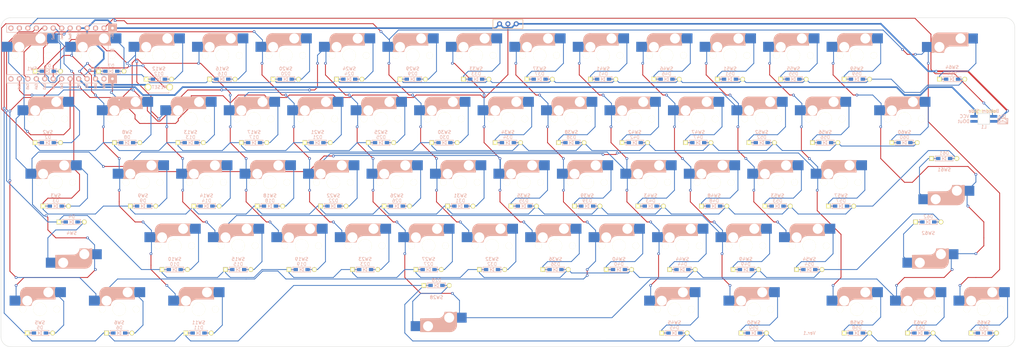
<source format=kicad_pcb>
(kicad_pcb (version 20211014) (generator pcbnew)
  (layers (0 "F.Cu" signal) (31 "B.Cu" signal) (34 "B.Paste" user) (35 "F.Paste" user) (36 "B.SilkS" user "B.Silkscreen") (37 "F.SilkS" user "F.Silkscreen") (38 "B.Mask" user) (39 "F.Mask" user) (44 "Edge.Cuts" user))
  (net 0 "")
  (net 1 "Net-(D1-Pad2)")
  (net 2 "Row0")
  (net 3 "Net-(D2-Pad2)")
  (net 4 "Row1")
  (net 5 "Net-(D3-Pad2)")
  (net 6 "Row2")
  (net 7 "Net-(D4-Pad2)")
  (net 8 "Row3")
  (net 9 "Net-(D5-Pad2)")
  (net 10 "Row4")
  (net 11 "Net-(D6-Pad2)")
  (net 12 "Net-(D7-Pad2)")
  (net 13 "Net-(D8-Pad2)")
  (net 14 "Net-(D9-Pad2)")
  (net 15 "Net-(D10-Pad2)")
  (net 16 "Net-(D11-Pad2)")
  (net 17 "Net-(D12-Pad2)")
  (net 18 "Net-(D13-Pad2)")
  (net 19 "Net-(D14-Pad2)")
  (net 20 "Net-(D15-Pad2)")
  (net 21 "Net-(D16-Pad2)")
  (net 22 "Net-(D17-Pad2)")
  (net 23 "Net-(D18-Pad2)")
  (net 24 "Net-(D19-Pad2)")
  (net 25 "Net-(D20-Pad2)")
  (net 26 "Net-(D21-Pad2)")
  (net 27 "Net-(D22-Pad2)")
  (net 28 "Net-(D23-Pad2)")
  (net 29 "Net-(D24-Pad2)")
  (net 30 "Net-(D25-Pad2)")
  (net 31 "Net-(D26-Pad2)")
  (net 32 "Net-(D27-Pad2)")
  (net 33 "Net-(D28-Pad2)")
  (net 34 "Net-(D29-Pad2)")
  (net 35 "Net-(D30-Pad2)")
  (net 36 "Net-(D31-Pad2)")
  (net 37 "Net-(D32-Pad2)")
  (net 38 "Net-(D33-Pad1)")
  (net 39 "Net-(D34-Pad1)")
  (net 40 "Net-(D35-Pad1)")
  (net 41 "Net-(D36-Pad1)")
  (net 42 "Net-(D37-Pad1)")
  (net 43 "Net-(D38-Pad1)")
  (net 44 "Net-(D39-Pad1)")
  (net 45 "Net-(D40-Pad1)")
  (net 46 "Net-(D41-Pad1)")
  (net 47 "Net-(D42-Pad1)")
  (net 48 "Net-(D43-Pad1)")
  (net 49 "Net-(D44-Pad1)")
  (net 50 "Net-(D45-Pad1)")
  (net 51 "Net-(D46-Pad1)")
  (net 52 "Net-(D47-Pad1)")
  (net 53 "Net-(D48-Pad1)")
  (net 54 "Net-(D49-Pad1)")
  (net 55 "Net-(D50-Pad1)")
  (net 56 "Net-(D51-Pad1)")
  (net 57 "Net-(D52-Pad1)")
  (net 58 "Net-(D53-Pad1)")
  (net 59 "Net-(D54-Pad1)")
  (net 60 "Net-(D55-Pad1)")
  (net 61 "Net-(D56-Pad1)")
  (net 62 "Net-(D57-Pad1)")
  (net 63 "Net-(D58-Pad1)")
  (net 64 "Net-(D59-Pad1)")
  (net 65 "Net-(D60-Pad1)")
  (net 66 "Net-(D61-Pad1)")
  (net 67 "Net-(D62-Pad1)")
  (net 68 "Net-(D63-Pad1)")
  (net 69 "Net-(D64-Pad1)")
  (net 70 "Net-(D65-Pad1)")
  (net 71 "GND")
  (net 72 "Bat+")
  (net 73 "VCC")
  (net 74 "Net-(L1-Pad1)")
  (net 75 "LED")
  (net 76 "Col0")
  (net 77 "Col1")
  (net 78 "Col2")
  (net 79 "Col3")
  (net 80 "Col4")
  (net 81 "Col5")
  (net 82 "Col6")
  (net 83 "Col7")
  (net 84 "Reset")
  (footprint "kbd_SW:CherryMX_Hotswap_1u" (layer "F.Cu") (at 57.15 47.625)
    (fp_text reference "SW8")
    (fp_text value "SW_PUSH" hide)
  )
  (footprint "kbd_SW:CherryMX_Hotswap_1u" (layer "F.Cu") (at 47.625 28.575)
    (fp_text reference "SW7")
    (fp_text value "SW_PUSH" hide)
  )
  (footprint "kbd_SW:CherryMX_Hotswap_1.75u" (layer "F.Cu") (at 35.71875 66.675)
    (fp_text reference "SW3")
    (fp_text value "SW_PUSH" hide)
  )
  (footprint "kbd_SW:CherryMX_Hotswap_1.25u" (layer "F.Cu") (at 30.95625 104.775)
    (fp_text reference "SW5")
    (fp_text value "SW_PUSH" hide)
  )
  (footprint "kbd_SW:CherryMX_Hotswap_1u" (layer "F.Cu") (at 28.575 28.575)
    (fp_text reference "SW1")
    (fp_text value "SW_PUSH" hide)
  )
  (footprint "kbd_SW:CherryMX_Hotswap_1.5u" (layer "F.Cu") (at 33.3375 47.625)
    (fp_text reference "SW2")
    (fp_text value "SW_PUSH" hide)
  )
  (footprint "kbd_SW:CherryMX_Hotswap_2.25u" (layer "F.Cu") (at 40.48125 85.725 180)
    (fp_text reference "SW4")
    (fp_text value "SW_PUSH" hide)
  )
  (footprint "kbd_SW:CherryMX_Hotswap_1u" (layer "F.Cu") (at 71.4375 85.725)
    (fp_text reference "SW10")
    (fp_text value "SW_PUSH" hide)
  )
  (footprint "kbd_SW:CherryMX_Hotswap_1u" (layer "F.Cu") (at 61.9125 66.675)
    (fp_text reference "SW9")
    (fp_text value "SW_PUSH" hide)
  )
  (footprint "kbd_SW:CherryMX_Hotswap_1u" (layer "F.Cu") (at 76.2 47.625)
    (fp_text reference "SW13")
    (fp_text value "SW_PUSH" hide)
  )
  (footprint "kbd_SW:CherryMX_Hotswap_1u" (layer "F.Cu") (at 66.675 28.575)
    (fp_text reference "SW12")
    (fp_text value "SW_PUSH" hide)
  )
  (footprint "kbd_SW:CherryMX_Hotswap_1u" (layer "F.Cu") (at 80.9625 66.675)
    (fp_text reference "SW14")
    (fp_text value "SW_PUSH" hide)
  )
  (footprint "kbd_SW:CherryMX_Hotswap_1u" (layer "F.Cu") (at 90.4875 85.725)
    (fp_text reference "SW15")
    (fp_text value "SW_PUSH" hide)
  )
  (footprint "kbd_SW:CherryMX_Hotswap_1u" (layer "F.Cu") (at 95.25 47.625)
    (fp_text reference "SW17")
    (fp_text value "SW_PUSH" hide)
  )
  (footprint "kbd_SW:CherryMX_Hotswap_1u" (layer "F.Cu") (at 109.5375 85.725)
    (fp_text reference "SW19")
    (fp_text value "SW_PUSH" hide)
  )
  (footprint "kbd_SW:CherryMX_Hotswap_1u" (layer "F.Cu") (at 85.725 28.575)
    (fp_text reference "SW16")
    (fp_text value "SW_PUSH" hide)
  )
  (footprint "kbd_SW:CherryMX_Hotswap_1u" (layer "F.Cu") (at 100.0125 66.675)
    (fp_text reference "SW18")
    (fp_text value "SW_PUSH" hide)
  )
  (footprint "kbd_SW:CherryMX_Hotswap_6.25u" (layer "F.Cu") (at 150.01875 104.775 180)
    (fp_text reference "SW28")
    (fp_text value "SW_PUSH" hide)
  )
  (footprint "kbd_SW:CherryMX_Hotswap_1u" (layer "F.Cu") (at 114.3 47.625)
    (fp_text reference "SW21")
    (fp_text value "SW_PUSH" hide)
  )
  (footprint "kbd_SW:CherryMX_Hotswap_1u" (layer "F.Cu") (at 104.775 28.575)
    (fp_text reference "SW20")
    (fp_text value "SW_PUSH" hide)
  )
  (footprint "kbd_SW:CherryMX_Hotswap_1u" (layer "F.Cu") (at 166.6875 85.725)
    (fp_text reference "SW32")
    (fp_text value "SW_PUSH" hide)
  )
  (footprint "kbd_SW:CherryMX_Hotswap_1u" (layer "F.Cu") (at 119.0625 66.675)
    (fp_text reference "SW22")
    (fp_text value "SW_PUSH" hide)
  )
  (footprint "kbd_SW:CherryMX_Hotswap_1u" (layer "F.Cu") (at 133.35 47.625)
    (fp_text reference "SW25")
    (fp_text value "SW_PUSH" hide)
  )
  (footprint "kbd_SW:CherryMX_Hotswap_1u" (layer "F.Cu") (at 147.6375 85.725)
    (fp_text reference "SW27")
    (fp_text value "SW_PUSH" hide)
  )
  (footprint "kbd_SW:CherryMX_Hotswap_1u" (layer "F.Cu") (at 152.4 47.625)
    (fp_text reference "SW30")
    (fp_text value "SW_PUSH" hide)
  )
  (footprint "kbd_SW:CherryMX_Hotswap_1u" (layer "F.Cu") (at 157.1625 66.675)
    (fp_text reference "SW31")
    (fp_text value "SW_PUSH" hide)
  )
  (footprint "kbd_SW:CherryMX_Hotswap_1u" (layer "F.Cu") (at 123.825 28.575)
    (fp_text reference "SW24")
    (fp_text value "SW_PUSH" hide)
  )
  (footprint "kbd_SW:CherryMX_Hotswap_1u" (layer "F.Cu") (at 128.5875 85.725)
    (fp_text reference "SW23")
    (fp_text value "SW_PUSH" hide)
  )
  (footprint "kbd_SW:CherryMX_Hotswap_1u" (layer "F.Cu") (at 138.1125 66.675)
    (fp_text reference "SW26")
    (fp_text value "SW_PUSH" hide)
  )
  (footprint "kbd_SW:CherryMX_Hotswap_1u" (layer "F.Cu") (at 142.875 28.575)
    (fp_text reference "SW29")
    (fp_text value "SW_PUSH" hide)
  )
  (footprint "kbd_SW:CherryMX_Hotswap_1u" (layer "F.Cu") (at 195.2625 66.675)
    (fp_text reference "SW39")
    (fp_text value "SW_PUSH" hide)
  )
  (footprint "kbd_SW:CherryMX_Hotswap_1u" (layer "F.Cu") (at 185.7375 85.725)
    (fp_text reference "SW36")
    (fp_text value "SW_PUSH" hide)
  )
  (footprint "kbd_SW:CherryMX_Hotswap_1u" (layer "F.Cu") (at 200.025 28.575)
    (fp_text reference "SW41")
    (fp_text value "SW_PUSH" hide)
  )
  (footprint "kbd_SW:CherryMX_Hotswap_1u" (layer "F.Cu") (at 209.55 47.625)
    (fp_text reference "SW42")
    (fp_text value "SW_PUSH" hide)
  )
  (footprint "kbd_SW:CherryMX_Hotswap_1u" (layer "F.Cu") (at 180.975 28.575)
    (fp_text reference "SW37")
    (fp_text value "SW_PUSH" hide)
  )
  (footprint "kbd_SW:CherryMX_Hotswap_1u" (layer "F.Cu") (at 176.2125 66.675)
    (fp_text reference "SW35")
    (fp_text value "SW_PUSH" hide)
  )
  (footprint "kbd_SW:CherryMX_Hotswap_1u" (layer "F.Cu") (at 223.8375 85.725)
    (fp_text reference "SW44")
    (fp_text value "SW_PUSH" hide)
  )
  (footprint "kbd_SW:CherryMX_Hotswap_1u" (layer "F.Cu") (at 161.925 28.575)
    (fp_text reference "SW33")
    (fp_text value "SW_PUSH" hide)
  )
  (footprint "kbd_SW:CherryMX_Hotswap_1u" (layer "F.Cu") (at 204.7875 85.725)
    (fp_text reference "SW40")
    (fp_text value "SW_PUSH" hide)
  )
  (footprint "kbd_SW:CherryMX_Hotswap_1u" (layer "F.Cu") (at 171.45 47.625)
    (fp_text reference "SW34")
    (fp_text value "SW_PUSH" hide)
  )
  (footprint "kbd_SW:CherryMX_Hotswap_1u" (layer "F.Cu") (at 214.3125 66.675)
    (fp_text reference "SW43")
    (fp_text value "SW_PUSH" hide)
  )
  (footprint "kbd_SW:CherryMX_Hotswap_1u" (layer "F.Cu") (at 190.5 47.625)
    (fp_text reference "SW38")
    (fp_text value "SW_PUSH" hide)
  )
  (footprint "kbd_SW:CherryMX_Hotswap_1u" (layer "F.Cu") (at 261.9375 85.725)
    (fp_text reference "SW54")
    (fp_text value "SW_PUSH" hide)
  )
  (footprint "kbd_SW:CherryMX_Hotswap_1u" (layer "F.Cu") (at 238.125 28.575)
    (fp_text reference "SW51")
    (fp_text value "SW_PUSH" hide)
  )
  (footprint "kbd_SW:CherryMX_Hotswap_1u" (layer "F.Cu") (at 242.8875 85.725)
    (fp_text reference "SW49")
    (fp_text value "SW_PUSH" hide)
  )
  (footprint "kbd_SW:CherryMX_Hotswap_1u" (layer "F.Cu") (at 228.6 47.625)
    (fp_text reference "SW47")
    (fp_text value "SW_PUSH" hide)
  )
  (footprint "kbd_SW:CherryMX_Hotswap_1u" (layer "F.Cu") (at 233.3625 66.675)
    (fp_text reference "SW48")
    (fp_text value "SW_PUSH" hide)
  )
  (footprint "kbd_SW:CherryMX_Hotswap_1u" (layer "F.Cu") (at 271.4625 66.675)
    (fp_text reference "SW57")
    (fp_text value "SW_PUSH" hide)
  )
  (footprint "kbd_SW:CherryMX_Hotswap_1u" (layer "F.Cu") (at 247.65 47.625)
    (fp_text reference "SW52")
    (fp_text value "SW_PUSH" hide)
  )
  (footprint "kbd_SW:CherryMX_Hotswap_1u" (layer "F.Cu") (at 257.175 28.575)
    (fp_text reference "SW55")
    (fp_text value "SW_PUSH" hide)
  )
  (footprint "kbd_SW:CherryMX_Hotswap_1u" (layer "F.Cu") (at 219.075 28.575)
    (fp_text reference "SW46")
    (fp_text value "SW_PUSH" hide)
  )
  (footprint "kbd_SW:CherryMX_Hotswap_1u" (layer "F.Cu") (at 252.4125 66.675)
    (fp_text reference "SW53")
    (fp_text value "SW_PUSH" hide)
  )
  (footprint "kbd_SW:CherryMX_Hotswap_1u" (layer "F.Cu") (at 266.7 47.625)
    (fp_text reference "SW56")
    (fp_text value "SW_PUSH" hide)
  )
  (footprint "kbd_SW:CherryMX_Hotswap_1.5u" (layer "F.Cu") (at 290.5125 47.625)
    (fp_text reference "SW60")
    (fp_text value "SW_PUSH" hide)
  )
  (footprint "kbd_SW:CherryMX_Hotswap_2.75u" (layer "F.Cu") (at 297.65625 85.725 180)
    (fp_text reference "SW62")
    (fp_text value "SW_PUSH" hide)
  )
  (footprint "kbd_SW:CherryMX_Hotswap_2u" (layer "F.Cu") (at 304.8 28.575)
    (fp_text reference "SW64")
    (fp_text value "SW_PUSH" hide)
  )
  (footprint "kbd_SW:CherryMX_Hotswap_1u" (layer "F.Cu") (at 276.225 28.575)
    (fp_text reference "SW59")
    (fp_text value "SW_PUSH" hide)
  )
  (footprint "kbd_SW:CherryMX_Hotswap_1.25u" (layer "F.Cu") (at 276.225 104.775)
    (fp_text reference "SW58")
    (fp_text value "SW_PUSH" hide)
  )
  (footprint "kbd_SW:CherryMX_Hotswap_1u" (layer "F.Cu") (at 314.325 104.775)
    (fp_text reference "SW65")
    (fp_text value "SW_PUSH" hide)
  )
  (footprint "kbd_SW:CherryMX_Hotswap_1u" (layer "F.Cu") (at 295.275 104.775)
    (fp_text reference "SW63")
    (fp_text value "SW_PUSH" hide)
  )
  (footprint "kbd_SW:CherryMX_Hotswap_1.25u" (layer "F.Cu") (at 221.45625 104.775)
    (fp_text reference "SW45")
    (fp_text value "SW_PUSH" hide)
  )
  (footprint "kbd_SW:CherryMX_Hotswap_1.25u" (layer "F.Cu") (at 245.26875 104.775)
    (fp_text reference "SW50")
    (fp_text value "SW_PUSH" hide)
  )
  (footprint "kbd_Hole:m2_Screw_Hole_Fab" (layer "F.Cu") (at 108.575 13.05)
    (fp_text reference "J11" hide)
    (fp_text value "Conn_01x01" hide)
  )
  (footprint "kbd_Hole:m2_Screw_Hole_Fab" (layer "F.Cu") (at 234.325 13.05)
    (fp_text reference "J12" hide)
    (fp_text value "Conn_01x01" hide)
  )
  (footprint "kbd_Parts:Diode_TH_SMD" (layer "F.Cu") (at 295.275 111.91875)
    (fp_text reference "D63")
    (fp_text value "D" hide)
  )
  (footprint "kbd_Parts:Diode_TH_SMD" (layer "F.Cu") (at 80.9625 73.81875)
    (fp_text reference "D14")
    (fp_text value "D" hide)
  )
  (footprint "kbd_Parts:Diode_TH_SMD" (layer "F.Cu") (at 150.01875 97.63125)
    (fp_text reference "D28")
    (fp_text value "D" hide)
  )
  (footprint "kbd_Parts:Diode_TH_SMD" (layer "F.Cu") (at 297.65625 78.58125)
    (fp_text reference "D62")
    (fp_text value "D" hide)
  )
  (footprint "kbd_Parts:Diode_TH_SMD" (layer "F.Cu") (at 33.3375 54.76875)
    (fp_text reference "D2")
    (fp_text value "D" hide)
  )
  (footprint "kbd_Parts:Diode_TH_SMD" (layer "F.Cu") (at 242.8875 92.86875)
    (fp_text reference "D49")
    (fp_text value "D" hide)
  )
  (footprint "kbd_Parts:Diode_TH_SMD" (layer "F.Cu") (at 302.41875 59.53125)
    (fp_text reference "D61")
    (fp_text value "D" hide)
  )
  (footprint "kbd_Parts:LED_SK6812MINI-E_BL" (layer "F.Cu") (at 314.325 47.625 180)
    (fp_text reference "L1")
    (fp_text value "SK6812MINI")
    (fp_line (start 1.75 1.6) (end -1.75 1.6) (layer "Edge.Cuts") (width 0.12))
    (fp_line (start -1.75 -1.6) (end 1.75 -1.6) (layer "Edge.Cuts") (width 0.12))
    (fp_line (start 1.75 -1.6) (end 1.75 1.6) (layer "Edge.Cuts") (width 0.12))
    (fp_line (start -1.75 1.6) (end -1.75 -1.6) (layer "Edge.Cuts") (width 0.12))
  )
  (footprint "kbd_Parts:Diode_TH_SMD" (layer "F.Cu") (at 123.825 35.71875)
    (fp_text reference "D24")
    (fp_text value "D" hide)
  )
  (footprint "kbd_SW:CherryMX_Hotswap_2.25u" (layer "F.Cu") (at 302.41875 66.675 180)
    (fp_text reference "SW61")
    (fp_text value "SW_PUSH" hide)
  )
  (footprint "kbd_Parts:Diode_TH_SMD" (layer "F.Cu") (at 261.9375 92.86875)
    (fp_text reference "D54")
    (fp_text value "D" hide)
  )
  (footprint "kbd_Parts:Diode_TH_SMD" (layer "F.Cu") (at 245.26875 111.91875)
    (fp_text reference "D50")
    (fp_text value "D" hide)
  )
  (footprint "kbd_Parts:Diode_TH_SMD" (layer "F.Cu") (at 252.4125 73.81875)
    (fp_text reference "D53")
    (fp_text value "D" hide)
  )
  (footprint "kbd_Parts:Diode_TH_SMD" (layer "F.Cu") (at 166.6875 92.86875)
    (fp_text reference "D32")
    (fp_text value "D" hide)
  )
  (footprint "kbd_Parts:Diode_TH_SMD" (layer "F.Cu") (at 119.0625 73.81875)
    (fp_text reference "D22")
    (fp_text value "D" hide)
  )
  (footprint "kbd_Parts:Diode_TH_SMD" (layer "F.Cu") (at 33.3375 33.3375)
    (fp_text reference "D1")
    (fp_text value "D" hide)
  )
  (footprint "kbd_Parts:Diode_TH_SMD" (layer "F.Cu") (at 30.95625 111.91875)
    (fp_text reference "D5")
    (fp_text value "D" hide)
  )
  (footprint "kbd_Parts:Diode_TH_SMD" (layer "F.Cu") (at 276.225 35.71875)
    (fp_text reference "D59")
    (fp_text value "D" hide)
  )
  (footprint "kbd_Parts:Diode_TH_SMD" (layer "F.Cu") (at 138.1125 73.81875)
    (fp_text reference "D26")
    (fp_text value "D" hide)
  )
  (footprint "kbd_Parts:Diode_TH_SMD" (layer "F.Cu") (at 35.71875 73.81875)
    (fp_text reference "D3")
    (fp_text value "D" hide)
  )
  (footprint "kbd_Parts:Diode_TH_SMD" (layer "F.Cu") (at 200.025 35.71875)
    (fp_text reference "D41")
    (fp_text value "D" hide)
  )
  (footprint "kbd_Parts:Diode_TH_SMD" (layer "F.Cu") (at 304.8 35.71875)
    (fp_text reference "D64")
    (fp_text value "D" hide)
  )
  (footprint "kbd_Parts:Micon_BMP_GL" (layer "F.Cu") (at 35.71875 28.045 -90)
    (fp_text reference "U1" hide)
    (fp_text value "BLEMicroPro" hide)
  )
  (footprint "kbd_Parts:Battery_XH2.5_GL_PCB" (layer "F.Cu") (at 171.45 19.05)
    (fp_text reference "J1")
    (fp_text value "Conn_01x02" hide)
  )
  (footprint "kbd_Parts:Diode_TH_SMD" (layer "F.Cu") (at 100.0125 73.81875)
    (fp_text reference "D18")
    (fp_text value "D" hide)
  )
  (footprint "kbd_Parts:Diode_TH_SMD" (layer "F.Cu") (at 266.7 54.76875)
    (fp_text reference "D56")
    (fp_text value "D" hide)
  )
  (footprint "kbd_Parts:Diode_TH_SMD" (layer "F.Cu") (at 185.7375 92.86875)
    (fp_text reference "D36")
    (fp_text value "D" hide)
  )
  (footprint "kbd_Parts:Diode_TH_SMD" (layer "F.Cu") (at 180.975 35.71875)
    (fp_text reference "D37")
    (fp_text value "D" hide)
  )
  (footprint "kbd_Parts:Diode_TH_SMD" (layer "F.Cu") (at 147.6375 92.86875)
    (fp_text reference "D27")
    (fp_text value "D" hide)
  )
  (footprint "kbd_Parts:Diode_TH_SMD" (layer "F.Cu") (at 66.675 35.71875)
    (fp_text reference "D12")
    (fp_text value "D" hide)
  )
  (footprint "kbd_Parts:Diode_TH_SMD" (layer "F.Cu") (at 223.8375 92.86875)
    (fp_text reference "D44")
    (fp_text value "D" hide)
  )
  (footprint "kbd_Parts:Diode_TH_SMD" (layer "F.Cu") (at 161.925 35.71875)
    (fp_text reference "D33")
    (fp_text value "D" hide)
  )
  (footprint "kbd_Parts:Diode_TH_SMD" (layer "F.Cu") (at 128.5875 92.86875)
    (fp_text reference "D23")
    (fp_text value "D" hide)
  )
  (footprint "kbd_Parts:Diode_TH_SMD" (layer "F.Cu") (at 114.3 54.76875)
    (fp_text reference "D21")
    (fp_text value "D" hide)
  )
  (footprint "kbd_Parts:Diode_TH_SMD" (layer "F.Cu") (at 90.4875 92.86875)
    (fp_text reference "D15")
    (fp_text value "D" hide)
  )
  (footprint "kbd_Parts:Diode_TH_SMD" (layer "F.Cu") (at 71.4375 92.86875)
    (fp_text reference "D10")
    (fp_text value "D" hide)
  )
  (footprint "kbd_Parts:Diode_TH_SMD" (layer "F.Cu") (at 109.5375 92.86875)
    (fp_text reference "D19")
    (fp_text value "D" hide)
  )
  (footprint "kbd_Parts:Diode_TH_SMD" (layer "F.Cu") (at 171.45 54.76875)
    (fp_text reference "D34")
    (fp_text value "D" hide)
  )
  (footprint "kbd_Parts:Diode_TH_SMD" (layer "F.Cu") (at 95.25 54.76875)
    (fp_text reference "D17")
    (fp_text value "D" hide)
  )
  (footprint "kbd_Parts:Diode_TH_SMD" (layer "F.Cu") (at 257.175 35.71875)
    (fp_text reference "D55")
    (fp_text value "D" hide)
  )
  (footprint "kbd_Parts:Diode_TH_SMD" (layer "F.Cu") (at 238.125 35.71875)
    (fp_text reference "D51")
    (fp_text value "D" hide)
  )
  (footprint "kbd_Parts:Diode_TH_SMD" (layer "F.Cu") (at 57.15 54.76875)
    (fp_text reference "D8")
    (fp_text value "D" hide)
  )
  (footprint "kbd_Parts:Diode_TH_SMD" (layer "F.Cu") (at 142.875 35.71875)
    (fp_text reference "D29")
    (fp_text value "D" hide)
  )
  (footprint "kbd_Parts:Diode_TH_SMD" (layer "F.Cu") (at 190.5 54.76875)
    (fp_text reference "D38")
    (fp_text value "D" hide)
  )
  (footprint "kbd_Parts:Diode_TH_SMD" (layer "F.Cu") (at 195.2625 73.81875)
    (fp_text reference "D39")
    (fp_text value "D" hide)
  )
  (footprint "kbd_SW:CherryMX_Hotswap_1.25u" (layer "F.Cu") (at 54.76875 104.775)
    (fp_text reference "SW6")
    (fp_text value "SW_PUSH" hide)
  )
  (footprint "kbd_Parts:Diode_TH_SMD" (layer "F.Cu") (at 104.775 35.71875)
    (fp_text reference "D20")
    (fp_text value "D" hide)
  )
  (footprint "kbd_Parts:Diode_TH_SMD" (layer "F.Cu") (at 85.725 35.71875)
    (fp_text reference "D16")
    (fp_text value "D" hide)
  )
  (footprint "kbd_Parts:Diode_TH_SMD" (layer "F.Cu") (at 204.7875 92.86875)
    (fp_text reference "D40")
    (fp_text value "D" hide)
  )
  (footprint "kbd_Parts:Diode_TH_SMD" (layer "F.Cu") (at 78.58125 111.91875)
    (fp_text reference "D11")
    (fp_text value "D" hide)
  )
  (footprint "kbd_Parts:Diode_TH_SMD" (layer "F.Cu") (at 61.9125 73.81875)
    (fp_text reference "D9")
    (fp_text value "D" hide)
  )
  (footprint "kbd_Parts:Diode_TH_SMD" (layer "F.Cu") (at 52.3875 33.3375)
    (fp_text reference "D7")
    (fp_text value "D" hide)
  )
  (footprint "kbd_Parts:Diode_TH_SMD" (layer "F.Cu") (at 233.3625 73.81875)
    (fp_text reference "D48")
    (fp_text value "D" hide)
  )
  (footprint "kbd_Parts:Diode_TH_SMD" (layer "F.Cu") (at 133.35 54.76875)
    (fp_text reference "D25")
    (fp_text value "D" hide)
  )
  (footprint "kbd_Parts:Diode_TH_SMD" (layer "F.Cu") (at 152.4 54.76875)
    (fp_text reference "D30")
    (fp_text value "D" hide)
  )
  (footprint "kbd_Parts:Diode_TH_SMD" (layer "F.Cu") (at 219.075 35.71875)
    (fp_text reference "D46")
    (fp_text value "D" hide)
  )
  (footprint "kbd_Parts:Diode_TH_SMD" (layer "F.Cu") (at 176.2125 73.81875)
    (fp_text reference "D35")
    (fp_text value "D" hide)
  )
  (footprint "kbd_Parts:Diode_TH_SMD" (layer "F.Cu") (at 157.1625 73.81875)
    (fp_text reference "D31")
    (fp_text value "D" hide)
  )
  (footprint "kbd_Parts:ResetSW" (layer "F.Cu") (at 66.675 38.1)
    (fp_text reference "SW66" hide)
    (fp_text value "SW_PUSH")
  )
  (footprint "kbd_Parts:Diode_TH_SMD" (layer "F.Cu") (at 271.4625 73.81875)
    (fp_text reference "D57")
    (fp_text value "D" hide)
  )
  (footprint "kbd_SW:CherryMX_Hotswap_1.25u" (layer "F.Cu") (at 78.58125 104.775)
    (fp_text reference "SW11")
    (fp_text value "SW_PUSH" hide)
  )
  (footprint "kbd_Parts:Diode_TH_SMD" (layer "F.Cu") (at 76.2 54.76875)
    (fp_text reference "D13")
    (fp_text value "D" hide)
  )
  (footprint "kbd_Parts:Diode_TH_SMD" (layer "F.Cu") (at 276.225 111.91875)
    (fp_text reference "D58")
    (fp_text value "D" hide)
  )
  (footprint "kbd_Parts:Diode_TH_SMD" (layer "F.Cu") (at 290.5125 54.76875)
    (fp_text reference "D60")
    (fp_text value "D" hide)
  )
  (footprint "kbd_Parts:Diode_TH_SMD" (layer "F.Cu") (at 314.325 111.91875)
    (fp_text reference "D65")
    (fp_text value "D" hide)
  )
  (footprint "kbd_Parts:Diode_TH_SMD" (layer "F.Cu") (at 209.55 54.76875)
    (fp_text reference "D42")
    (fp_text value "D" hide)
  )
  (footprint "kbd_Parts:Diode_TH_SMD" (layer "F.Cu") (at 214.3125 73.81875)
    (fp_text reference "D43")
    (fp_text value "D" hide)
  )
  (footprint "kbd_Parts:Diode_TH_SMD" (layer "F.Cu") (at 228.6 54.76875)
    (fp_text reference "D47")
    (fp_text value "D" hide)
  )
  (footprint "kbd_Parts:Diode_TH_SMD" (layer "F.Cu") (at 221.45625 111.91875)
    (fp_text reference "D45")
    (fp_text value "D" hide)
  )
  (footprint "kbd_Parts:Diode_TH_SMD" (layer "F.Cu") (at 40.48125 78.58125)
    (fp_text reference "D4")
    (fp_text value "D" hide)
  )
  (footprint "kbd_Parts:Diode_TH_SMD" (layer "F.Cu") (at 247.65 54.76875)
    (fp_text reference "D52")
    (fp_text value "D" hide)
  )
  (footprint "kbd_Parts:Diode_TH_SMD" (layer "F.Cu") (at 54.76875 111.91875)
    (fp_text reference "D6")
    (fp_text value "D" hide)
  )
  (gr_arc (start 22.275 116.05) (mid 20.15368 115.17132) (end 19.275 113.05) (layer "Edge.Cuts") (width 0.1))
  (gr_arc (start 19.275 20.25) (mid 20.15368 18.12868) (end 22.275 17.25) (layer "Edge.Cuts") (width 0.1))
  (gr_arc (start 323.625 113.05) (mid 322.74632 115.17132) (end 320.625 116.05) (layer "Edge.Cuts") (width 0.1))
  (gr_arc (start 320.625 17.25) (mid 322.74632 18.12868) (end 323.625 20.25) (layer "Edge.Cuts") (width 0.1))
  (gr_line (start 320.625 17.25) (end 22.275 17.25) (layer "Edge.Cuts") (width 0.1))
  (gr_line (start 22.275 116.05) (end 320.625 116.05) (layer "Edge.Cuts") (width 0.1))
  (gr_line (start 19.275 20.25) (end 19.275 113.05) (layer "Edge.Cuts") (width 0.1))
  (gr_line (start 323.625 20.25) (end 323.625 113.05) (layer "Edge.Cuts") (width 0.1))
  (gr_text "Ver.1" (at 261.9375 111.91875) (layer "B.SilkS") (effects (font (size 1 1)) (justify mirror)))
  (segment (start 35.36125 23.455) (end 37.1475 25.24125) (width 0.25) (layer "B.Cu") (net 1))
  (segment (start 37.1475 25.24125) (end 37.1475 33.3375) (width 0.25) (layer "B.Cu") (net 1))
  (segment (start 37.1475 33.3375) (end 35.1125 33.3375) (width 0.25) (layer "B.Cu") (net 1))
  (segment (start 34.275 23.455) (end 35.36125 23.455) (width 0.25) (layer "B.Cu") (net 1))
  (segment (start 38.178583 22.2001) (end 36.140811 22.2001) (width 0.25) (layer "F.Cu") (net 2))
  (segment (start 36.140811 22.2001) (end 32.027955 26.312956) (width 0.25) (layer "F.Cu") (net 2))
  (segment (start 45.930426 32.999578) (end 46.268348 33.3375) (width 0.25) (layer "F.Cu") (net 2))
  (segment (start 32.027955 26.312956) (end 32.027955 30.837045) (width 0.25) (layer "F.Cu") (net 2))
  (segment (start 46.268348 33.3375) (end 48.5775 33.3375) (width 0.25) (layer "F.Cu") (net 2))
  (segment (start 32.027955 30.837045) (end 29.5275 33.3375) (width 0.25) (layer "F.Cu") (net 2))
  (via (at 45.930426 32.999578) (size 0.8) (drill 0.4) (layers "F.Cu" "B.Cu") (net 2))
  (via (at 38.178583 22.2001) (size 0.8) (drill 0.4) (layers "F.Cu" "B.Cu") (net 2))
  (segment (start 240.9115 36.74225) (end 241.935 35.71875) (width 0.25) (layer "B.Cu") (net 2))
  (segment (start 120.015 35.71875) (end 121.0385 36.74225) (width 0.25) (layer "B.Cu") (net 2))
  (segment (start 306.80375 37.525) (end 308.61 35.71875) (width 0.25) (layer "B.Cu") (net 2))
  (segment (start 32.482901 34.1375) (end 33.50375 35.158349) (width 0.25) (layer "B.Cu") (net 2))
  (segment (start 81.915 35.71875) (end 82.9385 36.74225) (width 0.25) (layer "B.Cu") (net 2))
  (segment (start 204.8585 36.74225) (end 221.8615 36.74225) (width 0.25) (layer "B.Cu") (net 2))
  (segment (start 29.5275 33.3375) (end 30.3275 34.1375) (width 0.25) (layer "B.Cu") (net 2))
  (segment (start 33.50375 35.158349) (end 33.50375 36.066512) (width 0.25) (layer "B.Cu") (net 2))
  (segment (start 297.418078 37.525) (end 306.80375 37.525) (width 0.25) (layer "B.Cu") (net 2))
  (segment (start 221.8615 36.74225) (end 222.885 35.71875) (width 0.25) (layer "B.Cu") (net 2))
  (segment (start 286.563172 35.71875) (end 290.524999 39.680577) (width 0.25) (layer "B.Cu") (net 2))
  (segment (start 35.407001 36.6956) (end 36.04375 36.058851) (width 0.25) (layer "B.Cu") (net 2))
  (segment (start 280.035 35.71875) (end 286.563172 35.71875) (width 0.25) (layer "B.Cu") (net 2))
  (segment (start 100.965 35.71875) (end 103 35.71875) (width 0.25) (layer "B.Cu") (net 2))
  (segment (start 241.935 35.71875) (end 239.9 35.71875) (width 0.25) (layer "B.Cu") (net 2))
  (segment (start 260.985 35.71875) (end 262.0085 36.74225) (width 0.25) (layer "B.Cu") (net 2))
  (segment (start 34.132838 36.6956) (end 35.407001 36.6956) (width 0.25) (layer "B.Cu") (net 2))
  (segment (start 223.9085 36.74225) (end 240.9115 36.74225) (width 0.25) (layer "B.Cu") (net 2))
  (segment (start 280.035 35.71875) (end 278 35.71875) (width 0.25) (layer "B.Cu") (net 2))
  (segment (start 82.9385 36.74225) (end 99.9415 36.74225) (width 0.25) (layer "B.Cu") (net 2))
  (segment (start 139.065 35.71875) (end 141.1 35.71875) (width 0.25) (layer "B.Cu") (net 2))
  (segment (start 80.85875 36.775) (end 81.915 35.71875) (width 0.25) (layer "B.Cu") (net 2))
  (segment (start 40.03675 20.3886) (end 38.22525 22.2001) (width 0.25) (layer "B.Cu") (net 2))
  (segment (start 139.065 35.71875) (end 140.0885 36.74225) (width 0.25) (layer "B.Cu") (net 2))
  (segment (start 63.92125 36.775) (end 80.85875 36.775) (width 0.25) (layer "B.Cu") (net 2))
  (segment (start 48.5775 33.3375) (end 50.6125 33.3375) (width 0.25) (layer "B.Cu") (net 2))
  (segment (start 38.22525 22.2001) (end 38.178583 22.2001) (width 0.25) (layer "B.Cu") (net 2))
  (segment (start 61.50725 34.361) (end 62.865 35.71875) (width 0.25) (layer "B.Cu") (net 2))
  (segment (start 164.7115 36.74225) (end 165.735 35.71875) (width 0.25) (layer "B.Cu") (net 2))
  (segment (start 222.885 35.71875) (end 220.85 35.71875) (width 0.25) (layer "B.Cu") (net 2))
  (segment (start 259.9615 36.74225) (end 260.985 35.71875) (width 0.25) (layer "B.Cu") (net 2))
  (segment (start 241.935 35.71875) (end 242.9585 36.74225) (width 0.25) (layer "B.Cu") (net 2))
  (segment (start 33.50375 36.066512) (end 34.132838 36.6956) (width 0.25) (layer "B.Cu") (net 2))
  (segment (start 262.0085 36.74225) (end 279.0115 36.74225) (width 0.25) (layer "B.Cu") (net 2))
  (segment (start 183.7615 36.74225) (end 184.785 35.71875) (width 0.25) (layer "B.Cu") (net 2))
  (segment (start 165.735 35.71875) (end 163.7 35.71875) (width 0.25) (layer "B.Cu") (net 2))
  (segment (start 36.832493 34.361) (end 44.569004 34.361) (width 0.25) (layer "B.Cu") (net 2))
  (segment (start 99.9415 36.74225) (end 100.965 35.71875) (width 0.25) (layer "B.Cu") (net 2))
  (segment (start 260.985 35.71875) (end 258.95 35.71875) (width 0.25) (layer "B.Cu") (net 2))
  (segment (start 121.0385 36.74225) (end 138.0415 36.74225) (width 0.25) (layer "B.Cu") (net 2))
  (segment (start 36.04375 35.149743) (end 36.832493 34.361) (width 0.25) (layer "B.Cu") (net 2))
  (segment (start 120.015 35.71875) (end 122.05 35.71875) (width 0.25) (layer "B.Cu") (net 2))
  (segment (start 165.735 35.71875) (end 166.7585 36.74225) (width 0.25) (layer "B.Cu") (net 2))
  (segment (start 184.785 35.71875) (end 182.75 35.71875) (width 0.25) (layer "B.Cu") (net 2))
  (segment (start 185.8085 36.74225) (end 202.8115 36.74225) (width 0.25) (layer "B.Cu") (net 2))
  (segment (start 222.885 35.71875) (end 223.9085 36.74225) (width 0.25) (layer "B.Cu") (net 2))
  (segment (start 242.9585 36.74225) (end 259.9615 36.74225) (width 0.25) (layer "B.Cu") (net 2))
  (segment (start 81.915 35.71875) (end 83.95 35.71875) (width 0.25) (layer "B.Cu") (net 2))
  (segment (start 184.785 35.71875) (end 185.8085 36.74225) (width 0.25) (layer "B.Cu") (net 2))
  (segment (start 36.04375 36.058851) (end 36.04375 35.149743) (width 0.25) (layer "B.Cu") (net 2))
  (segment (start 118.9915 36.74225) (end 120.015 35.71875) (width 0.25) (layer "B.Cu") (net 2))
  (segment (start 166.7585 36.74225) (end 183.7615 36.74225) (width 0.25) (layer "B.Cu") (net 2))
  (segment (start 30.3275 34.1375) (end 32.482901 34.1375) (width 0.25) (layer "B.Cu") (net 2))
  (segment (start 62.865 35.71875) (end 64.9 35.71875) (width 0.25) (layer "B.Cu") (net 2))
  (segment (start 203.835 35.71875) (end 204.8585 36.74225) (width 0.25) (layer "B.Cu") (net 2))
  (segment (start 203.835 35.71875) (end 201.8 35.71875) (width 0.25) (layer "B.Cu") (net 2))
  (segment (start 100.965 35.71875) (end 101.9885 36.74225) (width 0.25) (layer "B.Cu") (net 2))
  (segment (start 48.5775 33.3375) (end 49.601 34.361) (width 0.25) (layer "B.Cu") (net 2))
  (segment (start 138.0415 36.74225) (end 139.065 35.71875) (width 0.25) (layer "B.Cu") (net 2))
  (segment (start 295.262501 39.680577) (end 297.418078 37.525) (width 0.25) (layer "B.Cu") (net 2))
  (segment (start 308.61 35.71875) (end 306.575 35.71875) (width 0.25) (layer "B.Cu") (net 2))
  (segment (start 44.569004 34.361) (end 45.930426 32.999578) (width 0.25) (layer "B.Cu") (net 2))
  (segment (start 140.0885 36.74225) (end 164.7115 36.74225) (width 0.25) (layer "B.Cu") (net 2))
  (segment (start 29.5275 33.3375) (end 31.5625 33.3375) (width 0.25) (layer "B.Cu") (net 2))
  (segment (start 290.524999 39.680577) (end 295.262501 39.680577) (width 0.25) (layer "B.Cu") (net 2))
  (segment (start 101.9885 36.74225) (end 118.9915 36.74225) (width 0.25) (layer "B.Cu") (net 2))
  (segment (start 49.601 34.361) (end 61.50725 34.361) (width 0.25) (layer "B.Cu") (net 2))
  (segment (start 62.865 35.71875) (end 63.92125 36.775) (width 0.25) (layer "B.Cu") (net 2))
  (segment (start 202.8115 36.74225) (end 203.835 35.71875) (width 0.25) (layer "B.Cu") (net 2))
  (segment (start 279.0115 36.74225) (end 280.035 35.71875) (width 0.25) (layer "B.Cu") (net 2))
  (segment (start 40.12375 42.505) (end 42.8625 45.24375) (width 0.25) (layer "B.Cu") (net 3))
  (segment (start 42.8625 52.3875) (end 40.48125 54.76875) (width 0.25) (layer "B.Cu") (net 3))
  (segment (start 37.1475 54.76875) (end 35.1125 54.76875) (width 0.25) (layer "B.Cu") (net 3))
  (segment (start 39.0375 42.505) (end 40.12375 42.505) (width 0.25) (layer "B.Cu") (net 3))
  (segment (start 40.48125 54.76875) (end 37.1475 54.76875) (width 0.25) (layer "B.Cu") (net 3))
  (segment (start 42.8625 45.24375) (end 42.8625 52.3875) (width 0.25) (layer "B.Cu") (net 3))
  (segment (start 37.315915 20.3886) (end 35.977315 19.05) (width 0.25) (layer "F.Cu") (net 4))
  (segment (start 35.977315 19.05) (end 20.730902 19.05) (width 0.25) (layer "F.Cu") (net 4))
  (segment (start 37.49675 20.3886) (end 37.315915 20.3886) (width 0.25) (layer "F.Cu") (net 4))
  (segment (start 19.45 20.330902) (end 19.45 44.69125) (width 0.25) (layer "F.Cu") (net 4))
  (segment (start 20.730902 19.05) (end 19.45 20.330902) (width 0.25) (layer "F.Cu") (net 4))
  (segment (start 19.45 44.69125) (end 29.5275 54.76875) (width 0.25) (layer "F.Cu") (net 4))
  (segment (start 72.39 54.76875) (end 74.425 54.76875) (width 0.25) (layer "B.Cu") (net 4))
  (segment (start 50.00625 54.76875) (end 53.34 54.76875) (width 0.25) (layer "B.Cu") (net 4))
  (segment (start 271.5335 55.79225) (end 293.299 55.79225) (width 0.25) (layer "B.Cu") (net 4))
  (segment (start 175.26 54.76875) (end 172.87875 57.15) (width 0.25) (layer "B.Cu") (net 4))
  (segment (start 54.76875 57.15) (end 66.675 57.15) (width 0.25) (layer "B.Cu") (net 4))
  (segment (start 66.675 57.15) (end 69.05625 54.76875) (width 0.25) (layer "B.Cu") (net 4))
  (segment (start 196.69125 57.15) (end 194.31 54.76875) (width 0.25) (layer "B.Cu") (net 4))
  (segment (start 172.87875 57.15) (end 150.01875 57.15) (width 0.25) (layer "B.Cu") (net 4))
  (segment (start 249.07875 57.15) (end 234.79125 57.15) (width 0.25) (layer "B.Cu") (net 4))
  (segment (start 110.49 54.76875) (end 110.49 55.72125) (width 0.25) (layer "B.Cu") (net 4))
  (segment (start 129.54 55.72125) (end 130.96875 57.15) (width 0.25) (layer "B.Cu") (net 4))
  (segment (start 111.91875 57.15) (end 123.825 57.15) (width 0.25) (layer "B.Cu") (net 4))
  (segment (start 129.54 54.76875) (end 131.575 54.76875) (width 0.25) (layer "B.Cu") (net 4))
  (segment (start 88.10625 54.76875) (end 91.44 54.76875) (width 0.25) (layer "B.Cu") (net 4))
  (segment (start 145.25625 54.76875) (end 148.59 54.76875) (width 0.25) (layer "B.Cu") (net 4))
  (segment (start 213.36 54.76875) (end 210.97875 57.15) (width 0.25) (layer "B.Cu") (net 4))
  (segment (start 91.44 54.76875) (end 93.475 54.76875) (width 0.25) (layer "B.Cu") (net 4))
  (segment (start 73.81875 57.15) (end 85.725 57.15) (width 0.25) (layer "B.Cu") (net 4))
  (segment (start 148.59 55.72125) (end 148.59 54.76875) (width 0.25) (layer "B.Cu") (net 4))
  (segment (start 30.95625 57.15) (end 47.625 57.15) (width 0.25) (layer "B.Cu") (net 4))
  (segment (start 72.39 54.76875) (end 72.39 55.72125) (width 0.25) (layer "B.Cu") (net 4))
  (segment (start 123.825 57.15) (end 126.20625 54.76875) (width 0.25) (layer "B.Cu") (net 4))
  (segment (start 142.875 57.15) (end 145.25625 54.76875) (width 0.25) (layer "B.Cu") (net 4))
  (segment (start 47.625 57.15) (end 50.00625 54.76875) (width 0.25) (layer "B.Cu") (net 4))
  (segment (start 251.46 54.76875) (end 249.07875 57.15) (width 0.25) (layer "B.Cu") (net 4))
  (segment (start 72.39 55.72125) (end 73.81875 57.15) (width 0.25) (layer "B.Cu") (net 4))
  (segment (start 230.02875 57.15) (end 215.74125 57.15) (width 0.25) (layer "B.Cu") (net 4))
  (segment (start 148.59 54.76875) (end 150.625 54.76875) (width 0.25) (layer "B.Cu") (net 4))
  (segment (start 293.299 55.79225) (end 294.3225 54.76875) (width 0.25) (layer "B.Cu") (net 4))
  (segment (start 251.46 54.76875) (end 249.425 54.76875) (width 0.25) (layer "B.Cu") (net 4))
  (segment (start 129.54 54.76875) (end 129.54 55.72125) (width 0.25) (layer "B.Cu") (net 4))
  (segment (start 85.725 57.15) (end 88.10625 54.76875) (width 0.25) (layer "B.Cu") (net 4))
  (segment (start 53.34 54.76875) (end 55.375 54.76875) (width 0.25) (layer "B.Cu") (net 4))
  (segment (start 104.775 57.15) (end 107.15625 54.76875) (width 0.25) (layer "B.Cu") (net 4))
  (segment (start 110.49 54.76875) (end 112.525 54.76875) (width 0.25) (layer "B.Cu") (net 4))
  (segment (start 270.51 54.76875) (end 268.475 54.76875) (width 0.25) (layer "B.Cu") (net 4))
  (segment (start 29.5275 55.72125) (end 30.95625 57.15) (width 0.25) (layer "B.Cu") (net 4))
  (segment (start 29.5275 54.76875) (end 31.5625 54.76875) (width 0.25) (layer "B.Cu") (net 4))
  (segment (start 126.20625 54.76875) (end 129.54 54.76875) (width 0.25) (layer "B.Cu") (net 4))
  (segment (start 29.5275 54.76875) (end 29.5275 55.72125) (width 0.25) (layer "B.Cu") (net 4))
  (segment (start 175.26 54.76875) (end 173.225 54.76875) (width 0.25) (layer "B.Cu") (net 4))
  (segment (start 270.51 54.76875) (end 268.12875 57.15) (width 0.25) (layer "B.Cu") (net 4))
  (segment (start 270.51 54.76875) (end 271.5335 55.79225) (width 0.25) (layer "B.Cu") (net 4))
  (segment (start 53.34 54.76875) (end 53.34 55.72125) (width 0.25) (layer "B.Cu") (net 4))
  (segment (start 191.92875 57.15) (end 177.64125 57.15) (width 0.25) (layer "B.Cu") (net 4))
  (segment (start 232.41 54.76875) (end 230.02875 57.15) (width 0.25) (layer "B.Cu") (net 4))
  (segment (start 232.41 54.76875) (end 230.375 54.76875) (width 0.25) (layer "B.Cu") (net 4))
  (segment (start 130.96875 57.15) (end 142.875 57.15) (width 0.25) (layer "B.Cu") (net 4))
  (segment (start 53.34 55.72125) (end 54.76875 57.15) (width 0.25) (layer "B.Cu") (net 4))
  (segment (start 294.3225 54.76875) (end 292.2875 54.76875) (width 0.25) (layer "B.Cu") (net 4))
  (segment (start 177.64125 57.15) (end 175.26 54.76875) (width 0.25) (layer "B.Cu") (net 4))
  (segment (start 213.36 54.76875) (end 211.325 54.76875) (width 0.25) (layer "B.Cu") (net 4))
  (segment (start 215.74125 57.15) (end 213.36 54.76875) (width 0.25) (layer "B.Cu") (net 4))
  (segment (start 194.31 54.76875) (end 191.92875 57.15) (width 0.25) (layer "B.Cu") (net 4))
  (segment (start 91.44 55.72125) (end 92.86875 57.15) (width 0.25) (layer "B.Cu") (net 4))
  (segment (start 92.86875 57.15) (end 104.775 57.15) (width 0.25) (layer "B.Cu") (net 4))
  (segment (start 268.12875 57.15) (end 253.84125 57.15) (width 0.25) (layer "B.Cu") (net 4))
  (segment (start 210.97875 57.15) (end 196.69125 57.15) (width 0.25) (layer "B.Cu") (net 4))
  (segment (start 110.49 55.72125) (end 111.91875 57.15) (width 0.25) (layer "B.Cu") (net 4))
  (segment (start 107.15625 54.76875) (end 110.49 54.76875) (width 0.25) (layer "B.Cu") (net 4))
  (segment (start 194.31 54.76875) (end 192.275 54.76875) (width 0.25) (layer "B.Cu") (net 4))
  (segment (start 150.01875 57.15) (end 148.59 55.72125) (width 0.25) (layer "B.Cu") (net 4))
  (segment (start 91.44 54.76875) (end 91.44 55.72125) (width 0.25) (layer "B.Cu") (net 4))
  (segment (start 234.79125 57.15) (end 232.41 54.76875) (width 0.25) (layer "B.Cu") (net 4))
  (segment (start 69.05625 54.76875) (end 72.39 54.76875) (width 0.25) (layer "B.Cu") (net 4))
  (segment (start 253.84125 57.15) (end 251.46 54.76875) (width 0.25) (layer "B.Cu") (net 4))
  (segment (start 42.505 61.555) (end 45.24375 64.29375) (width 0.25) (layer "B.Cu") (net 5))
  (segment (start 45.24375 64.29375) (end 45.24375 71.4375) (width 0.25) (layer "B.Cu") (net 5))
  (segment (start 41.41875 61.555) (end 42.505 61.555) (width 0.25) (layer "B.Cu") (net 5))
  (segment (start 42.8625 73.81875) (end 39.52875 73.81875) (width 0.25) (layer "B.Cu") (net 5))
  (segment (start 45.24375 71.4375) (end 42.8625 73.81875) (width 0.25) (layer "B.Cu") (net 5))
  (segment (start 39.52875 73.81875) (end 37.49375 73.81875) (width 0.25) (layer "B.Cu") (net 5))
  (segment (start 41.12375 33.98) (end 41.12375 62.555) (width 0.25) (layer "F.Cu") (net 6))
  (segment (start 31.90875 72.86625) (end 31.90875 73.81875) (width 0.25) (layer "F.Cu") (net 6))
  (segment (start 33.3375 71.4375) (end 31.90875 72.86625) (width 0.25) (layer "F.Cu") (net 6))
  (segment (start 42.8625 64.29375) (end 42.8625 69.05625) (width 0.25) (layer "F.Cu") (net 6))
  (segment (start 40.48125 33.3375) (end 41.12375 33.98) (width 0.25) (layer "F.Cu") (net 6))
  (segment (start 42.8625 69.05625) (end 40.48125 71.4375) (width 0.25) (layer "F.Cu") (net 6))
  (segment (start 40.48125 71.4375) (end 33.3375 71.4375) (width 0.25) (layer "F.Cu") (net 6))
  (segment (start 41.12375 62.555) (end 42.8625 64.29375) (width 0.25) (layer "F.Cu") (net 6))
  (via (at 40.48125 33.3375) (size 0.8) (drill 0.4) (layers "F.Cu" "B.Cu") (net 6))
  (segment (start 47.625 76.2) (end 50.00625 73.81875) (width 0.25) (layer "B.Cu") (net 6))
  (segment (start 74.77125 76.2) (end 77.1525 73.81875) (width 0.25) (layer "B.Cu") (net 6))
  (segment (start 58.1025 74.77125) (end 59.53125 76.2) (width 0.25) (layer "B.Cu") (net 6))
  (segment (start 152.4 73.81875) (end 153.3525 73.81875) (width 0.25) (layer "B.Cu") (net 6))
  (segment (start 215.74125 76.2) (end 218.1225 73.81875) (width 0.25) (layer "B.Cu") (net 6))
  (segment (start 258.60375 76.2) (end 272.89125 76.2) (width 0.25) (layer "B.Cu") (net 6))
  (segment (start 135.73125 76.2) (end 150.01875 76.2) (width 0.25) (layer "B.Cu") (net 6))
  (segment (start 297.65625 57.15) (end 303.8475 57.15) (width 0.25) (layer "B.Cu") (net 6))
  (segment (start 35.4586 20.3886) (end 36.7 21.63) (width 0.25) (layer "B.Cu") (net 6))
  (segment (start 220.50375 76.2) (end 234.79125 76.2) (width 0.25) (layer "B.Cu") (net 6))
  (segment (start 133.35 73.81875) (end 134.3025 73.81875) (width 0.25) (layer "B.Cu") (net 6))
  (segment (start 303.8475 57.15) (end 306.22875 59.53125) (width 0.25) (layer "B.Cu") (net 6))
  (segment (start 199.0725 73.81875) (end 201.45375 76.2) (width 0.25) (layer "B.Cu") (net 6))
  (segment (start 114.3 73.81875) (end 115.2525 73.81875) (width 0.25) (layer "B.Cu") (net 6))
  (segment (start 134.3025 73.81875) (end 134.3025 74.77125) (width 0.25) (layer "B.Cu") (net 6))
  (segment (start 31.90875 73.81875) (end 33.94375 73.81875) (width 0.25) (layer "B.Cu") (net 6))
  (segment (start 253.84125 76.2) (end 256.2225 73.81875) (width 0.25) (layer "B.Cu") (net 6))
  (segment (start 180.0225 73.81875) (end 182.40375 76.2) (width 0.25) (layer "B.Cu") (net 6))
  (segment (start 280.9875 73.81875) (end 297.65625 57.15) (width 0.25) (layer "B.Cu") (net 6))
  (segment (start 34.95675 20.3886) (end 35.4586 20.3886) (width 0.25) (layer "B.Cu") (net 6))
  (segment (start 234.79125 76.2) (end 237.1725 73.81875) (width 0.25) (layer "B.Cu") (net 6))
  (segment (start 111.91875 76.2) (end 114.3 73.81875) (width 0.25) (layer "B.Cu") (net 6))
  (segment (start 36.7 21.63) (end 36.7 24.157354) (width 0.25) (layer "B.Cu") (net 6))
  (segment (start 38.2 31.05625) (end 40.48125 33.3375) (width 0.25) (layer "B.Cu") (net 6))
  (segment (start 154.78125 76.2) (end 177.64125 76.2) (width 0.25) (layer "B.Cu") (net 6))
  (segment (start 182.40375 76.2) (end 196.69125 76.2) (width 0.25) (layer "B.Cu") (net 6))
  (segment (start 180.0225 73.81875) (end 177.9875 73.81875) (width 0.25) (layer "B.Cu") (net 6))
  (segment (start 59.53125 76.2) (end 74.77125 76.2) (width 0.25) (layer "B.Cu") (net 6))
  (segment (start 36.7 24.157354) (end 38.2 25.657354) (width 0.25) (layer "B.Cu") (net 6))
  (segment (start 77.1525 74.77125) (end 78.58125 76.2) (width 0.25) (layer "B.Cu") (net 6))
  (segment (start 77.1525 73.81875) (end 77.1525 74.77125) (width 0.25) (layer "B.Cu") (net 6))
  (segment (start 38.2 25.657354) (end 38.2 31.05625) (width 0.25) (layer "B.Cu") (net 6))
  (segment (start 196.69125 76.2) (end 199.0725 73.81875) (width 0.25) (layer "B.Cu") (net 6))
  (segment (start 153.3525 73.81875) (end 153.3525 74.77125) (width 0.25) (layer "B.Cu") (net 6))
  (segment (start 31.90875 74.77125) (end 33.3375 76.2) (width 0.25) (layer "B.Cu") (net 6))
  (segment (start 237.1725 73.81875) (end 239.55375 76.2) (width 0.25) (layer "B.Cu") (net 6))
  (segment (start 177.64125 76.2) (end 180.0225 73.81875) (width 0.25) (layer "B.Cu") (net 6))
  (segment (start 116.68125 76.2) (end 130.96875 76.2) (width 0.25) (layer "B.Cu") (net 6))
  (segment (start 50.00625 73.81875) (end 58.1025 73.81875) (width 0.25) (layer "B.Cu") (net 6))
  (segment (start 201.45375 76.2) (end 215.74125 76.2) (width 0.25) (layer "B.Cu") (net 6))
  (segment (start 218.1225 73.81875) (end 220.50375 76.2) (width 0.25) (layer "B.Cu") (net 6))
  (segment (start 96.2025 73.81875) (end 98.2375 73.81875) (width 0.25) (layer "B.Cu") (net 6))
  (segment (start 77.1525 73.81875) (end 79.1875 73.81875) (width 0.25) (layer "B.Cu") (net 6))
  (segment (start 130.96875 76.2) (end 133.35 73.81875) (width 0.25) (layer "B.Cu") (net 6))
  (segment (start 237.1725 73.81875) (end 235.1375 73.81875) (width 0.25) (layer "B.Cu") (net 6))
  (segment (start 134.3025 74.77125) (end 135.73125 76.2) (width 0.25) (layer "B.Cu") (net 6))
  (segment (start 275.2725 73.81875) (end 280.9875 73.81875) (width 0.25) (layer "B.Cu") (net 6))
  (segment (start 115.2525 73.81875) (end 115.2525 74.77125) (width 0.25) (layer "B.Cu") (net 6))
  (segment (start 96.2025 74.77125) (end 97.63125 76.2) (width 0.25) (layer "B.Cu") (net 6))
  (segment (start 92.86875 76.2) (end 95.25 73.81875) (width 0.25) (layer "B.Cu") (net 6))
  (segment (start 58.1025 73.81875) (end 58.1025 74.77125) (width 0.25) (layer "B.Cu") (net 6))
  (segment (start 272.89125 76.2) (end 275.2725 73.81875) (width 0.25) (layer "B.Cu") (net 6))
  (segment (start 115.2525 73.81875) (end 117.2875 73.81875) (width 0.25) (layer "B.Cu") (net 6))
  (segment (start 95.25 73.81875) (end 96.2025 73.81875) (width 0.25) (layer "B.Cu") (net 6))
  (segment (start 218.1225 73.81875) (end 216.0875 73.81875) (width 0.25) (layer "B.Cu") (net 6))
  (segment (start 58.1025 73.81875) (end 60.1375 73.81875) (width 0.25) (layer "B.Cu") (net 6))
  (segment (start 150.01875 76.2) (end 152.4 73.81875) (width 0.25) (layer "B.Cu") (net 6))
  (segment (start 97.63125 76.2) (end 111.91875 76.2) (width 0.25) (layer "B.Cu") (net 6))
  (segment (start 239.55375 76.2) (end 253.84125 76.2) (width 0.25) (layer "B.Cu") (net 6))
  (segment (start 134.3025 73.81875) (end 136.3375 73.81875) (width 0.25) (layer "B.Cu") (net 6))
  (segment (start 31.90875 73.81875) (end 31.90875 74.77125) (width 0.25) (layer "B.Cu") (net 6))
  (segment (start 275.2725 73.81875) (end 273.2375 73.81875) (width 0.25) (layer "B.Cu") (net 6))
  (segment (start 78.58125 76.2) (end 92.86875 76.2) (width 0.25) (layer "B.Cu") (net 6))
  (segment (start 96.2025 73.81875) (end 96.2025 74.77125) (width 0.25) (layer "B.Cu") (net 6))
  (segment (start 33.3375 76.2) (end 47.625 76.2) (width 0.25) (layer "B.Cu") (net 6))
  (segment (start 153.3525 73.81875) (end 155.3875 73.81875) (width 0.25) (layer "B.Cu") (net 6))
  (segment (start 115.2525 74.77125) (end 116.68125 76.2) (width 0.25) (layer "B.Cu") (net 6))
  (segment (start 199.0725 73.81875) (end 197.0375 73.81875) (width 0.25) (layer "B.Cu") (net 6))
  (segment (start 306.22875 59.53125) (end 304.19375 59.53125) (width 0.25) (layer "B.Cu") (net 6))
  (segment (start 153.3525 74.77125) (end 154.78125 76.2) (width 0.25) (layer "B.Cu") (net 6))
  (segment (start 256.2225 73.81875) (end 258.60375 76.2) (width 0.25) (layer "B.Cu") (net 6))
  (segment (start 256.2225 73.81875) (end 254.1875 73.81875) (width 0.25) (layer "B.Cu") (net 6))
  (segment (start 41.91 80.9625) (end 35.71875 80.9625) (width 0.25) (layer "B.Cu") (net 7))
  (segment (start 35.71875 80.9625) (end 33.3375 83.34375) (width 0.25) (layer "B.Cu") (net 7))
  (segment (start 44.29125 78.58125) (end 42.25625 78.58125) (width 0.25) (layer "B.Cu") (net 7))
  (segment (start 33.3375 89.26125) (end 34.88125 90.805) (width 0.25) (layer "B.Cu") (net 7))
  (segment (start 33.3375 83.34375) (end 33.3375 89.26125) (width 0.25) (layer "B.Cu") (net 7))
  (segment (start 44.29125 78.58125) (end 41.91 80.9625) (width 0.25) (layer "B.Cu") (net 7))
  (segment (start 20.955851 25.774295) (end 20.955851 45.154758) (width 0.25) (layer "F.Cu") (net 8))
  (segment (start 32.41675 20.3886) (end 31.569748 20.3886) (width 0.25) (layer "F.Cu") (net 8))
  (segment (start 24.555698 22.174448) (end 20.955851 25.774295) (width 0.25) (layer "F.Cu") (net 8))
  (segment (start 30.032748 21.9256) (end 24.804546 21.9256) (width 0.25) (layer "F.Cu") (net 8))
  (segment (start 31.569748 20.3886) (end 30.032748 21.9256) (width 0.25) (layer "F.Cu") (net 8))
  (segment (start 24.804546 21.9256) (end 24.555698 22.174448) (width 0.25) (layer "F.Cu") (net 8))
  (via (at 20.955851 45.154758) (size 0.8) (drill 0.4) (layers "F.Cu" "B.Cu") (net 8))
  (segment (start 210.97875 95.25) (end 225.26625 95.25) (width 0.25) (layer "B.Cu") (net 8))
  (segment (start 299.085 76.2) (end 301.46625 78.58125) (width 0.25) (layer "B.Cu") (net 8))
  (segment (start 249.07875 95.25) (end 263.36625 95.25) (width 0.25) (layer "B.Cu") (net 8))
  (segment (start 157.1625 95.25) (end 159.54375 92.86875) (width 0.25) (layer "B.Cu") (net 8))
  (segment (start 292.89375 76.2) (end 299.085 76.2) (width 0.25) (layer "B.Cu") (net 8))
  (segment (start 88.10625 95.25) (end 95.25 95.25) (width 0.25) (layer "B.Cu") (net 8))
  (segment (start 105.7275 92.86875) (end 107.7625 92.86875) (width 0.25) (layer "B.Cu") (net 8))
  (segment (start 190.571 93.89225) (end 207.574 93.89225) (width 0.25) (layer "B.Cu") (net 8))
  (segment (start 105.7275 93.82125) (end 107.15625 95.25) (width 0.25) (layer "B.Cu") (net 8))
  (segment (start 20.955851 66.199601) (end 33.3375 78.58125) (width 0.25) (layer "B.Cu") (net 8))
  (segment (start 67.6275 92.86875) (end 67.6275 93.82125) (width 0.25) (layer "B.Cu") (net 8))
  (segment (start 107.15625 95.25) (end 119.0625 95.25) (width 0.25) (layer "B.Cu") (net 8))
  (segment (start 61.4625 92.86875) (end 45.24375 76.65) (width 0.25) (layer "B.Cu") (net 8))
  (segment (start 143.8275 92.86875) (end 145.8625 92.86875) (width 0.25) (layer "B.Cu") (net 8))
  (segment (start 86.6775 92.86875) (end 86.6775 93.82125) (width 0.25) (layer "B.Cu") (net 8))
  (segment (start 208.5975 92.86875) (end 206.5625 92.86875) (width 0.25) (layer "B.Cu") (net 8))
  (segment (start 276.225 92.86875) (end 292.89375 76.2) (width 0.25) (layer "B.Cu") (net 8))
  (segment (start 246.6975 92.86875) (end 244.6625 92.86875) (width 0.25) (layer "B.Cu") (net 8))
  (segment (start 265.7475 92.86875) (end 276.225 92.86875) (width 0.25) (layer "B.Cu") (net 8))
  (segment (start 143.8275 93.82125) (end 145.25625 95.25) (width 0.25) (layer "B.Cu") (net 8))
  (segment (start 124.7775 92.86875) (end 126.8125 92.86875) (width 0.25) (layer "B.Cu") (net 8))
  (segment (start 145.25625 95.25) (end 157.1625 95.25) (width 0.25) (layer "B.Cu") (net 8))
  (segment (start 207.574 93.89225) (end 208.5975 92.86875) (width 0.25) (layer "B.Cu") (net 8))
  (segment (start 162.8775 93.82125) (end 164.30625 95.25) (width 0.25) (layer "B.Cu") (net 8))
  (segment (start 227.6475 92.86875) (end 225.6125 92.86875) (width 0.25) (layer "B.Cu") (net 8))
  (segment (start 244.31625 95.25) (end 246.6975 92.86875) (width 0.25) (layer "B.Cu") (net 8))
  (segment (start 33.3375 78.58125) (end 36.67125 78.58125) (width 0.25) (layer "B.Cu") (net 8))
  (segment (start 38.1 76.65) (end 36.67125 78.07875) (width 0.25) (layer "B.Cu") (net 8))
  (segment (start 20.955851 45.154758) (end 20.955851 66.199601) (width 0.25) (layer "B.Cu") (net 8))
  (segment (start 164.30625 95.25) (end 187.16625 95.25) (width 0.25) (layer "B.Cu") (net 8))
  (segment (start 159.54375 92.86875) (end 162.8775 92.86875) (width 0.25) (layer "B.Cu") (net 8))
  (segment (start 225.26625 95.25) (end 227.6475 92.86875) (width 0.25) (layer "B.Cu") (net 8))
  (segment (start 208.5975 92.86875) (end 210.97875 95.25) (width 0.25) (layer "B.Cu") (net 8))
  (segment (start 105.7275 92.86875) (end 105.7275 93.82125) (width 0.25) (layer "B.Cu") (net 8))
  (segment (start 36.67125 78.58125) (end 38.70625 78.58125) (width 0.25) (layer "B.Cu") (net 8))
  (segment (start 301.46625 78.58125) (end 299.43125 78.58125) (width 0.25) (layer "B.Cu") (net 8))
  (segment (start 140.49375 92.86875) (end 143.8275 92.86875) (width 0.25) (layer "B.Cu") (net 8))
  (segment (start 162.8775 92.86875) (end 164.9125 92.86875) (width 0.25) (layer "B.Cu") (net 8))
  (segment (start 67.6275 93.82125) (end 69.05625 95.25) (width 0.25) (layer "B.Cu") (net 8))
  (segment (start 246.6975 92.86875) (end 249.07875 95.25) (width 0.25) (layer "B.Cu") (net 8))
  (segment (start 187.16625 95.25) (end 189.5475 92.86875) (width 0.25) (layer "B.Cu") (net 8))
  (segment (start 189.5475 92.86875) (end 190.571 93.89225) (width 0.25) (layer "B.Cu") (net 8))
  (segment (start 265.7475 92.86875) (end 263.7125 92.86875) (width 0.25) (layer "B.Cu") (net 8))
  (segment (start 86.6775 92.86875) (end 88.7125 92.86875) (width 0.25) (layer "B.Cu") (net 8))
  (segment (start 119.0625 95.25) (end 121.44375 92.86875) (width 0.25) (layer "B.Cu") (net 8))
  (segment (start 189.5475 92.86875) (end 187.5125 92.86875) (width 0.25) (layer "B.Cu") (net 8))
  (segment (start 138.1125 95.25) (end 140.49375 92.86875) (width 0.25) (layer "B.Cu") (net 8))
  (segment (start 230.02875 95.25) (end 244.31625 95.25) (width 0.25) (layer "B.Cu") (net 8))
  (segment (start 162.8775 92.86875) (end 162.8775 93.82125) (width 0.25) (layer "B.Cu") (net 8))
  (segment (start 126.20625 95.25) (end 138.1125 95.25) (width 0.25) (layer "B.Cu") (net 8))
  (segment (start 97.63125 92.86875) (end 105.7275 92.86875) (width 0.25) (layer "B.Cu") (net 8))
  (segment (start 95.25 95.25) (end 97.63125 92.86875) (width 0.25) (layer "B.Cu") (net 8))
  (segment (start 67.6275 92.86875) (end 69.6625 92.86875) (width 0.25) (layer "B.Cu") (net 8))
  (segment (start 67.6275 92.86875) (end 61.4625 92.86875) (width 0.25) (layer "B.Cu") (net 8))
  (segment (start 124.7775 92.86875) (end 124.7775 93.82125) (width 0.25) (layer "B.Cu") (net 8))
  (segment (start 263.36625 95.25) (end 265.7475 92.86875) (width 0.25) (layer "B.Cu") (net 8))
  (segment (start 36.67125 78.07875) (end 36.67125 78.58125) (width 0.25) (layer "B.Cu") (net 8))
  (segment (start 86.6775 93.82125) (end 88.10625 95.25) (width 0.25) (layer "B.Cu") (net 8))
  (segment (start 45.24375 76.65) (end 38.1 76.65) (width 0.25) (layer "B.Cu") (net 8))
  (segment (start 84.29625 95.25) (end 86.6775 92.86875) (width 0.25) (layer "B.Cu") (net 8))
  (segment (start 143.8275 92.86875) (end 143.8275 93.82125) (width 0.25) (layer "B.Cu") (net 8))
  (segment (start 227.6475 92.86875) (end 230.02875 95.25) (width 0.25) (layer "B.Cu") (net 8))
  (segment (start 69.05625 95.25) (end 84.29625 95.25) (width 0.25) (layer "B.Cu") (net 8))
  (segment (start 124.7775 93.82125) (end 126.20625 95.25) (width 0.25) (layer "B.Cu") (net 8))
  (segment (start 121.44375 92.86875) (end 124.7775 92.86875) (width 0.25) (layer "B.Cu") (net 8))
  (segment (start 38.1 102.39375) (end 38.1 109.5375) (width 0.25) (layer "B.Cu") (net 9))
  (segment (start 36.65625 99.655) (end 36.65625 100.95) (width 0.25) (layer "B.Cu") (net 9))
  (segment (start 38.1 109.5375) (end 35.71875 111.91875) (width 0.25) (layer "B.Cu") (net 9))
  (segment (start 36.65625 100.95) (end 38.1 102.39375) (width 0.25) (layer "B.Cu") (net 9))
  (segment (start 34.76625 111.91875) (end 32.73125 111.91875) (width 0.25) (layer "B.Cu") (net 9))
  (segment (start 35.71875 111.91875) (end 34.76625 111.91875) (width 0.25) (layer "B.Cu") (net 9))
  (segment (start 28.78975 21.4756) (end 24.61815 21.4756) (width 0.25) (layer "F.Cu") (net 10))
  (segment (start 29.87675 20.3886) (end 28.78975 21.4756) (width 0.25) (layer "F.Cu") (net 10))
  (segment (start 24.61815 21.4756) (end 20.231351 25.862399) (width 0.25) (layer "F.Cu") (net 10))
  (segment (start 20.231351 25.862399) (end 20.231351 44.448003) (width 0.25) (layer "F.Cu") (net 10))
  (via (at 20.231351 44.448003) (size 0.8) (drill 0.4) (layers "F.Cu" "B.Cu") (net 10))
  (segment (start 50.00625 111.91875) (end 50.95875 111.91875) (width 0.25) (layer "B.Cu") (net 10))
  (segment (start 249.07875 111.91875) (end 247.04375 111.91875) (width 0.25) (layer "B.Cu") (net 10))
  (segment (start 73.81875 111.91875) (end 74.77125 111.91875) (width 0.25) (layer "B.Cu") (net 10))
  (segment (start 146.20875 97.63125) (end 107.15625 97.63125) (width 0.25) (layer "B.Cu") (net 10))
  (segment (start 227.6475 114.3) (end 246.6975 114.3) (width 0.25) (layer "B.Cu") (net 10))
  (segment (start 50.95875 111.91875) (end 53.34 114.3) (width 0.25) (layer "B.Cu") (net 10))
  (segment (start 299.085 111.91875) (end 297.05 111.91875) (width 0.25) (layer "B.Cu") (net 10))
  (segment (start 246.6975 114.3) (end 249.07875 111.91875) (width 0.25) (layer "B.Cu") (net 10))
  (segment (start 277.65375 114.3) (end 280.035 111.91875) (width 0.25) (layer "B.Cu") (net 10))
  (segment (start 27.14625 111.91875) (end 27.14625 112.87125) (width 0.25) (layer "B.Cu") (net 10))
  (segment (start 282.41625 114.3) (end 296.70375 114.3) (width 0.25) (layer "B.Cu") (net 10))
  (segment (start 90.4875 114.3) (end 76.2 114.3) (width 0.25) (layer "B.Cu") (net 10))
  (segment (start 251.46 114.3) (end 277.65375 114.3) (width 0.25) (layer "B.Cu") (net 10))
  (segment (start 74.77125 111.91875) (end 76.80625 111.91875) (width 0.25) (layer "B.Cu") (net 10))
  (segment (start 28.575 114.3) (end 47.625 114.3) (width 0.25) (layer "B.Cu") (net 10))
  (segment (start 249.07875 111.91875) (end 251.46 114.3) (width 0.25) (layer "B.Cu") (net 10))
  (segment (start 27.14625 111.91875) (end 29.18125 111.91875) (width 0.25) (layer "B.Cu") (net 10))
  (segment (start 301.46625 114.3) (end 315.75375 114.3) (width 0.25) (layer "B.Cu") (net 10))
  (segment (start 27.14625 112.87125) (end 28.575 114.3) (width 0.25) (layer "B.Cu") (net 10))
  (segment (start 225.26625 111.91875) (end 223.23125 111.91875) (width 0.25) (layer "B.Cu") (net 10))
  (segment (start 76.2 114.3) (end 74.77125 112.87125) (width 0.25) (layer "B.Cu") (net 10))
  (segment (start 107.15625 97.63125) (end 90.4875 114.3) (width 0.25) (layer "B.Cu") (net 10))
  (segment (start 140.49375 111.91875) (end 142.875 114.3) (width 0.25) (layer "B.Cu") (net 10))
  (segment (start 280.035 111.91875) (end 282.41625 114.3) (width 0.25) (layer "B.Cu") (net 10))
  (segment (start 142.875 114.3) (end 222.885 114.3) (width 0.25) (layer "B.Cu") (net 10))
  (segment (start 20.231351 44.448003) (end 20.231351 105.956351) (width 0.25) (layer "B.Cu") (net 10))
  (segment (start 20.231351 105.956351) (end 26.19375 111.91875) (width 0.25) (layer "B.Cu") (net 10))
  (segment (start 74.77125 112.87125) (end 74.77125 111.91875) (width 0.25) (layer "B.Cu") (net 10))
  (segment (start 146.20875 97.63125) (end 148.24375 97.63125) (width 0.25) (layer "B.Cu") (net 10))
  (segment (start 71.4375 114.3) (end 73.81875 111.91875) (width 0.25) (layer "B.Cu") (net 10))
  (segment (start 318.135 111.91875) (end 316.1 111.91875) (width 0.25) (layer "B.Cu") (net 10))
  (segment (start 296.70375 114.3) (end 299.085 111.91875) (width 0.25) (layer "B.Cu") (net 10))
  (segment (start 50.95875 111.91875) (end 52.99375 111.91875) (width 0.25) (layer "B.Cu") (net 10))
  (segment (start 315.75375 114.3) (end 318.135 111.91875) (width 0.25) (layer "B.Cu") (net 10))
  (segment (start 225.26625 111.91875) (end 227.6475 114.3) (width 0.25) (layer "B.Cu") (net 10))
  (segment (start 53.34 114.3) (end 71.4375 114.3) (width 0.25) (layer "B.Cu") (net 10))
  (segment (start 299.085 111.91875) (end 301.46625 114.3) (width 0.25) (layer "B.Cu") (net 10))
  (segment (start 47.625 114.3) (end 50.00625 111.91875) (width 0.25) (layer "B.Cu") (net 10))
  (segment (start 146.20875 97.63125) (end 140.49375 103.34625) (width 0.25) (layer "B.Cu") (net 10))
  (segment (start 26.19375 111.91875) (end 27.14625 111.91875) (width 0.25) (layer "B.Cu") (net 10))
  (segment (start 222.885 114.3) (end 225.26625 111.91875) (width 0.25) (layer "B.Cu") (net 10))
  (segment (start 140.49375 103.34625) (end 140.49375 111.91875) (width 0.25) (layer "B.Cu") (net 10))
  (segment (start 280.035 111.91875) (end 278 111.91875) (width 0.25) (layer "B.Cu") (net 10))
  (segment (start 61.9125 109.5375) (end 59.53125 111.91875) (width 0.25) (layer "B.Cu") (net 11))
  (segment (start 60.46875 99.655) (end 60.46875 100.95) (width 0.25) (layer "B.Cu") (net 11))
  (segment (start 59.53125 111.91875) (end 58.57875 111.91875) (width 0.25) (layer "B.Cu") (net 11))
  (segment (start 61.9125 102.39375) (end 61.9125 109.5375) (width 0.25) (layer "B.Cu") (net 11))
  (segment (start 58.57875 111.91875) (end 56.54375 111.91875) (width 0.25) (layer "B.Cu") (net 11))
  (segment (start 60.46875 100.95) (end 61.9125 102.39375) (width 0.25) (layer "B.Cu") (net 11))
  (segment (start 53.325 23.455) (end 53.325 23.895) (width 0.25) (layer "B.Cu") (net 12))
  (segment (start 53.325 23.455) (end 56.1975 26.3275) (width 0.25) (layer "B.Cu") (net 12))
  (segment (start 56.1975 26.3275) (end 56.1975 33.3375) (width 0.25) (layer "B.Cu") (net 12))
  (segment (start 56.1975 33.3375) (end 54.1625 33.3375) (width 0.25) (layer "B.Cu") (net 12))
  (segment (start 64.29375 52.3875) (end 61.9125 54.76875) (width 0.25) (layer "B.Cu") (net 13))
  (segment (start 61.9125 54.76875) (end 60.96 54.76875) (width 0.25) (layer "B.Cu") (net 13))
  (segment (start 58.925 54.76875) (end 60.96 54.76875) (width 0.25) (layer "B.Cu") (net 13))
  (segment (start 64.29375 43.94875) (end 64.29375 52.3875) (width 0.25) (layer "B.Cu") (net 13))
  (segment (start 62.85 42.505) (end 64.29375 43.94875) (width 0.25) (layer "B.Cu") (net 13))
  (segment (start 67.6125 61.555) (end 69.05625 62.99875) (width 0.25) (layer "B.Cu") (net 14))
  (segment (start 69.05625 62.99875) (end 69.05625 71.4375) (width 0.25) (layer "B.Cu") (net 14))
  (segment (start 69.05625 71.4375) (end 66.675 73.81875) (width 0.25) (layer "B.Cu") (net 14))
  (segment (start 66.675 73.81875) (end 65.7225 73.81875) (width 0.25) (layer "B.Cu") (net 14))
  (segment (start 65.7225 73.81875) (end 63.6875 73.81875) (width 0.25) (layer "B.Cu") (net 14))
  (segment (start 78.58125 82.04875) (end 78.58125 90.4875) (width 0.25) (layer "B.Cu") (net 15))
  (segment (start 78.58125 90.4875) (end 76.2 92.86875) (width 0.25) (layer "B.Cu") (net 15))
  (segment (start 75.2475 92.86875) (end 73.2125 92.86875) (width 0.25) (layer "B.Cu") (net 15))
  (segment (start 76.2 92.86875) (end 75.2475 92.86875) (width 0.25) (layer "B.Cu") (net 15))
  (segment (start 77.1375 80.605) (end 78.58125 82.04875) (width 0.25) (layer "B.Cu") (net 15))
  (segment (start 84.28125 99.655) (end 85.725 101.09875) (width 0.25) (layer "B.Cu") (net 16))
  (segment (start 85.725 101.09875) (end 85.725 109.5375) (width 0.25) (layer "B.Cu") (net 16))
  (segment (start 82.39125 111.91875) (end 80.35625 111.91875) (width 0.25) (layer "B.Cu") (net 16))
  (segment (start 83.34375 111.91875) (end 82.39125 111.91875) (width 0.25) (layer "B.Cu") (net 16))
  (segment (start 85.725 109.5375) (end 83.34375 111.91875) (width 0.25) (layer "B.Cu") (net 16))
  (segment (start 71.4375 35.71875) (end 70.485 35.71875) (width 0.25) (layer "B.Cu") (net 17))
  (segment (start 73.81875 33.3375) (end 71.4375 35.71875) (width 0.25) (layer "B.Cu") (net 17))
  (segment (start 68.45 35.71875) (end 70.485 35.71875) (width 0.25) (layer "B.Cu") (net 17))
  (segment (start 72.375 23.455) (end 73.81875 24.89875) (width 0.25) (layer "B.Cu") (net 17))
  (segment (start 73.81875 24.89875) (end 73.81875 33.3375) (width 0.25) (layer "B.Cu") (net 17))
  (segment (start 81.9 42.505) (end 83.34375 43.94875) (width 0.25) (layer "B.Cu") (net 18))
  (segment (start 83.34375 43.94875) (end 83.34375 52.3875) (width 0.25) (layer "B.Cu") (net 18))
  (segment (start 83.34375 52.3875) (end 80.9625 54.76875) (width 0.25) (layer "B.Cu") (net 18))
  (segment (start 80.9625 54.76875) (end 77.975 54.76875) (width 0.25) (layer "B.Cu") (net 18))
  (segment (start 88.10625 62.99875) (end 88.10625 71.4375) (width 0.25) (layer "B.Cu") (net 19))
  (segment (start 88.10625 71.4375) (end 85.725 73.81875) (width 0.25) (layer "B.Cu") (net 19))
  (segment (start 85.725 73.81875) (end 82.7375 73.81875) (width 0.25) (layer "B.Cu") (net 19))
  (segment (start 86.6625 61.555) (end 88.10625 62.99875) (width 0.25) (layer "B.Cu") (net 19))
  (segment (start 94.2975 92.86875) (end 92.2625 92.86875) (width 0.25) (layer "B.Cu") (net 20))
  (segment (start 96.1875 80.605) (end 97.63125 82.04875) (width 0.25) (layer "B.Cu") (net 20))
  (segment (start 95.25 92.86875) (end 94.2975 92.86875) (width 0.25) (layer "B.Cu") (net 20))
  (segment (start 97.63125 90.4875) (end 95.25 92.86875) (width 0.25) (layer "B.Cu") (net 20))
  (segment (start 97.63125 82.04875) (end 97.63125 90.4875) (width 0.25) (layer "B.Cu") (net 20))
  (segment (start 92.86875 33.3375) (end 90.4875 35.71875) (width 0.25) (layer "B.Cu") (net 21))
  (segment (start 91.425 23.455) (end 92.86875 24.89875) (width 0.25) (layer "B.Cu") (net 21))
  (segment (start 91.0675 23.8125) (end 91.425 23.455) (width 0.25) (layer "B.Cu") (net 21))
  (segment (start 90.4875 23.8125) (end 91.0675 23.8125) (width 0.25) (layer "B.Cu") (net 21))
  (segment (start 90.4875 35.71875) (end 87.5 35.71875) (width 0.25) (layer "B.Cu") (net 21))
  (segment (start 92.86875 24.89875) (end 92.86875 33.3375) (width 0.25) (layer "B.Cu") (net 21))
  (segment (start 100.0125 54.76875) (end 97.025 54.76875) (width 0.25) (layer "B.Cu") (net 22))
  (segment (start 102.39375 52.3875) (end 100.0125 54.76875) (width 0.25) (layer "B.Cu") (net 22))
  (segment (start 100.95 42.505) (end 102.39375 43.94875) (width 0.25) (layer "B.Cu") (net 22))
  (segment (start 102.39375 43.94875) (end 102.39375 52.3875) (width 0.25) (layer "B.Cu") (net 22))
  (segment (start 106.79875 61.555) (end 107.15625 61.9125) (width 0.25) (layer "B.Cu") (net 23))
  (segment (start 107.15625 61.9125) (end 107.15625 71.4375) (width 0.25) (layer "B.Cu") (net 23))
  (segment (start 107.15625 71.4375) (end 104.775 73.81875) (width 0.25) (layer "B.Cu") (net 23))
  (segment (start 104.775 73.81875) (end 101.7875 73.81875) (width 0.25) (layer "B.Cu") (net 23))
  (segment (start 105.7125 61.555) (end 106.79875 61.555) (width 0.25) (layer "B.Cu") (net 23))
  (segment (start 114.3 92.86875) (end 113.3475 92.86875) (width 0.25) (layer "B.Cu") (net 24))
  (segment (start 115.2375 80.605) (end 116.32375 80.605) (width 0.25) (layer "B.Cu") (net 24))
  (segment (start 116.68125 90.4875) (end 114.3 92.86875) (width 0.25) (layer "B.Cu") (net 24))
  (segment (start 116.68125 80.9625) (end 116.68125 90.4875) (width 0.25) (layer "B.Cu") (net 24))
  (segment (start 116.32375 80.605) (end 116.68125 80.9625) (width 0.25) (layer "B.Cu") (net 24))
  (segment (start 113.3475 92.86875) (end 111.3125 92.86875) (width 0.25) (layer "B.Cu") (net 24))
  (segment (start 111.91875 33.3375) (end 109.5375 35.71875) (width 0.25) (layer "B.Cu") (net 25))
  (segment (start 111.91875 24.89875) (end 111.91875 33.3375) (width 0.25) (layer "B.Cu") (net 25))
  (segment (start 109.5375 35.71875) (end 106.55 35.71875) (width 0.25) (layer "B.Cu") (net 25))
  (segment (start 110.475 23.455) (end 111.91875 24.89875) (width 0.25) (layer "B.Cu") (net 25))
  (segment (start 119.0625 54.76875) (end 116.075 54.76875) (width 0.25) (layer "B.Cu") (net 26))
  (segment (start 120 42.505) (end 121.44375 43.94875) (width 0.25) (layer "B.Cu") (net 26))
  (segment (start 121.44375 43.94875) (end 121.44375 52.3875) (width 0.25) (layer "B.Cu") (net 26))
  (segment (start 121.44375 52.3875) (end 119.0625 54.76875) (width 0.25) (layer "B.Cu") (net 26))
  (segment (start 126.20625 61.9125) (end 126.20625 71.4375) (width 0.25) (layer "B.Cu") (net 27))
  (segment (start 125.84875 61.555) (end 126.20625 61.9125) (width 0.25) (layer "B.Cu") (net 27))
  (segment (start 124.7625 61.555) (end 125.84875 61.555) (width 0.25) (layer "B.Cu") (net 27))
  (segment (start 126.20625 71.4375) (end 123.825 73.81875) (width 0.25) (layer "B.Cu") (net 27))
  (segment (start 123.825 73.81875) (end 120.8375 73.81875) (width 0.25) (layer "B.Cu") (net 27))
  (segment (start 135.73125 90.4875) (end 133.35 92.86875) (width 0.25) (layer "B.Cu") (net 28))
  (segment (start 135.73125 82.04875) (end 135.73125 90.4875) (width 0.25) (layer "B.Cu") (net 28))
  (segment (start 133.35 92.86875) (end 130.3625 92.86875) (width 0.25) (layer "B.Cu") (net 28))
  (segment (start 134.2875 80.605) (end 135.73125 82.04875) (width 0.25) (layer "B.Cu") (net 28))
  (segment (start 130.96875 24.89875) (end 130.96875 33.3375) (width 0.25) (layer "B.Cu") (net 29))
  (segment (start 129.525 23.455) (end 130.96875 24.89875) (width 0.25) (layer "B.Cu") (net 29))
  (segment (start 128.5875 35.71875) (end 125.6 35.71875) (width 0.25) (layer "B.Cu") (net 29))
  (segment (start 130.96875 33.3375) (end 128.5875 35.71875) (width 0.25) (layer "B.Cu") (net 29))
  (segment (start 140.49375 52.3875) (end 138.1125 54.76875) (width 0.25) (layer "B.Cu") (net 30))
  (segment (start 140.49375 43.94875) (end 140.49375 52.3875) (width 0.25) (layer "B.Cu") (net 30))
  (segment (start 139.05 42.505) (end 140.49375 43.94875) (width 0.25) (layer "B.Cu") (net 30))
  (segment (start 138.1125 54.76875) (end 135.125 54.76875) (width 0.25) (layer "B.Cu") (net 30))
  (segment (start 145.25625 62.99875) (end 145.25625 71.4375) (width 0.25) (layer "B.Cu") (net 31))
  (segment (start 143.8125 61.555) (end 145.25625 62.99875) (width 0.25) (layer "B.Cu") (net 31))
  (segment (start 145.25625 71.4375) (end 142.875 73.81875) (width 0.25) (layer "B.Cu") (net 31))
  (segment (start 142.875 73.81875) (end 139.8875 73.81875) (width 0.25) (layer "B.Cu") (net 31))
  (segment (start 152.4 92.86875) (end 149.4125 92.86875) (width 0.25) (layer "B.Cu") (net 32))
  (segment (start 153.3375 80.605) (end 154.78125 82.04875) (width 0.25) (layer "B.Cu") (net 32))
  (segment (start 154.78125 90.4875) (end 152.4 92.86875) (width 0.25) (layer "B.Cu") (net 32))
  (segment (start 154.78125 82.04875) (end 154.78125 90.4875) (width 0.25) (layer "B.Cu") (net 32))
  (segment (start 142.875 108.31125) (end 144.41875 109.855) (width 0.25) (layer "B.Cu") (net 33))
  (segment (start 145.25625 100.0125) (end 142.875 102.39375) (width 0.25) (layer "B.Cu") (net 33))
  (segment (start 151.4475 100.0125) (end 145.25625 100.0125) (width 0.25) (layer "B.Cu") (net 33))
  (segment (start 153.82875 97.63125) (end 151.79375 97.63125) (width 0.25) (layer "B.Cu") (net 33))
  (segment (start 153.82875 97.63125) (end 151.4475 100.0125) (width 0.25) (layer "B.Cu") (net 33))
  (segment (start 142.875 102.39375) (end 142.875 108.31125) (width 0.25) (layer "B.Cu") (net 33))
  (segment (start 147.6375 35.71875) (end 144.65 35.71875) (width 0.25) (layer "B.Cu") (net 34))
  (segment (start 150.01875 23.8125) (end 150.01875 33.3375) (width 0.25) (layer "B.Cu") (net 34))
  (segment (start 150.01875 33.3375) (end 147.6375 35.71875) (width 0.25) (layer "B.Cu") (net 34))
  (segment (start 148.575 23.455) (end 149.66125 23.455) (width 0.25) (layer "B.Cu") (net 34))
  (segment (start 149.66125 23.455) (end 150.01875 23.8125) (width 0.25) (layer "B.Cu") (net 34))
  (segment (start 158.1 42.505) (end 159.54375 43.94875) (width 0.25) (layer "B.Cu") (net 35))
  (segment (start 157.1625 54.76875) (end 154.175 54.76875) (width 0.25) (layer "B.Cu") (net 35))
  (segment (start 159.54375 43.94875) (end 159.54375 52.3875) (width 0.25) (layer "B.Cu") (net 35))
  (segment (start 159.54375 52.3875) (end 157.1625 54.76875) (width 0.25) (layer "B.Cu") (net 35))
  (segment (start 162.8625 61.555) (end 164.30625 62.99875) (width 0.25) (layer "B.Cu") (net 36))
  (segment (start 164.30625 62.99875) (end 164.30625 71.4375) (width 0.25) (layer "B.Cu") (net 36))
  (segment (start 161.925 73.81875) (end 158.9375 73.81875) (width 0.25) (layer "B.Cu") (net 36))
  (segment (start 164.30625 71.4375) (end 161.925 73.81875) (width 0.25) (layer "B.Cu") (net 36))
  (segment (start 173.83125 82.04875) (end 173.83125 90.4875) (width 0.25) (layer "B.Cu") (net 37))
  (segment (start 173.83125 90.4875) (end 171.45 92.86875) (width 0.25) (layer "B.Cu") (net 37))
  (segment (start 171.45 92.86875) (end 168.4625 92.86875) (width 0.25) (layer "B.Cu") (net 37))
  (segment (start 172.3875 80.605) (end 173.83125 82.04875) (width 0.25) (layer "B.Cu") (net 37))
  (segment (start 158.115 34.76625) (end 158.115 35.71875) (width 0.25) (layer "B.Cu") (net 38))
  (segment (start 166.6875 33.3375) (end 159.54375 33.3375) (width 0.25) (layer "B.Cu") (net 38))
  (segment (start 159.54375 33.3375) (end 158.115 34.76625) (width 0.25) (layer "B.Cu") (net 38))
  (segment (start 169.06875 30.95625) (end 166.6875 33.3375) (width 0.25) (layer "B.Cu") (net 38))
  (segment (start 167.625 23.455) (end 169.06875 24.89875) (width 0.25) (layer "B.Cu") (net 38))
  (segment (start 169.06875 24.89875) (end 169.06875 30.95625) (width 0.25) (layer "B.Cu") (net 38))
  (segment (start 158.115 35.71875) (end 160.15 35.71875) (width 0.25) (layer "B.Cu") (net 38))
  (segment (start 167.64 54.76875) (end 169.675 54.76875) (width 0.25) (layer "B.Cu") (net 39))
  (segment (start 178.59375 50.00625) (end 176.2125 52.3875) (width 0.25) (layer "B.Cu") (net 39))
  (segment (start 176.2125 52.3875) (end 169.06875 52.3875) (width 0.25) (layer "B.Cu") (net 39))
  (segment (start 177.15 42.505) (end 178.59375 43.94875) (width 0.25) (layer "B.Cu") (net 39))
  (segment (start 178.59375 43.94875) (end 178.59375 50.00625) (width 0.25) (layer "B.Cu") (net 39))
  (segment (start 167.64 53.81625) (end 167.64 54.76875) (width 0.25) (layer "B.Cu") (net 39))
  (segment (start 169.06875 52.3875) (end 167.64 53.81625) (width 0.25) (layer "B.Cu") (net 39))
  (segment (start 181.9125 61.555) (end 183.35625 62.99875) (width 0.25) (layer "B.Cu") (net 40))
  (segment (start 173.83125 71.4375) (end 172.4025 72.86625) (width 0.25) (layer "B.Cu") (net 40))
  (segment (start 180.975 71.4375) (end 173.83125 71.4375) (width 0.25) (layer "B.Cu") (net 40))
  (segment (start 172.4025 72.86625) (end 172.4025 73.81875) (width 0.25) (layer "B.Cu") (net 40))
  (segment (start 183.35625 69.05625) (end 180.975 71.4375) (width 0.25) (layer "B.Cu") (net 40))
  (segment (start 172.4025 73.81875) (end 174.4375 73.81875) (width 0.25) (layer "B.Cu") (net 40))
  (segment (start 183.35625 62.99875) (end 183.35625 69.05625) (width 0.25) (layer "B.Cu") (net 40))
  (segment (start 181.9275 91.91625) (end 181.9275 92.86875) (width 0.25) (layer "B.Cu") (net 41))
  (segment (start 192.88125 82.04875) (end 192.88125 88.10625) (width 0.25) (layer "B.Cu") (net 41))
  (segment (start 191.4375 80.605) (end 192.88125 82.04875) (width 0.25) (layer "B.Cu") (net 41))
  (segment (start 190.5 90.4875) (end 183.35625 90.4875) (width 0.25) (layer "B.Cu") (net 41))
  (segment (start 181.9275 92.86875) (end 183.9625 92.86875) (width 0.25) (layer "B.Cu") (net 41))
  (segment (start 192.88125 88.10625) (end 190.5 90.4875) (width 0.25) (layer "B.Cu") (net 41))
  (segment (start 183.35625 90.4875) (end 181.9275 91.91625) (width 0.25) (layer "B.Cu") (net 41))
  (segment (start 177.165 35.71875) (end 179.2 35.71875) (width 0.25) (layer "B.Cu") (net 42))
  (segment (start 186.675 23.455) (end 188.11875 24.89875) (width 0.25) (layer "B.Cu") (net 42))
  (segment (start 188.11875 24.89875) (end 188.11875 30.95625) (width 0.25) (layer "B.Cu") (net 42))
  (segment (start 178.59375 33.3375) (end 177.165 34.76625) (width 0.25) (layer "B.Cu") (net 42))
  (segment (start 188.11875 30.95625) (end 185.7375 33.3375) (width 0.25) (layer "B.Cu") (net 42))
  (segment (start 185.7375 33.3375) (end 178.59375 33.3375) (width 0.25) (layer "B.Cu") (net 42))
  (segment (start 177.165 34.76625) (end 177.165 35.71875) (width 0.25) (layer "B.Cu") (net 42))
  (segment (start 196.2 42.505) (end 197.64375 43.94875) (width 0.25) (layer "B.Cu") (net 43))
  (segment (start 197.64375 43.94875) (end 197.64375 50.00625) (width 0.25) (layer "B.Cu") (net 43))
  (segment (start 186.69 54.76875) (end 188.725 54.76875) (width 0.25) (layer "B.Cu") (net 43))
  (segment (start 197.64375 50.00625) (end 195.2625 52.3875) (width 0.25) (layer "B.Cu") (net 43))
  (segment (start 195.2625 52.3875) (end 188.11875 52.3875) (width 0.25) (layer "B.Cu") (net 43))
  (segment (start 188.11875 52.3875) (end 186.69 53.81625) (width 0.25) (layer "B.Cu") (net 43))
  (segment (start 186.69 53.81625) (end 186.69 54.76875) (width 0.25) (layer "B.Cu") (net 43))
  (segment (start 192.88125 71.4375) (end 191.4525 72.86625) (width 0.25) (layer "B.Cu") (net 44))
  (segment (start 191.4525 72.86625) (end 191.4525 73.81875) (width 0.25) (layer "B.Cu") (net 44))
  (segment (start 200.9625 61.555) (end 202.40625 62.99875) (width 0.25) (layer "B.Cu") (net 44))
  (segment (start 202.40625 62.99875) (end 202.40625 69.05625) (width 0.25) (layer "B.Cu") (net 44))
  (segment (start 191.4525 73.81875) (end 193.4875 73.81875) (width 0.25) (layer "B.Cu") (net 44))
  (segment (start 200.025 71.4375) (end 192.88125 71.4375) (width 0.25) (layer "B.Cu") (net 44))
  (segment (start 202.40625 69.05625) (end 200.025 71.4375) (width 0.25) (layer "B.Cu") (net 44))
  (segment (start 210.4875 80.605) (end 211.93125 82.04875) (width 0.25) (layer "B.Cu") (net 45))
  (segment (start 209.55 90.4875) (end 202.40625 90.4875) (width 0.25) (layer "B.Cu") (net 45))
  (segment (start 211.93125 88.10625) (end 209.55 90.4875) (width 0.25) (layer "B.Cu") (net 45))
  (segment (start 200.9775 91.91625) (end 200.9775 92.86875) (width 0.25) (layer "B.Cu") (net 45))
  (segment (start 200.9775 92.86875) (end 203.0125 92.86875) (width 0.25) (layer "B.Cu") (net 45))
  (segment (start 202.40625 90.4875) (end 200.9775 91.91625) (width 0.25) (layer "B.Cu") (net 45))
  (segment (start 211.93125 82.04875) (end 211.93125 88.10625) (width 0.25) (layer "B.Cu") (net 45))
  (segment (start 205.725 23.455) (end 207.16875 24.89875) (width 0.25) (layer "B.Cu") (net 46))
  (segment (start 204.7875 33.3375) (end 197.64375 33.3375) (width 0.25) (layer "B.Cu") (net 46))
  (segment (start 197.64375 33.3375) (end 196.215 34.76625) (width 0.25) (layer "B.Cu") (net 46))
  (segment (start 207.16875 24.89875) (end 207.16875 30.95625) (width 0.25) (layer "B.Cu") (net 46))
  (segment (start 207.16875 30.95625) (end 204.7875 33.3375) (width 0.25) (layer "B.Cu") (net 46))
  (segment (start 196.215 34.76625) (end 196.215 35.71875) (width 0.25) (layer "B.Cu") (net 46))
  (segment (start 196.215 35.71875) (end 198.25 35.71875) (width 0.25) (layer "B.Cu") (net 46))
  (segment (start 215.25 42.505) (end 216.69375 43.94875) (width 0.25) (layer "B.Cu") (net 47))
  (segment (start 216.69375 43.94875) (end 216.69375 50.00625) (width 0.25) (layer "B.Cu") (net 47))
  (segment (start 207.16875 52.3875) (end 205.74 53.81625) (width 0.25) (layer "B.Cu") (net 47))
  (segment (start 205.74 53.81625) (end 205.74 54.76875) (width 0.25) (layer "B.Cu") (net 47))
  (segment (start 214.3125 52.3875) (end 207.16875 52.3875) (width 0.25) (layer "B.Cu") (net 47))
  (segment (start 216.69375 50.00625) (end 214.3125 52.3875) (width 0.25) (layer "B.Cu") (net 47))
  (segment (start 205.74 54.76875) (end 207.775 54.76875) (width 0.25) (layer "B.Cu") (net 47))
  (segment (start 210.5025 72.86625) (end 210.5025 73.81875) (width 0.25) (layer "B.Cu") (net 48))
  (segment (start 220.0125 61.555) (end 221.45625 62.99875) (width 0.25) (layer "B.Cu") (net 48))
  (segment (start 211.93125 71.4375) (end 210.5025 72.86625) (width 0.25) (layer "B.Cu") (net 48))
  (segment (start 221.45625 69.05625) (end 219.075 71.4375) (width 0.25) (layer "B.Cu") (net 48))
  (segment (start 219.075 71.4375) (end 211.93125 71.4375) (width 0.25) (layer "B.Cu") (net 48))
  (segment (start 210.5025 73.81875) (end 212.5375 73.81875) (width 0.25) (layer "B.Cu") (net 48))
  (segment (start 221.45625 62.99875) (end 221.45625 69.05625) (width 0.25) (layer "B.Cu") (net 48))
  (segment (start 229.5375 80.605) (end 230.98125 82.04875) (width 0.25) (layer "B.Cu") (net 49))
  (segment (start 230.98125 82.04875) (end 230.98125 88.10625) (width 0.25) (layer "B.Cu") (net 49))
  (segment (start 220.0275 92.86875) (end 222.0625 92.86875) (width 0.25) (layer "B.Cu") (net 49))
  (segment (start 221.45625 90.4875) (end 220.0275 91.91625) (width 0.25) (layer "B.Cu") (net 49))
  (segment (start 230.98125 88.10625) (end 228.6 90.4875) (width 0.25) (layer "B.Cu") (net 49))
  (segment (start 220.0275 91.91625) (end 220.0275 92.86875) (width 0.25) (layer "B.Cu") (net 49))
  (segment (start 228.6 90.4875) (end 221.45625 90.4875) (width 0.25) (layer "B.Cu") (net 49))
  (segment (start 228.6 101.09875) (end 228.6 107.15625) (width 0.25) (layer "B.Cu") (net 50))
  (segment (start 226.21875 109.5375) (end 219.075 109.5375) (width 0.25) (layer "B.Cu") (net 50))
  (segment (start 217.64625 110.96625) (end 217.64625 111.91875) (width 0.25) (layer "B.Cu") (net 50))
  (segment (start 227.15625 99.655) (end 228.6 101.09875) (width 0.25) (layer "B.Cu") (net 50))
  (segment (start 228.6 107.15625) (end 226.21875 109.5375) (width 0.25) (layer "B.Cu") (net 50))
  (segment (start 217.64625 111.91875) (end 219.68125 111.91875) (width 0.25) (layer "B.Cu") (net 50))
  (segment (start 219.075 109.5375) (end 217.64625 110.96625) (width 0.25) (layer "B.Cu") (net 50))
  (segment (start 216.69375 33.3375) (end 215.265 34.76625) (width 0.25) (layer "B.Cu") (net 51))
  (segment (start 224.775 23.455) (end 226.21875 24.89875) (width 0.25) (layer "B.Cu") (net 51))
  (segment (start 223.8375 33.3375) (end 216.69375 33.3375) (width 0.25) (layer "B.Cu") (net 51))
  (segment (start 215.265 35.71875) (end 217.3 35.71875) (width 0.25) (layer "B.Cu") (net 51))
  (segment (start 226.21875 30.95625) (end 223.8375 33.3375) (width 0.25) (layer "B.Cu") (net 51))
  (segment (start 226.21875 24.89875) (end 226.21875 30.95625) (width 0.25) (layer "B.Cu") (net 51))
  (segment (start 215.265 34.76625) (end 215.265 35.71875) (width 0.25) (layer "B.Cu") (net 51))
  (segment (start 226.825 54.76875) (end 224.79 54.76875) (width 0.25) (layer "B.Cu") (net 52))
  (segment (start 224.79 53.81625) (end 224.79 54.76875) (width 0.25) (layer "B.Cu") (net 52))
  (segment (start 235.74375 43.94875) (end 235.74375 50.00625) (width 0.25) (layer "B.Cu") (net 52))
  (segment (start 235.74375 50.00625) (end 233.3625 52.3875) (width 0.25) (layer "B.Cu") (net 52))
  (segment (start 226.21875 52.3875) (end 224.79 53.81625) (width 0.25) (layer "B.Cu") (net 52))
  (segment (start 234.3 42.505) (end 235.74375 43.94875) (width 0.25) (layer "B.Cu") (net 52))
  (segment (start 233.3625 52.3875) (end 226.21875 52.3875) (width 0.25) (layer "B.Cu") (net 52))
  (segment (start 240.50625 62.99875) (end 240.50625 69.05625) (width 0.25) (layer "B.Cu") (net 53))
  (segment (start 240.50625 69.05625) (end 238.125 71.4375) (width 0.25) (layer "B.Cu") (net 53))
  (segment (start 239.0625 61.555) (end 240.50625 62.99875) (width 0.25) (layer "B.Cu") (net 53))
  (segment (start 231.5875 73.81875) (end 229.5525 73.81875) (width 0.25) (layer "B.Cu") (net 53))
  (segment (start 229.5525 72.86625) (end 229.5525 73.81875) (width 0.25) (layer "B.Cu") (net 53))
  (segment (start 230.98125 71.4375) (end 229.5525 72.86625) (width 0.25) (layer "B.Cu") (net 53))
  (segment (start 238.125 71.4375) (end 230.98125 71.4375) (width 0.25) (layer "B.Cu") (net 53))
  (segment (start 250.03125 82.04875) (end 250.03125 88.10625) (width 0.25) (layer "B.Cu") (net 54))
  (segment (start 240.50625 90.4875) (end 239.0775 91.91625) (width 0.25) (layer "B.Cu") (net 54))
  (segment (start 248.5875 80.605) (end 250.03125 82.04875) (width 0.25) (layer "B.Cu") (net 54))
  (segment (start 250.03125 88.10625) (end 247.65 90.4875) (width 0.25) (layer "B.Cu") (net 54))
  (segment (start 239.0775 92.86875) (end 241.1125 92.86875) (width 0.25) (layer "B.Cu") (net 54))
  (segment (start 239.0775 91.91625) (end 239.0775 92.86875) (width 0.25) (layer "B.Cu") (net 54))
  (segment (start 247.65 90.4875) (end 240.50625 90.4875) (width 0.25) (layer "B.Cu") (net 54))
  (segment (start 252.055 99.655) (end 252.4125 100.0125) (width 0.25) (layer "B.Cu") (net 55))
  (segment (start 241.45875 111.91875) (end 243.49375 111.91875) (width 0.25) (layer "B.Cu") (net 55))
  (segment (start 242.8875 109.5375) (end 241.45875 110.96625) (width 0.25) (layer "B.Cu") (net 55))
  (segment (start 252.4125 100.0125) (end 252.4125 107.15625) (width 0.25) (layer "B.Cu") (net 55))
  (segment (start 250.03125 109.5375) (end 242.8875 109.5375) (width 0.25) (layer "B.Cu") (net 55))
  (segment (start 241.45875 110.96625) (end 241.45875 111.91875) (width 0.25) (layer "B.Cu") (net 55))
  (segment (start 252.4125 107.15625) (end 250.03125 109.5375) (width 0.25) (layer "B.Cu") (net 55))
  (segment (start 250.96875 99.655) (end 252.055 99.655) (width 0.25) (layer "B.Cu") (net 55))
  (segment (start 245.26875 24.89875) (end 245.26875 30.95625) (width 0.25) (layer "B.Cu") (net 56))
  (segment (start 245.26875 30.95625) (end 242.8875 33.3375) (width 0.25) (layer "B.Cu") (net 56))
  (segment (start 234.315 34.76625) (end 234.315 35.71875) (width 0.25) (layer "B.Cu") (net 56))
  (segment (start 234.315 35.71875) (end 236.35 35.71875) (width 0.25) (layer "B.Cu") (net 56))
  (segment (start 243.825 23.455) (end 245.26875 24.89875) (width 0.25) (layer "B.Cu") (net 56))
  (segment (start 242.8875 33.3375) (end 235.74375 33.3375) (width 0.25) (layer "B.Cu") (net 56))
  (segment (start 235.74375 33.3375) (end 234.315 34.76625) (width 0.25) (layer "B.Cu") (net 56))
  (segment (start 254.79375 43.94875) (end 254.79375 50.00625) (width 0.25) (layer "B.Cu") (net 57))
  (segment (start 243.84 53.81625) (end 243.84 54.76875) (width 0.25) (layer "B.Cu") (net 57))
  (segment (start 245.26875 52.3875) (end 243.84 53.81625) (width 0.25) (layer "B.Cu") (net 57))
  (segment (start 243.84 54.76875) (end 245.875 54.76875) (width 0.25) (layer "B.Cu") (net 57))
  (segment (start 252.4125 52.3875) (end 245.26875 52.3875) (width 0.25) (layer "B.Cu") (net 57))
  (segment (start 253.35 42.505) (end 254.79375 43.94875) (width 0.25) (layer "B.Cu") (net 57))
  (segment (start 254.79375 50.00625) (end 252.4125 52.3875) (width 0.25) (layer "B.Cu") (net 57))
  (segment (start 250.03125 71.4375) (end 248.6025 72.86625) (width 0.25) (layer "B.Cu") (net 58))
  (segment (start 258.1125 61.555) (end 259.55625 62.99875) (width 0.25) (layer "B.Cu") (net 58))
  (segment (start 257.175 71.4375) (end 250.03125 71.4375) (width 0.25) (layer "B.Cu") (net 58))
  (segment (start 259.55625 69.05625) (end 257.175 71.4375) (width 0.25) (layer "B.Cu") (net 58))
  (segment (start 248.6025 72.86625) (end 248.6025 73.81875) (width 0.25) (layer "B.Cu") (net 58))
  (segment (start 259.55625 62.99875) (end 259.55625 69.05625) (width 0.25) (layer "B.Cu") (net 58))
  (segment (start 250.6375 73.81875) (end 248.6025 73.81875) (width 0.25) (layer "B.Cu") (net 58))
  (segment (start 269.08125 88.10625) (end 266.7 90.4875) (width 0.25) (layer "B.Cu") (net 59))
  (segment (start 266.7 90.4875) (end 259.55625 90.4875) (width 0.25) (layer "B.Cu") (net 59))
  (segment (start 258.1275 92.86875) (end 260.1625 92.86875) (width 0.25) (layer "B.Cu") (net 59))
  (segment (start 258.1275 91.91625) (end 258.1275 92.86875) (width 0.25) (layer "B.Cu") (net 59))
  (segment (start 269.08125 82.04875) (end 269.08125 88.10625) (width 0.25) (layer "B.Cu") (net 59))
  (segment (start 267.6375 80.605) (end 269.08125 82.04875) (width 0.25) (layer "B.Cu") (net 59))
  (segment (start 259.55625 90.4875) (end 258.1275 91.91625) (width 0.25) (layer "B.Cu") (net 59))
  (segment (start 254.79375 33.3375) (end 253.365 34.76625) (width 0.25) (layer "B.Cu") (net 60))
  (segment (start 264.31875 30.95625) (end 261.9375 33.3375) (width 0.25) (layer "B.Cu") (net 60))
  (segment (start 263.96125 23.455) (end 264.31875 23.8125) (width 0.25) (layer "B.Cu") (net 60))
  (segment (start 253.365 34.76625) (end 253.365 35.71875) (width 0.25) (layer "B.Cu") (net 60))
  (segment (start 262.875 23.455) (end 263.96125 23.455) (width 0.25) (layer "B.Cu") (net 60))
  (segment (start 261.9375 33.3375) (end 254.79375 33.3375) (width 0.25) (layer "B.Cu") (net 60))
  (segment (start 253.365 35.71875) (end 255.4 35.71875) (width 0.25) (layer "B.Cu") (net 60))
  (segment (start 264.31875 23.8125) (end 264.31875 30.95625) (width 0.25) (layer "B.Cu") (net 60))
  (segment (start 272.4 42.505) (end 273.84375 43.94875) (width 0.25) (layer "B.Cu") (net 61))
  (segment (start 262.89 54.76875) (end 264.925 54.76875) (width 0.25) (layer "B.Cu") (net 61))
  (segment (start 273.84375 50.00625) (end 271.4625 52.3875) (width 0.25) (layer "B.Cu") (net 61))
  (segment (start 271.4625 52.3875) (end 264.31875 52.3875) (width 0.25) (layer "B.Cu") (net 61))
  (segment (start 273.84375 43.94875) (end 273.84375 50.00625) (width 0.25) (layer "B.Cu") (net 61))
  (segment (start 264.31875 52.3875) (end 262.89 53.81625) (width 0.25) (layer "B.Cu") (net 61))
  (segment (start 262.89 53.81625) (end 262.89 54.76875) (width 0.25) (layer "B.Cu") (net 61))
  (segment (start 276.225 71.4375) (end 269.08125 71.4375) (width 0.25) (layer "B.Cu") (net 62))
  (segment (start 267.6525 72.86625) (end 267.6525 73.81875) (width 0.25) (layer "B.Cu") (net 62))
  (segment (start 269.08125 71.4375) (end 267.6525 72.86625) (width 0.25) (layer "B.Cu") (net 62))
  (segment (start 277.1625 61.555) (end 278.60625 62.99875) (width 0.25) (layer "B.Cu") (net 62))
  (segment (start 278.60625 62.99875) (end 278.60625 69.05625) (width 0.25) (layer "B.Cu") (net 62))
  (segment (start 278.60625 69.05625) (end 276.225 71.4375) (width 0.25) (layer "B.Cu") (net 62))
  (segment (start 267.6525 73.81875) (end 269.6875 73.81875) (width 0.25) (layer "B.Cu") (net 62))
  (segment (start 281.925 99.655) (end 283.36875 101.09875) (width 0.25) (layer "B.Cu") (net 63))
  (segment (start 283.36875 107.15625) (end 280.9875 109.5375) (width 0.25) (layer "B.Cu") (net 63))
  (segment (start 280.9875 109.5375) (end 273.84375 109.5375) (width 0.25) (layer "B.Cu") (net 63))
  (segment (start 283.36875 101.09875) (end 283.36875 107.15625) (width 0.25) (layer "B.Cu") (net 63))
  (segment (start 273.84375 109.5375) (end 272.415 110.96625) (width 0.25) (layer "B.Cu") (net 63))
  (segment (start 272.415 110.96625) (end 272.415 111.91875) (width 0.25) (layer "B.Cu") (net 63))
  (segment (start 272.415 111.91875) (end 274.45 111.91875) (width 0.25) (layer "B.Cu") (net 63))
  (segment (start 280.9875 33.3375) (end 273.84375 33.3375) (width 0.25) (layer "B.Cu") (net 64))
  (segment (start 273.84375 33.3375) (end 272.415 34.76625) (width 0.25) (layer "B.Cu") (net 64))
  (segment (start 272.415 35.71875) (end 274.45 35.71875) (width 0.25) (layer "B.Cu") (net 64))
  (segment (start 272.415 34.76625) (end 272.415 35.71875) (width 0.25) (layer "B.Cu") (net 64))
  (segment (start 283.36875 24.89875) (end 283.36875 30.95625) (width 0.25) (layer "B.Cu") (net 64))
  (segment (start 281.925 23.455) (end 283.36875 24.89875) (width 0.25) (layer "B.Cu") (net 64))
  (segment (start 283.36875 30.95625) (end 280.9875 33.3375) (width 0.25) (layer "B.Cu") (net 64))
  (segment (start 297.65625 50.00625) (end 295.275 52.3875) (width 0.25) (layer "B.Cu") (net 65))
  (segment (start 297.65625 43.94875) (end 297.65625 50.00625) (width 0.25) (layer "B.Cu") (net 65))
  (segment (start 296.2125 42.505) (end 297.65625 43.94875) (width 0.25) (layer "B.Cu") (net 65))
  (segment (start 295.275 52.3875) (end 288.13125 52.3875) (width 0.25) (layer "B.Cu") (net 65))
  (segment (start 286.7025 54.76875) (end 288.7375 54.76875) (width 0.25) (layer "B.Cu") (net 65))
  (segment (start 286.7025 53.81625) (end 286.7025 54.76875) (width 0.25) (layer "B.Cu") (net 65))
  (segment (start 288.13125 52.3875) (end 286.7025 53.81625) (width 0.25) (layer "B.Cu") (net 65))
  (segment (start 300.64375 59.53125) (end 298.60875 59.53125) (width 0.25) (layer "B.Cu") (net 66))
  (segment (start 297.65625 59.53125) (end 295.007504 62.179996) (width 0.25) (layer "B.Cu") (net 66))
  (segment (start 298.60875 59.53125) (end 297.65625 59.53125) (width 0.25) (layer "B.Cu") (net 66))
  (segment (start 295.007504 62.179996) (end 295.007504 69.943754) (width 0.25) (layer "B.Cu") (net 66))
  (segment (start 295.007504 69.943754) (end 296.81875 71.755) (width 0.25) (layer "B.Cu") (net 66))
  (segment (start 295.88125 78.58125) (end 293.84625 78.58125) (width 0.25) (layer "B.Cu") (net 67))
  (segment (start 290.245004 82.182496) (end 290.245004 88.993754) (width 0.25) (layer "B.Cu") (net 67))
  (segment (start 293.84625 78.58125) (end 290.245004 82.182496) (width 0.25) (layer "B.Cu") (net 67))
  (segment (start 290.245004 88.993754) (end 292.05625 90.805) (width 0.25) (layer "B.Cu") (net 67))
  (segment (start 302.41875 107.15625) (end 300.0375 109.5375) (width 0.25) (layer "B.Cu") (net 68))
  (segment (start 291.465 110.96625) (end 291.465 111.91875) (width 0.25) (layer "B.Cu") (net 68))
  (segment (start 291.465 111.91875) (end 293.5 111.91875) (width 0.25) (layer "B.Cu") (net 68))
  (segment (start 292.89375 109.5375) (end 291.465 110.96625) (width 0.25) (layer "B.Cu") (net 68))
  (segment (start 300.0375 109.5375) (end 292.89375 109.5375) (width 0.25) (layer "B.Cu") (net 68))
  (segment (start 300.975 99.655) (end 302.41875 101.09875) (width 0.25) (layer "B.Cu") (net 68))
  (segment (start 302.41875 101.09875) (end 302.41875 107.15625) (width 0.25) (layer "B.Cu") (net 68))
  (segment (start 302.41875 33.3375) (end 300.99 34.76625) (width 0.25) (layer "B.Cu") (net 69))
  (segment (start 300.99 34.76625) (end 300.99 35.71875) (width 0.25) (layer "B.Cu") (net 69))
  (segment (start 310.4 23.495) (end 311.94375 25.03875) (width 0.25) (layer "B.Cu") (net 69))
  (segment (start 311.94375 30.95625) (end 309.5625 33.3375) (width 0.25) (layer "B.Cu") (net 69))
  (segment (start 300.99 35.71875) (end 303.025 35.71875) (width 0.25) (layer "B.Cu") (net 69))
  (segment (start 309.5625 33.3375) (end 302.41875 33.3375) (width 0.25) (layer "B.Cu") (net 69))
  (segment (start 311.94375 25.03875) (end 311.94375 30.95625) (width 0.25) (layer "B.Cu") (net 69))
  (segment (start 310.515 110.96625) (end 310.515 111.91875) (width 0.25) (layer "B.Cu") (net 70))
  (segment (start 319.0875 109.5375) (end 311.94375 109.5375) (width 0.25) (layer "B.Cu") (net 70))
  (segment (start 310.515 111.91875) (end 312.55 111.91875) (width 0.25) (layer "B.Cu") (net 70))
  (segment (start 321.46875 101.09875) (end 321.46875 107.15625) (width 0.25) (layer "B.Cu") (net 70))
  (segment (start 311.94375 109.5375) (end 310.515 110.96625) (width 0.25) (layer "B.Cu") (net 70))
  (segment (start 321.46875 107.15625) (end 319.0875 109.5375) (width 0.25) (layer "B.Cu") (net 70))
  (segment (start 320.025 99.655) (end 321.46875 101.09875) (width 0.25) (layer "B.Cu") (net 70))
  (segment (start 300.0375 33.3375) (end 309.5625 33.3375) (width 0.5) (layer "F.Cu") (net 71))
  (segment (start 309.5625 33.3375) (end 321.46875 45.24375) (width 0.5) (layer "F.Cu") (net 71))
  (via (at 300.0375 33.3375) (size 0.8) (drill 0.4) (layers "F.Cu" "B.Cu") (net 71))
  (via (at 321.46875 45.24375) (size 0.8) (drill 0.4) (layers "F.Cu" "B.Cu") (net 71))
  (segment (start 169 19.05) (end 168.95 19.1) (width 0.5) (layer "B.Cu") (net 71))
  (segment (start 51.3375 18) (end 52.73675 19.39925) (width 0.5) (layer "B.Cu") (net 71))
  (segment (start 283.31875 19.1) (end 283.36875 19.05) (width 0.5) (layer "B.Cu") (net 71))
  (segment (start 45.11675 22.531214) (end 50.125001 27.539465) (width 0.5) (layer "B.Cu") (net 71))
  (segment (start 321.46875 45.24375) (end 318.3375 48.375) (width 0.5) (layer "B.Cu") (net 71))
  (segment (start 45.11675 20.3886) (end 47.50535 18) (width 0.5) (layer "B.Cu") (net 71))
  (segment (start 47.429 32.306536) (end 47.429 35.38085) (width 0.5) (layer "B.Cu") (net 71))
  (segment (start 318.3375 48.375) (end 316.925 48.375) (width 0.5) (layer "B.Cu") (net 71))
  (segment (start 170.1 20.25) (end 172.63125 20.25) (width 0.5) (layer "B.Cu") (net 71))
  (segment (start 47.65675 35.6086) (end 49.44815 37.4) (width 0.5) (layer "B.Cu") (net 71))
  (segment (start 297.65625 33.3375) (end 300.0375 33.3375) (width 0.5) (layer "B.Cu") (net 71))
  (segment (start 173.95 19.1) (end 283.31875 19.1) (width 0.5) (layer "B.Cu") (net 71))
  (segment (start 47.429 35.38085) (end 47.65675 35.6086) (width 0.5) (layer "B.Cu") (net 71))
  (segment (start 52.73675 19.39925) (end 52.73675 20.3886) (width 0.5) (layer "B.Cu") (net 71))
  (segment (start 169.06875 19.05) (end 169 19.05) (width 0.5) (layer "B.Cu") (net 71))
  (segment (start 47.50535 18) (end 51.3375 18) (width 0.5) (layer "B.Cu") (net 71))
  (segment (start 167.73015 20.3886) (end 169.06875 19.05) (width 0.5) (layer "B.Cu") (net 71))
  (segment (start 45.11675 20.3886) (end 42.57675 20.3886) (width 0.5) (layer "B.Cu") (net 71))
  (segment (start 172.63125 20.25) (end 173.83125 19.05) (width 0.5) (layer "B.Cu") (net 71))
  (segment (start 50.125001 29.610535) (end 47.429 32.306536) (width 0.5) (layer "B.Cu") (net 71))
  (segment (start 50.125001 27.539465) (end 50.125001 29.610535) (width 0.5) (layer "B.Cu") (net 71))
  (segment (start 283.36875 19.05) (end 297.65625 33.3375) (width 0.5) (layer "B.Cu") (net 71))
  (segment (start 173.88125 19.1) (end 173.95 19.1) (width 0.5) (layer "B.Cu") (net 71))
  (segment (start 173.83125 19.05) (end 173.88125 19.1) (width 0.5) (layer "B.Cu") (net 71))
  (segment (start 49.44815 37.4) (end 62.725 37.4) (width 0.5) (layer "B.Cu") (net 71))
  (segment (start 168.95 19.1) (end 170.1 20.25) (width 0.5) (layer "B.Cu") (net 71))
  (segment (start 45.11675 20.3886) (end 45.11675 22.531214) (width 0.5) (layer "B.Cu") (net 71))
  (segment (start 62.725 37.4) (end 63.425 38.1) (width 0.5) (layer "B.Cu") (net 71))
  (segment (start 52.73675 20.3886) (end 167.73015 20.3886) (width 0.5) (layer "B.Cu") (net 71))
  (segment (start 76.388749 43.737903) (end 72.495001 47.631651) (width 0.25) (layer "F.Cu") (net 72))
  (segment (start 138.1125 40.48125) (end 124.850305 40.48125) (width 0.25) (layer "F.Cu") (net 72))
  (segment (start 72.495001 47.631651) (end 72.495001 48.194545) (width 0.25) (layer "F.Cu") (net 72))
  (segment (start 60.906251 49.000001) (end 59.525001 47.618751) (width 0.25) (layer "F.Cu") (net 72))
  (segment (start 164.606555 41.20625) (end 164.005945 41.20625) (width 0.25) (layer "F.Cu") (net 72))
  (segment (start 52.3875 39.674) (end 52.73675 39.32475) (width 0.25) (layer "F.Cu") (net 72))
  (segment (start 143.900305 40.48125) (end 143.175305 41.20625) (width 0.25) (layer "F.Cu") (net 72))
  (segment (start 98.377902 40.48125) (end 90.4875 40.48125) (width 0.25) (layer "F.Cu") (net 72))
  (segment (start 71.689545 49.000001) (end 60.906251 49.000001) (width 0.25) (layer "F.Cu") (net 72))
  (segment (start 105.075305 41.20625) (end 99.102902 41.20625) (width 0.25) (layer "F.Cu") (net 72))
  (segment (start 85.913749 40.669999) (end 76.388749 40.669999) (width 0.25) (layer "F.Cu") (net 72))
  (segment (start 171.45 19.1) (end 171.45 34.362805) (width 0.25) (layer "F.Cu") (net 72))
  (segment (start 88.10625 42.8625) (end 85.913749 40.669999) (width 0.25) (layer "F.Cu") (net 72))
  (segment (start 105.800305 40.48125) (end 105.075305 41.20625) (width 0.25) (layer "F.Cu") (net 72))
  (segment (start 143.175305 41.20625) (end 138.8375 41.20625) (width 0.25) (layer "F.Cu") (net 72))
  (segment (start 52.73675 39.32475) (end 52.73675 35.6086) (width 0.25) (layer "F.Cu") (net 72))
  (segment (start 119.0625 40.48125) (end 105.800305 40.48125) (width 0.25) (layer "F.Cu") (net 72))
  (segment (start 55.04325 41.93075) (end 54.76875 41.93075) (width 0.25) (layer "F.Cu") (net 72))
  (segment (start 171.45 34.362805) (end 164.606555 41.20625) (width 0.25) (layer "F.Cu") (net 72))
  (segment (start 124.850305 40.48125) (end 124.125305 41.20625) (width 0.25) (layer "F.Cu") (net 72))
  (segment (start 90.4875 40.48125) (end 88.10625 42.8625) (width 0.25) (layer "F.Cu") (net 72))
  (segment (start 119.7875 41.20625) (end 119.0625 40.48125) (width 0.25) (layer "F.Cu") (net 72))
  (segment (start 76.388749 40.669999) (end 76.388749 43.737903) (width 0.25) (layer "F.Cu") (net 72))
  (segment (start 138.8375 41.20625) (end 138.1125 40.48125) (width 0.25) (layer "F.Cu") (net 72))
  (segment (start 99.102902 41.20625) (end 98.377902 40.48125) (width 0.25) (layer "F.Cu") (net 72))
  (segment (start 124.125305 41.20625) (end 119.7875 41.20625) (width 0.25) (layer "F.Cu") (net 72))
  (segment (start 59.525001 47.618751) (end 59.525001 46.412501) (width 0.25) (layer "F.Cu") (net 72))
  (segment (start 163.280945 40.48125) (end 143.900305 40.48125) (width 0.25) (layer "F.Cu") (net 72))
  (segment (start 164.005945 41.20625) (end 163.280945 40.48125) (width 0.25) (layer "F.Cu") (net 72))
  (segment (start 72.495001 48.194545) (end 71.689545 49.000001) (width 0.25) (layer "F.Cu") (net 72))
  (segment (start 59.525001 46.412501) (end 55.04325 41.93075) (width 0.25) (layer "F.Cu") (net 72))
  (via (at 54.76875 41.93075) (size 0.8) (drill 0.4) (layers "F.Cu" "B.Cu") (net 72))
  (via (at 52.3875 39.674) (size 0.8) (drill 0.4) (layers "F.Cu" "B.Cu") (net 72))
  (segment (start 54.64425 41.93075) (end 52.3875 39.674) (width 0.25) (layer "B.Cu") (net 72))
  (segment (start 54.76875 41.93075) (end 54.64425 41.93075) (width 0.25) (layer "B.Cu") (net 72))
  (segment (start 288.13125 38.1) (end 290.5125 40.48125) (width 0.5) (layer "B.Cu") (net 73))
  (segment (start 45.06815 38.1) (end 59.53125 38.1) (width 0.5) (layer "B.Cu") (net 73))
  (segment (start 295.275 40.48125) (end 297.65625 38.1) (width 0.5) (layer "B.Cu") (net 73))
  (segment (start 311.725 45.025) (end 311.725 46.875) (width 0.5) (layer "B.Cu") (net 73))
  (segment (start 42.57675 35.6086) (end 45.06815 38.1) (width 0.5) (layer "B.Cu") (net 73))
  (segment (start 304.8 38.1) (end 311.725 45.025) (width 0.5) (layer "B.Cu") (net 73))
  (segment (start 71.4375 40.48125) (end 73.81875 38.1) (width 0.5) (layer "B.Cu") (net 73))
  (segment (start 73.81875 38.1) (end 288.13125 38.1) (width 0.5) (layer "B.Cu") (net 73))
  (segment (start 290.5125 40.48125) (end 295.275 40.48125) (width 0.5) (layer "B.Cu") (net 73))
  (segment (start 297.65625 38.1) (end 304.8 38.1) (width 0.5) (layer "B.Cu") (net 73))
  (segment (start 61.9125 40.48125) (end 71.4375 40.48125) (width 0.5) (layer "B.Cu") (net 73))
  (segment (start 59.53125 38.1) (end 61.9125 40.48125) (width 0.5) (layer "B.Cu") (net 73))
  (segment (start 298.444999 32.770304) (end 298.444999 22.219999) (width 0.25) (layer "F.Cu") (net 75))
  (segment (start 305.506302 34.0625) (end 299.737195 34.0625) (width 0.25) (layer "F.Cu") (net 75))
  (segment (start 293.65 17.425) (end 53.16035 17.425) (width 0.25) (layer "F.Cu") (net 75))
  (segment (start 53.16035 17.425) (end 50.19675 20.3886) (width 0.25) (layer "F.Cu") (net 75))
  (segment (start 314.306302 42.8625) (end 314.325 42.8625) (width 0.25) (layer "F.Cu") (net 75))
  (segment (start 299.737195 34.0625) (end 298.444999 32.770304) (width 0.25) (layer "F.Cu") (net 75))
  (segment (start 298.444999 22.219999) (end 293.65 17.425) (width 0.25) (layer "F.Cu") (net 75))
  (segment (start 313.037052 41.59325) (end 314.306302 42.8625) (width 0.25) (layer "F.Cu") (net 75))
  (segment (start 313.037052 41.59325) (end 305.506302 34.0625) (width 0.25) (layer "F.Cu") (net 75))
  (via (at 314.325 42.8625) (size 0.8) (drill 0.4) (layers "F.Cu" "B.Cu") (net 75))
  (segment (start 316.925 45.4625) (end 316.925 46.875) (width 0.25) (layer "B.Cu") (net 75))
  (segment (start 314.325 42.8625) (end 316.925 45.4625) (width 0.25) (layer "B.Cu") (net 75))
  (segment (start 175.118 78.58125) (end 176.2125 78.58125) (width 0.25) (layer "F.Cu") (net 76))
  (segment (start 40.03675 35.6086) (end 40.03675 50.45075) (width 0.25) (layer "F.Cu") (net 76))
  (segment (start 99.188751 63.470001) (end 97.978749 62.259999) (width 0.25) (layer "F.Cu") (net 76))
  (segment (start 47.625 92.86875) (end 45.24375 95.25) (width 0.25) (layer "F.Cu") (net 76))
  (segment (start 164.30625 39.863) (end 164.30625 40.48125) (width 0.25) (layer "F.Cu") (net 76))
  (segment (start 45.24375 95.25) (end 26.19375 95.25) (width 0.25) (layer "F.Cu") (net 76))
  (segment (start 169.06875 72.532) (end 175.118 78.58125) (width 0.25) (layer "F.Cu") (net 76))
  (segment (start 80.138751 63.470001) (end 78.928749 62.259999) (width 0.25) (layer "F.Cu") (net 76))
  (segment (start 155.3995 30.95625) (end 164.30625 39.863) (width 0.25) (layer "F.Cu") (net 76))
  (segment (start 97.978749 62.259999) (end 95.425849 62.259999) (width 0.25) (layer "F.Cu") (net 76))
  (segment (start 119.0625 58.7745) (end 116.249779 58.7745) (width 0.25) (layer "F.Cu") (net 76))
  (segment (start 78.928749 62.259999) (end 76.375849 62.259999) (width 0.25) (layer "F.Cu") (net 76))
  (segment (start 94.215847 63.470001) (end 80.138751 63.470001) (width 0.25) (layer "F.Cu") (net 76))
  (segment (start 154.78125 30.95625) (end 155.3995 30.95625) (width 0.25) (layer "F.Cu") (net 76))
  (segment (start 35.71875 83.34375) (end 45.24375 83.34375) (width 0.25) (layer "F.Cu") (net 76))
  (segment (start 26.19375 95.25) (end 23.8125 97.63125) (width 0.25) (layer "F.Cu") (net 76))
  (segment (start 59.53125 61.9125) (end 50.00625 61.9125) (width 0.25) (layer "F.Cu") (net 76))
  (segment (start 28.17085 52.3875) (end 27.1823 51.39895) (width 0.25) (layer "F.Cu") (net 76))
  (segment (start 61.088751 63.470001) (end 59.53125 61.9125) (width 0.25) (layer "F.Cu") (net 76))
  (segment (start 38.1 52.3875) (end 28.17085 52.3875) (width 0.25) (layer "F.Cu") (net 76))
  (segment (start 32.8252 76.7123) (end 33.3375 77.2246) (width 0.25) (layer "F.Cu") (net 76))
  (segment (start 116.249779 58.7745) (end 111.554278 63.470001) (width 0.25) (layer "F.Cu") (net 76))
  (segment (start 75.165847 63.470001) (end 61.088751 63.470001) (width 0.25) (layer "F.Cu") (net 76))
  (segment (start 33.3375 77.2246) (end 33.3375 80.9625) (width 0.25) (layer "F.Cu") (net 76))
  (segment (start 76.375849 62.259999) (end 75.165847 63.470001) (width 0.25) (layer "F.Cu") (net 76))
  (segment (start 111.554278 63.470001) (end 99.188751 63.470001) (width 0.25) (layer "F.Cu") (net 76))
  (segment (start 33.3375 80.9625) (end 35.71875 83.34375) (width 0.25) (layer "F.Cu") (net 76))
  (segment (start 95.425849 62.259999) (end 94.215847 63.470001) (width 0.25) (layer "F.Cu") (net 76))
  (segment (start 164.30625 54.76875) (end 169.06875 59.53125) (width 0.25) (layer "F.Cu") (net 76))
  (segment (start 40.03675 50.45075) (end 38.1 52.3875) (width 0.25) (layer "F.Cu") (net 76))
  (segment (start 169.06875 69.05625) (end 169.06875 72.532) (width 0.25) (layer "F.Cu") (net 76))
  (segment (start 164.30625 50.00625) (end 164.30625 54.76875) (width 0.25) (layer "F.Cu") (net 76))
  (via (at 27.1823 51.39895) (size 0.8) (drill 0.4) (layers "F.Cu" "B.Cu") (net 76))
  (via (at 169.06875 69.05625) (size 0.8) (drill 0.4) (layers "F.Cu" "B.Cu") (net 76))
  (via (at 164.30625 50.00625) (size 0.8) (drill 0.4) (layers "F.Cu" "B.Cu") (net 76))
  (via (at 164.30625 40.48125) (size 0.8) (drill 0.4) (layers "F.Cu" "B.Cu") (net 76))
  (via (at 176.2125 78.58125) (size 0.8) (drill 0.4) (layers "F.Cu" "B.Cu") (net 76))
  (via (at 23.8125 97.63125) (size 0.8) (drill 0.4) (layers "F.Cu" "B.Cu") (net 76))
  (via (at 47.625 92.86875) (size 0.8) (drill 0.4) (layers "F.Cu" "B.Cu") (net 76))
  (via (at 50.00625 61.9125) (size 0.8) (drill 0.4) (layers "F.Cu" "B.Cu") (net 76))
  (via (at 154.78125 30.95625) (size 0.8) (drill 0.4) (layers "F.Cu" "B.Cu") (net 76))
  (via (at 32.8252 76.7123) (size 0.8) (drill 0.4) (layers "F.Cu" "B.Cu") (net 76))
  (via (at 45.24375 83.34375) (size 0.8) (drill 0.4) (layers "F.Cu" "B.Cu") (net 76))
  (via (at 169.06875 59.53125) (size 0.8) (drill 0.4) (layers "F.Cu" "B.Cu") (net 76))
  (via (at 119.0625 58.7745) (size 0.8) (drill 0.4) (layers "F.Cu" "B.Cu") (net 76))
  (segment (start 169.2125 64.095) (end 169.2125 68.9125) (width 0.25) (layer "B.Cu") (net 76))
  (segment (start 26.3375 45.045) (end 23.8125 47.57) (width 0.25) (layer "B.Cu") (net 76))
  (segment (start 169.2125 64.095) (end 169.2125 59.675) (width 0.25) (layer "B.Cu") (net 76))
  (segment (start 119.205677 58.631323) (end 119.0625 58.7745) (width 0.25) (layer "B.Cu") (net 76))
  (segment (start 28.71875 73.326104) (end 32.104946 76.7123) (width 0.25) (layer "B.Cu") (net 76))
  (segment (start 23.8125 102.05125) (end 23.95625 102.195) (width 0.25) (layer "B.Cu") (net 76))
  (segment (start 21.575 30.849599) (end 26.19375 35.468349) (width 0.25) (layer "B.Cu") (net 76))
  (segment (start 47.38125 88.265) (end 47.38125 92.625) (width 0.25) (layer "B.Cu") (net 76))
  (segment (start 26.19375 44.90125) (end 26.3375 45.045) (width 0.25) (layer "B.Cu") (net 76))
  (segment (start 47.38125 85.48125) (end 47.38125 88.265) (width 0.25) (layer "B.Cu") (net 76))
  (segment (start 45.24375 83.34375) (end 47.38125 85.48125) (width 0.25) (layer "B.Cu") (net 76))
  (segment (start 28.575 63.95125) (end 28.71875 64.095) (width 0.25) (layer "B.Cu") (net 76))
  (segment (start 164.45 45.045) (end 164.45 49.8625) (width 0.25) (layer "B.Cu") (net 76))
  (segment (start 169.2125 68.9125) (end 169.06875 69.05625) (width 0.25) (layer "B.Cu") (net 76))
  (segment (start 28.71875 64.095) (end 28.575 64.23875) (width 0.25) (layer "B.Cu") (net 76))
  (segment (start 30.50625 57.6) (end 28.575 59.53125) (width 0.25) (layer "B.Cu") (net 76))
  (segment (start 168.168823 58.631323) (end 119.205677 58.631323) (width 0.25) (layer "B.Cu") (net 76))
  (segment (start 47.625 88.02125) (end 47.38125 88.265) (width 0.25) (layer "B.Cu") (net 76))
  (segment (start 23.8125 47.57) (end 23.8125 59.53125) (width 0.25) (layer "B.Cu") (net 76))
  (segment (start 50.00625 61.9125) (end 45.69375 57.6) (width 0.25) (layer "B.Cu") (net 76))
  (segment (start 164.45 49.8625) (end 164.30625 50.00625) (width 0.25) (layer "B.Cu") (net 76))
  (segment (start 32.104946 76.7123) (end 32.8252 76.7123) (width 0.25) (layer "B.Cu") (net 76))
  (segment (start 26.3375 50.55415) (end 26.3375 45.045) (width 0.25) (layer "B.Cu") (net 76))
  (segment (start 169.06875 59.53125) (end 169.06875 63.95125) (width 0.25) (layer "B.Cu") (net 76))
  (segment (start 169.06875 63.95125) (end 169.2125 64.095) (width 0.25) (layer "B.Cu") (net 76))
  (segment (start 21.575 25.995) (end 21.575 30.8125) (width 0.25) (layer "B.Cu") (net 76))
  (segment (start 164.30625 40.48125) (end 164.30625 44.90125) (width 0.25) (layer "B.Cu") (net 76))
  (segment (start 178.59375 83.00125) (end 178.7375 83.145) (width 0.25) (layer "B.Cu") (net 76))
  (segment (start 28.575 59.53125) (end 28.575 63.95125) (width 0.25) (layer "B.Cu") (net 76))
  (segment (start 28.71875 64.095) (end 28.71875 72.895453) (width 0.25) (layer "B.Cu") (net 76))
  (segment (start 154.925 25.995) (end 154.925 30.8125) (width 0.25) (layer "B.Cu") (net 76))
  (segment (start 164.30625 44.90125) (end 164.45 45.045) (width 0.25) (layer "B.Cu") (net 76))
  (segment (start 23.8125 59.53125) (end 28.37625 64.095) (width 0.25) (layer "B.Cu") (net 76))
  (segment (start 28.71875 72.895453) (end 28.71875 73.326104) (width 0.25) (layer "B.Cu") (net 76))
  (segment (start 45.69375 57.6) (end 30.50625 57.6) (width 0.25) (layer "B.Cu") (net 76))
  (segment (start 169.2125 59.675) (end 168.168823 58.631323) (width 0.25) (layer "B.Cu") (net 76))
  (segment (start 26.19375 35.468349) (end 26.19375 44.90125) (width 0.25) (layer "B.Cu") (net 76))
  (segment (start 28.37625 64.095) (end 28.71875 64.095) (width 0.25) (layer "B.Cu") (net 76))
  (segment (start 27.1823 51.39895) (end 26.3375 50.55415) (width 0.25) (layer "B.Cu") (net 76))
  (segment (start 176.2125 78.58125) (end 178.7375 81.10625) (width 0.25) (layer "B.Cu") (net 76))
  (segment (start 23.8125 97.63125) (end 23.8125 102.05125) (width 0.25) (layer "B.Cu") (net 76))
  (segment (start 178.7375 81.10625) (end 178.7375 83.145) (width 0.25) (layer "B.Cu") (net 76))
  (segment (start 47.38125 92.625) (end 47.625 92.86875) (width 0.25) (layer "B.Cu") (net 76))
  (segment (start 154.925 30.8125) (end 154.78125 30.95625) (width 0.25) (layer "B.Cu") (net 76))
  (segment (start 31.8991 41.20625) (end 26.018189 41.20625) (width 0.25) (layer "F.Cu") (net 77))
  (segment (start 173.83125 30.95625) (end 173.83125 34.432) (width 0.25) (layer "F.Cu") (net 77))
  (segment (start 195.2625 94.61675) (end 195.2625 92.86875) (width 0.25) (layer "F.Cu") (net 77))
  (segment (start 194.168 78.58125) (end 195.2625 78.58125) (width 0.25) (layer "F.Cu") (net 77))
  (segment (start 188.11875 69.05625) (end 188.11875 72.532) (width 0.25) (layer "F.Cu") (net 77))
  (segment (start 21.94355 66.1627) (end 21.94355 93.38105) (width 0.25) (layer "F.Cu") (net 77))
  (segment (start 179.8805 40.48125) (end 180.975 40.48125) (width 0.25) (layer "F.Cu") (net 77))
  (segment (start 21.94355 93.38105) (end 23.8125 95.25) (width 0.25) (layer "F.Cu") (net 77))
  (segment (start 173.83125 34.432) (end 179.8805 40.48125) (width 0.25) (layer "F.Cu") (net 77))
  (segment (start 183.35625 50.00625) (end 183.35625 54.76875) (width 0.25) (layer "F.Cu") (net 77))
  (segment (start 26.018189 41.20625) (end 21.947908 45.276531) (width 0.25) (layer "F.Cu") (net 77))
  (segment (start 37.49675 35.6086) (end 31.8991 41.20625) (width 0.25) (layer "F.Cu") (net 77))
  (segment (start 183.35625 54.76875) (end 188.11875 59.53125) (width 0.25) (layer "F.Cu") (net 77))
  (segment (start 188.11875 72.532) (end 194.168 78.58125) (width 0.25) (layer "F.Cu") (net 77))
  (via (at 21.94355 66.1627) (size 0.8) (drill 0.4) (layers "F.Cu" "B.Cu") (net 77))
  (via (at 188.11875 69.05625) (size 0.8) (drill 0.4) (layers "F.Cu" "B.Cu") (net 77))
  (via (at 21.947908 45.276531) (size 0.8) (drill 0.4) (layers "F.Cu" "B.Cu") (net 77))
  (via (at 195.2625 92.86875) (size 0.8) (drill 0.4) (layers "F.Cu" "B.Cu") (net 77))
  (via (at 195.2625 94.61675) (size 0.8) (drill 0.4) (layers "F.Cu" "B.Cu") (net 77))
  (via (at 180.975 40.48125) (size 0.8) (drill 0.4) (layers "F.Cu" "B.Cu") (net 77))
  (via (at 23.8125 95.25) (size 0.8) (drill 0.4) (layers "F.Cu" "B.Cu") (net 77))
  (via (at 173.83125 30.95625) (size 0.8) (drill 0.4) (layers "F.Cu" "B.Cu") (net 77))
  (via (at 195.2625 78.58125) (size 0.8) (drill 0.4) (layers "F.Cu" "B.Cu") (net 77))
  (via (at 188.11875 59.53125) (size 0.8) (drill 0.4) (layers "F.Cu" "B.Cu") (net 77))
  (via (at 183.35625 50.00625) (size 0.8) (drill 0.4) (layers "F.Cu" "B.Cu") (net 77))
  (segment (start 188.2625 64.095) (end 188.2625 68.9125) (width 0.25) (layer "B.Cu") (net 77))
  (segment (start 183.5 49.8625) (end 183.35625 50.00625) (width 0.25) (layer "B.Cu") (net 77))
  (segment (start 173.975 25.995) (end 173.975 30.8125) (width 0.25) (layer "B.Cu") (net 77))
  (segment (start 183.5 45.045) (end 183.5 49.8625) (width 0.25) (layer "B.Cu") (net 77))
  (segment (start 102.39375 93.31875) (end 104.775 95.7) (width 0.25) (layer "B.Cu") (net 77))
  (segment (start 180.975 40.48125) (end 183.5 43.00625) (width 0.25) (layer "B.Cu") (net 77))
  (segment (start 173.975 30.8125) (end 173.83125 30.95625) (width 0.25) (layer "B.Cu") (net 77))
  (segment (start 197.7875 90.34375) (end 197.7875 83.145) (width 0.25) (layer "B.Cu") (net 77))
  (segment (start 21.94355 45.280889) (end 21.94355 66.1627) (width 0.25) (layer "B.Cu") (net 77))
  (segment (start 188.11875 63.95125) (end 188.2625 64.095) (width 0.25) (layer "B.Cu") (net 77))
  (segment (start 21.947908 45.276531) (end 21.94355 45.280889) (width 0.25) (layer "B.Cu") (net 77))
  (segment (start 194.17925 95.7) (end 195.2625 94.61675) (width 0.25) (layer "B.Cu") (net 77))
  (segment (start 188.2625 68.9125) (end 188.11875 69.05625) (width 0.25) (layer "B.Cu") (net 77))
  (segment (start 47.76875 100.15625) (end 47.76875 102.195) (width 0.25) (layer "B.Cu") (net 77))
  (segment (start 23.8125 95.25) (end 42.8625 95.25) (width 0.25) (layer "B.Cu") (net 77))
  (segment (start 54.26375 95.7) (end 92.86875 95.7) (width 0.25) (layer "B.Cu") (net 77))
  (segment (start 97.817646 93.31875) (end 102.39375 93.31875) (width 0.25) (layer "B.Cu") (net 77))
  (segment (start 197.7875 81.10625) (end 197.7875 83.145) (width 0.25) (layer "B.Cu") (net 77))
  (segment (start 188.11875 59.53125) (end 188.11875 63.95125) (width 0.25) (layer "B.Cu") (net 77))
  (segment (start 92.86875 95.7) (end 95.436396 95.7) (width 0.25) (layer "B.Cu") (net 77))
  (segment (start 195.2625 92.86875) (end 197.7875 90.34375) (width 0.25) (layer "B.Cu") (net 77))
  (segment (start 96.758823 94.377573) (end 97.817646 93.31875) (width 0.25) (layer "B.Cu") (net 77))
  (segment (start 183.5 43.00625) (end 183.5 45.045) (width 0.25) (layer "B.Cu") (net 77))
  (segment (start 95.436396 95.7) (end 96.758823 94.377573) (width 0.25) (layer "B.Cu") (net 77))
  (segment (start 104.775 95.7) (end 194.17925 95.7) (width 0.25) (layer "B.Cu") (net 77))
  (segment (start 47.76875 102.195) (end 54.26375 95.7) (width 0.25) (layer "B.Cu") (net 77))
  (segment (start 42.8625 95.25) (end 47.76875 100.15625) (width 0.25) (layer "B.Cu") (net 77))
  (segment (start 195.2625 78.58125) (end 197.7875 81.10625) (width 0.25) (layer "B.Cu") (net 77))
  (segment (start 54.76875 73.81875) (end 59.53125 78.58125) (width 0.25) (layer "F.Cu") (net 78))
  (segment (start 54.76875 72.532) (end 54.76875 73.81875) (width 0.25) (layer "F.Cu") (net 78))
  (segment (start 192.88125 30.95625) (end 192.88125 34.432) (width 0.25) (layer "F.Cu") (net 78))
  (segment (start 207.16875 72.532) (end 213.218 78.58125) (width 0.25) (layer "F.Cu") (net 78))
  (segment (start 202.40625 50.00625) (end 202.40625 54.76875) (width 0.25) (layer "F.Cu") (net 78))
  (segment (start 202.40625 54.76875) (end 207.16875 59.53125) (width 0.25) (layer "F.Cu") (net 78))
  (segment (start 64.29375 91.582) (end 64.29375 92.86875) (width 0.25) (layer "F.Cu") (net 78))
  (segment (start 46.452449 34.546199) (end 46.452449 39.308699) (width 0.25) (layer "F.Cu") (net 78))
  (segment (start 54.76875 69.05625) (end 54.76875 72.532) (width 0.25) (layer "F.Cu") (net 78))
  (segment (start 46.452449 39.308699) (end 47.625 40.48125) (width 0.25) (layer "F.Cu") (net 78))
  (segment (start 40.48125 28.575) (end 46.452449 34.546199) (width 0.25) (layer "F.Cu") (net 78))
  (segment (start 213.218 78.58125) (end 214.3125 78.58125) (width 0.25) (layer "F.Cu") (net 78))
  (segment (start 34.95675 31.71825) (end 38.1 28.575) (width 0.25) (layer "F.Cu") (net 78))
  (segment (start 64.29375 92.86875) (end 69.05625 97.63125) (width 0.25) (layer "F.Cu") (net 78))
  (segment (start 59.53125 78.58125) (end 61.9125 78.58125) (width 0.25) (layer "F.Cu") (net 78))
  (segment (start 34.95675 35.6086) (end 34.95675 31.71825) (width 0.25) (layer "F.Cu") (net 78))
  (segment (start 216.69375 95.25) (end 214.3125 97.63125) (width 0.25) (layer "F.Cu") (net 78))
  (segment (start 38.1 28.575) (end 40.48125 28.575) (width 0.25) (layer "F.Cu") (net 78))
  (segment (start 50.00625 54.76875) (end 54.76875 59.53125) (width 0.25) (layer "F.Cu") (net 78))
  (segment (start 50.00625 50.00625) (end 50.00625 54.76875) (width 0.25) (layer "F.Cu") (net 78))
  (segment (start 198.9305 40.48125) (end 200.025 40.48125) (width 0.25) (layer "F.Cu") (net 78))
  (segment (start 207.16875 69.05625) (end 207.16875 72.532) (width 0.25) (layer "F.Cu") (net 78))
  (segment (start 192.88125 34.432) (end 198.9305 40.48125) (width 0.25) (layer "F.Cu") (net 78))
  (segment (start 64.29375 88.10625) (end 64.29375 91.582) (width 0.25) (layer "F.Cu") (net 78))
  (segment (start 216.69375 88.10625) (end 216.69375 95.25) (width 0.25) (layer "F.Cu") (net 78))
  (via (at 202.40625 50.00625) (size 0.8) (drill 0.4) (layers "F.Cu" "B.Cu") (net 78))
  (via (at 61.9125 78.58125) (size 0.8) (drill 0.4) (layers "F.Cu" "B.Cu") (net 78))
  (via (at 54.76875 59.53125) (size 0.8) (drill 0.4) (layers "F.Cu" "B.Cu") (net 78))
  (via (at 207.16875 69.05625) (size 0.8) (drill 0.4) (layers "F.Cu" "B.Cu") (net 78))
  (via (at 214.3125 97.63125) (size 0.8) (drill 0.4) (layers "F.Cu" "B.Cu") (net 78))
  (via (at 200.025 40.48125) (size 0.8) (drill 0.4) (layers "F.Cu" "B.Cu") (net 78))
  (via (at 47.625 40.48125) (size 0.8) (drill 0.4) (layers "F.Cu" "B.Cu") (net 78))
  (via (at 192.88125 30.95625) (size 0.8) (drill 0.4) (layers "F.Cu" "B.Cu") (net 78))
  (via (at 214.3125 78.58125) (size 0.8) (drill 0.4) (layers "F.Cu" "B.Cu") (net 78))
  (via (at 64.29375 88.10625) (size 0.8) (drill 0.4) (layers "F.Cu" "B.Cu") (net 78))
  (via (at 69.05625 97.63125) (size 0.8) (drill 0.4) (layers "F.Cu" "B.Cu") (net 78))
  (via (at 54.76875 69.05625) (size 0.8) (drill 0.4) (layers "F.Cu" "B.Cu") (net 78))
  (via (at 50.00625 50.00625) (size 0.8) (drill 0.4) (layers "F.Cu" "B.Cu") (net 78))
  (via (at 40.48125 28.575) (size 0.8) (drill 0.4) (layers "F.Cu" "B.Cu") (net 78))
  (via (at 207.16875 59.53125) (size 0.8) (drill 0.4) (layers "F.Cu" "B.Cu") (net 78))
  (via (at 216.69375 88.10625) (size 0.8) (drill 0.4) (layers "F.Cu" "B.Cu") (net 78))
  (segment (start 207.3125 63.655) (end 207.3125 64.095) (width 0.25) (layer "B.Cu") (net 78))
  (segment (start 202.55 49.8625) (end 202.40625 50.00625) (width 0.25) (layer "B.Cu") (net 78))
  (segment (start 54.9125 64.095) (end 54.9125 68.9125) (width 0.25) (layer "B.Cu") (net 78))
  (segment (start 216.8375 81.10625) (end 216.8375 83.145) (width 0.25) (layer "B.Cu") (net 78))
  (segment (start 54.76875 63.95125) (end 54.9125 64.095) (width 0.25) (layer "B.Cu") (net 78))
  (segment (start 216.8375 83.145) (end 216.8375 87.9625) (width 0.25) (layer "B.Cu") (net 78))
  (segment (start 214.3125 97.63125) (end 214.3125 102.05125) (width 0.25) (layer "B.Cu") (net 78))
  (segment (start 214.3125 102.05125) (end 214.45625 102.195) (width 0.25) (layer "B.Cu") (net 78))
  (segment (start 54.9125 68.9125) (end 54.76875 69.05625) (width 0.25) (layer "B.Cu") (net 78))
  (segment (start 207.3125 64.095) (end 207.3125 68.9125) (width 0.25) (layer "B.Cu") (net 78))
  (segment (start 50.15 45.045) (end 50.15 49.8625) (width 0.25) (layer "B.Cu") (net 78))
  (segment (start 193.025 30.8125) (end 192.88125 30.95625) (width 0.25) (layer "B.Cu") (net 78))
  (segment (start 71.4375 102.05125) (end 71.58125 102.195) (width 0.25) (layer "B.Cu") (net 78))
  (segment (start 193.025 25.995) (end 193.025 30.8125) (width 0.25) (layer "B.Cu") (net 78))
  (segment (start 71.58125 100.15625) (end 71.58125 102.195) (width 0.25) (layer "B.Cu") (net 78))
  (segment (start 207.16875 59.53125) (end 207.16875 63.95125) (width 0.25) (layer "B.Cu") (net 78))
  (segment (start 40.625 25.995) (end 40.625 26.05) (width 0.25) (layer "B.Cu") (net 78))
  (segment (start 47.625 40.48125) (end 50.15 43.00625) (width 0.25) (layer "B.Cu") (net 78))
  (segment (start 69.05625 97.63125) (end 71.58125 100.15625) (width 0.25) (layer "B.Cu") (net 78))
  (segment (start 207.3125 68.9125) (end 207.16875 69.05625) (width 0.25) (layer "B.Cu") (net 78))
  (segment (start 61.9125 78.58125) (end 64.4375 81.10625) (width 0.25) (layer "B.Cu") (net 78))
  (segment (start 61.4075 57.6) (end 201.2575 57.6) (width 0.25) (layer "B.Cu") (net 78))
  (segment (start 64.4375 87.9625) (end 64.29375 88.10625) (width 0.25) (layer "B.Cu") (net 78))
  (segment (start 201.2575 57.6) (end 207.3125 63.655) (width 0.25) (layer "B.Cu") (net 78))
  (segment (start 214.3125 78.58125) (end 216.8375 81.10625) (width 0.25) (layer "B.Cu") (net 78))
  (segment (start 54.76875 59.53125) (end 54.76875 63.95125) (width 0.25) (layer "B.Cu") (net 78))
  (segment (start 64.4375 81.10625) (end 64.4375 83.145) (width 0.25) (layer "B.Cu") (net 78))
  (segment (start 40.625 28.43125) (end 40.48125 28.575) (width 0.25) (layer "B.Cu") (net 78))
  (segment (start 50.15 49.8625) (end 50.00625 50.00625) (width 0.25) (layer "B.Cu") (net 78))
  (segment (start 64.4375 83.145) (end 64.4375 87.9625) (width 0.25) (layer "B.Cu") (net 78))
  (segment (start 50.15 43.00625) (end 50.15 45.045) (width 0.25) (layer "B.Cu") (net 78))
  (segment (start 40.625 25.995) (end 40.625 28.43125) (width 0.25) (layer "B.Cu") (net 78))
  (segment (start 216.8375 87.9625) (end 216.69375 88.10625) (width 0.25) (layer "B.Cu") (net 78))
  (segment (start 64.29375 83.00125) (end 64.4375 83.145) (width 0.25) (layer "B.Cu") (net 78))
  (segment (start 202.55 45.045) (end 202.55 49.8625) (width 0.25) (layer "B.Cu") (net 78))
  (segment (start 54.9125 64.095) (end 61.4075 57.6) (width 0.25) (layer "B.Cu") (net 78))
  (segment (start 202.55 43.00625) (end 202.55 45.045) (width 0.25) (layer "B.Cu") (net 78))
  (segment (start 207.16875 63.95125) (end 207.3125 64.095) (width 0.25) (layer "B.Cu") (net 78))
  (segment (start 200.025 40.48125) (end 202.55 43.00625) (width 0.25) (layer "B.Cu") (net 78))
  (segment (start 40.48125 23.8125) (end 47.625 23.8125) (width 0.25) (layer "F.Cu") (net 79))
  (segment (start 60.04355 30.44395) (end 60.04355 36.592383) (width 0.25) (layer "F.Cu") (net 79))
  (segment (start 64.29375 40.842583) (end 64.29375 45.24375) (width 0.25) (layer "F.Cu") (net 79))
  (segment (start 32.41675 35.6086) (end 32.41675 31.877) (width 0.25) (layer "F.Cu") (net 79))
  (segment (start 217.9805 40.48125) (end 219.075 40.48125) (width 0.25) (layer "F.Cu") (net 79))
  (segment (start 53.393749 27.199999) (end 57.15 30.95625) (width 0.25) (layer "F.Cu") (net 79))
  (segment (start 79.868 78.58125) (end 80.9625 78.58125) (width 0.25) (layer "F.Cu") (net 79))
  (segment (start 64.29375 45.24375) (end 66.675 47.625) (width 0.25) (layer "F.Cu") (net 79))
  (segment (start 73.81875 69.05625) (end 73.81875 72.532) (width 0.25) (layer "F.Cu") (net 79))
  (segment (start 235.74375 88.10625) (end 235.74375 95.25) (width 0.25) (layer "F.Cu") (net 79))
  (segment (start 211.93125 30.95625) (end 211.93125 34.432) (width 0.25) (layer "F.Cu") (net 79))
  (segment (start 73.81875 72.532) (end 79.868 78.58125) (width 0.25) (layer "F.Cu") (net 79))
  (segment (start 32.41675 31.877) (end 40.48125 23.8125) (width 0.25) (layer "F.Cu") (net 79))
  (segment (start 51.012499 27.199999) (end 53.393749 27.199999) (width 0.25) (layer "F.Cu") (net 79))
  (segment (start 221.45625 57.15) (end 223.8375 59.53125) (width 0.25) (layer "F.Cu") (net 79))
  (segment (start 69.05625 54.76875) (end 73.81875 59.53125) (width 0.25) (layer "F.Cu") (net 79))
  (segment (start 235.74375 95.25) (end 238.125 97.63125) (width 0.25) (layer "F.Cu") (net 79))
  (segment (start 69.05625 50.00625) (end 69.05625 54.76875) (width 0.25) (layer "F.Cu") (net 79))
  (segment (start 60.04355 36.592383) (end 64.29375 40.842583) (width 0.25) (layer "F.Cu") (net 79))
  (segment (start 211.93125 34.432) (end 217.9805 40.48125) (width 0.25) (layer "F.Cu") (net 79))
  (segment (start 226.21875 69.05625) (end 226.21875 72.532) (width 0.25) (layer "F.Cu") (net 79))
  (segment (start 226.21875 72.532) (end 232.268 78.58125) (width 0.25) (layer "F.Cu") (net 79))
  (segment (start 47.625 23.8125) (end 51.012499 27.199999) (width 0.25) (layer "F.Cu") (net 79))
  (segment (start 232.268 78.58125) (end 233.3625 78.58125) (width 0.25) (layer "F.Cu") (net 79))
  (segment (start 221.45625 50.00625) (end 221.45625 57.15) (width 0.25) (layer "F.Cu") (net 79))
  (via (at 211.93125 30.95625) (size 0.8) (drill 0.4) (layers "F.Cu" "B.Cu") (net 79))
  (via (at 221.45625 50.00625) (size 0.8) (drill 0.4) (layers "F.Cu" "B.Cu") (net 79))
  (via (at 57.15 30.95625) (size 0.8) (drill 0.4) (layers "F.Cu" "B.Cu") (net 79))
  (via (at 73.81875 59.53125) (size 0.8) (drill 0.4) (layers "F.Cu" "B.Cu") (net 79))
  (via (at 226.21875 69.05625) (size 0.8) (drill 0.4) (layers "F.Cu" "B.Cu") (net 79))
  (via (at 219.075 40.48125) (size 0.8) (drill 0.4) (layers "F.Cu" "B.Cu") (net 79))
  (via (at 80.9625 78.58125) (size 0.8) (drill 0.4) (layers "F.Cu" "B.Cu") (net 79))
  (via (at 233.3625 78.58125) (size 0.8) (drill 0.4) (layers "F.Cu" "B.Cu") (net 79))
  (via (at 73.81875 69.05625) (size 0.8) (drill 0.4) (layers "F.Cu" "B.Cu") (net 79))
  (via (at 223.8375 59.53125) (size 0.8) (drill 0.4) (layers "F.Cu" "B.Cu") (net 79))
  (via (at 235.74375 88.10625) (size 0.8) (drill 0.4) (layers "F.Cu" "B.Cu") (net 79))
  (via (at 238.125 97.63125) (size 0.8) (drill 0.4) (layers "F.Cu" "B.Cu") (net 79))
  (via (at 66.675 47.625) (size 0.8) (drill 0.4) (layers "F.Cu" "B.Cu") (net 79))
  (via (at 69.05625 50.00625) (size 0.8) (drill 0.4) (layers "F.Cu" "B.Cu") (net 79))
  (via (at 60.04355 30.44395) (size 0.8) (drill 0.4) (layers "F.Cu" "B.Cu") (net 79))
  (segment (start 73.9625 64.095) (end 73.9625 68.9125) (width 0.25) (layer "B.Cu") (net 79))
  (segment (start 59.675 25.995) (end 59.675 30.0754) (width 0.25) (layer "B.Cu") (net 79))
  (segment (start 83.4875 83.145) (end 89.9825 76.65) (width 0.25) (layer "B.Cu") (net 79))
  (segment (start 235.8875 82.705) (end 235.8875 83.145) (width 0.25) (layer "B.Cu") (net 79))
  (segment (start 221.6 49.8625) (end 221.45625 50.00625) (width 0.25) (layer "B.Cu") (net 79))
  (segment (start 226.3625 68.9125) (end 226.21875 69.05625) (width 0.25) (layer "B.Cu") (net 79))
  (segment (start 235.8875 83.145) (end 235.8875 87.9625) (width 0.25) (layer "B.Cu") (net 79))
  (segment (start 238.125 97.63125) (end 238.125 102.05125) (width 0.25) (layer "B.Cu") (net 79))
  (segment (start 219.075 40.48125) (end 221.6 43.00625) (width 0.25) (layer "B.Cu") (net 79))
  (segment (start 226.3625 62.05625) (end 226.3625 64.095) (width 0.25) (layer "B.Cu") (net 79))
  (segment (start 221.6 43.00625) (end 221.6 45.045) (width 0.25) (layer "B.Cu") (net 79))
  (segment (start 73.9625 68.9125) (end 73.81875 69.05625) (width 0.25) (layer "B.Cu") (net 79))
  (segment (start 66.675 47.57) (end 69.2 45.045) (width 0.25) (layer "B.Cu") (net 79))
  (segment (start 73.81875 63.95125) (end 73.9625 64.095) (width 0.25) (layer "B.Cu") (net 79))
  (segment (start 57.15 30.95625) (end 59.675 28.43125) (width 0.25) (layer "B.Cu") (net 79))
  (segment (start 59.675 30.0754) (end 60.04355 30.44395) (width 0.25) (layer "B.Cu") (net 79))
  (segment (start 59.675 28.43125) (end 59.675 25.995) (width 0.25) (layer "B.Cu") (net 79))
  (segment (start 221.6 45.045) (end 221.6 49.8625) (width 0.25) (layer "B.Cu") (net 79))
  (segment (start 66.675 47.625) (end 66.675 47.57) (width 0.25) (layer "B.Cu") (net 79))
  (segment (start 80.9625 78.58125) (end 83.4875 81.10625) (width 0.25) (layer "B.Cu") (net 79))
  (segment (start 235.8875 87.9625) (end 235.74375 88.10625) (width 0.25) (layer "B.Cu") (net 79))
  (segment (start 73.81875 59.53125) (end 73.81875 63.95125) (width 0.25) (layer "B.Cu") (net 79))
  (segment (start 238.125 102.05125) (end 238.26875 102.195) (width 0.25) (layer "B.Cu") (net 79))
  (segment (start 223.8375 59.53125) (end 226.3625 62.05625) (width 0.25) (layer "B.Cu") (net 79))
  (segment (start 89.9825 76.65) (end 229.8325 76.65) (width 0.25) (layer "B.Cu") (net 79))
  (segment (start 226.3625 64.095) (end 226.3625 68.9125) (width 0.25) (layer "B.Cu") (net 79))
  (segment (start 69.05625 45.18875) (end 69.05625 50.00625) (width 0.25) (layer "B.Cu") (net 79))
  (segment (start 69.2 45.045) (end 69.05625 45.18875) (width 0.25) (layer "B.Cu") (net 79))
  (segment (start 229.8325 76.65) (end 235.8875 82.705) (width 0.25) (layer "B.Cu") (net 79))
  (segment (start 212.075 25.995) (end 212.075 30.8125) (width 0.25) (layer "B.Cu") (net 79))
  (segment (start 235.8875 81.10625) (end 235.8875 83.145) (width 0.25) (layer "B.Cu") (net 79))
  (segment (start 83.4875 81.10625) (end 83.4875 83.145) (width 0.25) (layer "B.Cu") (net 79))
  (segment (start 233.3625 78.58125) (end 235.8875 81.10625) (width 0.25) (layer "B.Cu") (net 79))
  (segment (start 212.075 30.8125) (end 211.93125 30.95625) (width 0.25) (layer "B.Cu") (net 79))
  (segment (start 251.318 78.58125) (end 252.4125 78.58125) (width 0.25) (layer "F.Cu") (net 80))
  (segment (start 240.50625 57.15) (end 242.8875 59.53125) (width 0.25) (layer "F.Cu") (net 80))
  (segment (start 78.58125 30.95625) (end 79.1995 30.95625) (width 0.25) (layer "F.Cu") (net 80))
  (segment (start 240.50625 50.00625) (end 240.50625 57.15) (width 0.25) (layer "F.Cu") (net 80))
  (segment (start 237.0305 40.48125) (end 238.125 40.48125) (width 0.25) (layer "F.Cu") (net 80))
  (segment (start 88.10625 54.76875) (end 92.86875 59.53125) (width 0.25) (layer "F.Cu") (net 80))
  (segment (start 55.674195 41.20625) (end 58.655945 38.2245) (width 0.25) (layer "F.Cu") (net 80))
  (segment (start 88.10625 50.00625) (end 88.10625 54.76875) (width 0.25) (layer "F.Cu") (net 80))
  (segment (start 60.343855 29.71895) (end 61.581155 30.95625) (width 0.25) (layer "F.Cu") (net 80))
  (segment (start 230.98125 34.432) (end 237.0305 40.48125) (width 0.25) (layer "F.Cu") (net 80))
  (segment (start 59.743245 29.71895) (end 60.343855 29.71895) (width 0.25) (layer "F.Cu") (net 80))
  (segment (start 245.26875 69.05625) (end 245.26875 72.532) (width 0.25) (layer "F.Cu") (net 80))
  (segment (start 92.86875 69.05625) (end 92.86875 72.532) (width 0.25) (layer "F.Cu") (net 80))
  (segment (start 98.918 78.58125) (end 100.0125 78.58125) (width 0.25) (layer "F.Cu") (net 80))
  (segment (start 45.96875 41.20625) (end 55.674195 41.20625) (width 0.25) (layer "F.Cu") (net 80))
  (segment (start 92.86875 72.532) (end 98.918 78.58125) (width 0.25) (layer "F.Cu") (net 80))
  (segment (start 88.10625 39.863) (end 88.10625 40.48125) (width 0.25) (layer "F.Cu") (net 80))
  (segment (start 230.98125 30.95625) (end 230.98125 34.432) (width 0.25) (layer "F.Cu") (net 80))
  (segment (start 61.581155 30.95625) (end 78.58125 30.95625) (width 0.25) (layer "F.Cu") (net 80))
  (segment (start 245.26875 72.532) (end 251.318 78.58125) (width 0.25) (layer "F.Cu") (net 80))
  (segment (start 42.8625 38.1) (end 45.96875 41.20625) (width 0.25) (layer "F.Cu") (net 80))
  (segment (start 79.1995 30.95625) (end 88.10625 39.863) (width 0.25) (layer "F.Cu") (net 80))
  (segment (start 58.655945 30.80625) (end 59.743245 29.71895) (width 0.25) (layer "F.Cu") (net 80))
  (segment (start 58.655945 38.2245) (end 58.655945 30.80625) (width 0.25) (layer "F.Cu") (net 80))
  (via (at 240.50625 50.00625) (size 0.8) (drill 0.4) (layers "F.Cu" "B.Cu") (net 80))
  (via (at 92.86875 59.53125) (size 0.8) (drill 0.4) (layers "F.Cu" "B.Cu") (net 80))
  (via (at 245.26875 69.05625) (size 0.8) (drill 0.4) (layers "F.Cu" "B.Cu") (net 80))
  (via (at 92.86875 69.05625) (size 0.8) (drill 0.4) (layers "F.Cu" "B.Cu") (net 80))
  (via (at 230.98125 30.95625) (size 0.8) (drill 0.4) (layers "F.Cu" "B.Cu") (net 80))
  (via (at 100.0125 78.58125) (size 0.8) (drill 0.4) (layers "F.Cu" "B.Cu") (net 80))
  (via (at 42.8625 38.1) (size 0.8) (drill 0.4) (layers "F.Cu" "B.Cu") (net 80))
  (via (at 252.4125 78.58125) (size 0.8) (drill 0.4) (layers "F.Cu" "B.Cu") (net 80))
  (via (at 88.10625 50.00625) (size 0.8) (drill 0.4) (layers "F.Cu" "B.Cu") (net 80))
  (via (at 78.58125 30.95625) (size 0.8) (drill 0.4) (layers "F.Cu" "B.Cu") (net 80))
  (via (at 238.125 40.48125) (size 0.8) (drill 0.4) (layers "F.Cu" "B.Cu") (net 80))
  (via (at 242.8875 59.53125) (size 0.8) (drill 0.4) (layers "F.Cu" "B.Cu") (net 80))
  (via (at 88.10625 40.48125) (size 0.8) (drill 0.4) (layers "F.Cu" "B.Cu") (net 80))
  (segment (start 100.0125 78.58125) (end 102.5375 81.10625) (width 0.25) (layer "B.Cu") (net 80))
  (segment (start 88.25 45.045) (end 88.25 49.8625) (width 0.25) (layer "B.Cu") (net 80))
  (segment (start 231.125 25.995) (end 231.125 30.8125) (width 0.25) (layer "B.Cu") (net 80))
  (segment (start 88.25 49.8625) (end 88.10625 50.00625) (width 0.25) (layer "B.Cu") (net 80))
  (segment (start 92.86875 59.53125) (end 92.86875 63.95125) (width 0.25) (layer "B.Cu") (net 80))
  (segment (start 242.8875 59.53125) (end 245.4125 62.05625) (width 0.25) (layer "B.Cu") (net 80))
  (segment (start 240.65 44.605) (end 240.65 45.045) (width 0.25) (layer "B.Cu") (net 80))
  (segment (start 93.6205 39.6745) (end 235.7195 39.6745) (width 0.25) (layer "B.Cu") (net 80))
  (segment (start 245.4125 64.095) (end 245.4125 68.9125) (width 0.25) (layer "B.Cu") (net 80))
  (segment (start 245.4125 62.05625) (end 245.4125 64.095) (width 0.25) (layer "B.Cu") (net 80))
  (segment (start 240.65 49.8625) (end 240.50625 50.00625) (width 0.25) (layer "B.Cu") (net 80))
  (segment (start 32.36815 38.1) (end 42.8625 38.1) (width 0.25) (layer "B.Cu") (net 80))
  (segment (start 29.87675 35.6086) (end 32.36815 38.1) (width 0.25) (layer "B.Cu") (net 80))
  (segment (start 231.125 30.8125) (end 230.98125 30.95625) (width 0.25) (layer "B.Cu") (net 80))
  (segment (start 238.125 40.48125) (end 240.65 43.00625) (width 0.25) (layer "B.Cu") (net 80))
  (segment (start 235.7195 39.6745) (end 240.65 44.605) (width 0.25) (layer "B.Cu") (net 80))
  (segment (start 88.10625 44.90125) (end 88.25 45.045) (width 0.25) (layer "B.Cu") (net 80))
  (segment (start 93.0125 68.9125) (end 92.86875 69.05625) (width 0.25) (layer "B.Cu") (net 80))
  (segment (start 102.5375 81.10625) (end 102.5375 83.145) (width 0.25) (layer "B.Cu") (net 80))
  (segment (start 78.725 25.995) (end 78.725 30.8125) (width 0.25) (layer "B.Cu") (net 80))
  (segment (start 88.25 45.045) (end 93.6205 39.6745) (width 0.25) (layer "B.Cu") (net 80))
  (segment (start 78.725 30.8125) (end 78.58125 30.95625) (width 0.25) (layer "B.Cu") (net 80))
  (segment (start 88.10625 40.48125) (end 88.10625 44.90125) (width 0.25) (layer "B.Cu") (net 80))
  (segment (start 252.4125 78.58125) (end 254.9375 81.10625) (width 0.25) (layer "B.Cu") (net 80))
  (segment (start 92.86875 63.95125) (end 93.0125 64.095) (width 0.25) (layer "B.Cu") (net 80))
  (segment (start 93.0125 64.095) (end 93.0125 68.9125) (width 0.25) (layer "B.Cu") (net 80))
  (segment (start 240.65 45.045) (end 240.65 49.8625) (width 0.25) (layer "B.Cu") (net 80))
  (segment (start 240.65 43.00625) (end 240.65 45.045) (width 0.25) (layer "B.Cu") (net 80))
  (segment (start 254.9375 81.10625) (end 254.9375 83.145) (width 0.25) (layer "B.Cu") (net 80))
  (segment (start 245.4125 68.9125) (end 245.26875 69.05625) (width 0.25) (layer "B.Cu") (net 80))
  (segment (start 103.6805 40.48125) (end 104.775 40.48125) (width 0.25) (layer "F.Cu") (net 81))
  (segment (start 27.33675 35.6086) (end 26.199999 34.471849) (width 0.25) (layer "F.Cu") (net 81))
  (segment (start 271.4625 95.25) (end 269.08125 97.63125) (width 0.25) (layer "F.Cu") (net 81))
  (segment (start 264.31875 75.182947) (end 271.4625 82.326697) (width 0.25) (layer "F.Cu") (net 81))
  (segment (start 259.55625 57.15) (end 261.9375 59.53125) (width 0.25) (layer "F.Cu") (net 81))
  (segment (start 26.199999 34.471849) (end 26.199999 27.591242) (width 0.25) (layer "F.Cu") (net 81))
  (segment (start 259.55625 50.00625) (end 259.55625 57.15) (width 0.25) (layer "F.Cu") (net 81))
  (segment (start 111.91875 69.05625) (end 111.91875 72.532) (width 0.25) (layer "F.Cu") (net 81))
  (segment (start 117.968 78.58125) (end 119.0625 78.58125) (width 0.25) (layer "F.Cu") (net 81))
  (segment (start 107.15625 50.00625) (end 107.15625 54.76875) (width 0.25) (layer "F.Cu") (net 81))
  (segment (start 203.8252 58.3245) (end 204.2752 57.8745) (width 0.25) (layer "F.Cu") (net 81))
  (segment (start 26.199999 27.591242) (end 28.42124 25.370001) (width 0.25) (layer "F.Cu") (net 81))
  (segment (start 35.786052 21.4756) (end 95.20565 21.4756) (width 0.25) (layer "F.Cu") (net 81))
  (segment (start 256.0805 40.48125) (end 257.175 40.48125) (width 0.25) (layer "F.Cu") (net 81))
  (segment (start 28.42124 25.370001) (end 31.891651 25.370001) (width 0.25) (layer "F.Cu") (net 81))
  (segment (start 250.03125 34.432) (end 256.0805 40.48125) (width 0.25) (layer "F.Cu") (net 81))
  (segment (start 97.63125 30.95625) (end 97.63125 34.432) (width 0.25) (layer "F.Cu") (net 81))
  (segment (start 107.15625 54.76875) (end 111.91875 59.53125) (width 0.25) (layer "F.Cu") (net 81))
  (segment (start 271.4625 82.326697) (end 271.4625 95.25) (width 0.25) (layer "F.Cu") (net 81))
  (segment (start 250.03125 30.95625) (end 250.03125 34.432) (width 0.25) (layer "F.Cu") (net 81))
  (segment (start 97.63125 34.432) (end 103.6805 40.48125) (width 0.25) (layer "F.Cu") (net 81))
  (segment (start 264.31875 69.05625) (end 264.31875 75.182947) (width 0.25) (layer "F.Cu") (net 81))
  (segment (start 95.20565 21.4756) (end 95.25 21.43125) (width 0.25) (layer "F.Cu") (net 81))
  (segment (start 111.91875 72.532) (end 117.968 78.58125) (width 0.25) (layer "F.Cu") (net 81))
  (segment (start 200.025 58.3245) (end 203.8252 58.3245) (width 0.25) (layer "F.Cu") (net 81))
  (segment (start 31.891651 25.370001) (end 35.786052 21.4756) (width 0.25) (layer "F.Cu") (net 81))
  (via (at 107.15625 50.00625) (size 0.8) (drill 0.4) (layers "F.Cu" "B.Cu") (net 81))
  (via (at 111.91875 69.05625) (size 0.8) (drill 0.4) (layers "F.Cu" "B.Cu") (net 81))
  (via (at 261.9375 59.53125) (size 0.8) (drill 0.4) (layers "F.Cu" "B.Cu") (net 81))
  (via (at 259.55625 50.00625) (size 0.8) (drill 0.4) (layers "F.Cu" "B.Cu") (net 81))
  (via (at 95.25 21.43125) (size 0.8) (drill 0.4) (layers "F.Cu" "B.Cu") (net 81))
  (via (at 111.91875 59.53125) (size 0.8) (drill 0.4) (layers "F.Cu" "B.Cu") (net 81))
  (via (at 269.08125 97.63125) (size 0.8) (drill 0.4) (layers "F.Cu" "B.Cu") (net 81))
  (via (at 250.03125 30.95625) (size 0.8) (drill 0.4) (layers "F.Cu" "B.Cu") (net 81))
  (via (at 200.025 58.3245) (size 0.8) (drill 0.4) (layers "F.Cu" "B.Cu") (net 81))
  (via (at 257.175 40.48125) (size 0.8) (drill 0.4) (layers "F.Cu" "B.Cu") (net 81))
  (via (at 119.0625 78.58125) (size 0.8) (drill 0.4) (layers "F.Cu" "B.Cu") (net 81))
  (via (at 204.2752 57.8745) (size 0.8) (drill 0.4) (layers "F.Cu" "B.Cu") (net 81))
  (via (at 97.63125 30.95625) (size 0.8) (drill 0.4) (layers "F.Cu" "B.Cu") (net 81))
  (via (at 104.775 40.48125) (size 0.8) (drill 0.4) (layers "F.Cu" "B.Cu") (net 81))
  (via (at 264.31875 69.05625) (size 0.8) (drill 0.4) (layers "F.Cu" "B.Cu") (net 81))
  (segment (start 107.3 45.045) (end 107.3 49.8625) (width 0.25) (layer "B.Cu") (net 81))
  (segment (start 112.0625 64.095) (end 111.91875 64.23875) (width 0.25) (layer "B.Cu") (net 81))
  (segment (start 264.4625 62.05625) (end 264.4625 64.095) (width 0.25) (layer "B.Cu") (net 81))
  (segment (start 204.2752 57.8745) (end 258.682 57.8745) (width 0.25) (layer "B.Cu") (net 81))
  (segment (start 264.4625 63.655) (end 264.4625 64.095) (width 0.25) (layer "B.Cu") (net 81))
  (segment (start 264.4625 64.095) (end 264.4625 68.9125) (width 0.25) (layer "B.Cu") (net 81))
  (segment (start 264.4625 68.9125) (end 264.31875 69.05625) (width 0.25) (layer "B.Cu") (net 81))
  (segment (start 118.1075 58.05) (end 199.7505 58.05) (width 0.25) (layer "B.Cu") (net 81))
  (segment (start 259.7 43.00625) (end 259.7 45.045) (width 0.25) (layer "B.Cu") (net 81))
  (segment (start 104.775 40.48125) (end 107.3 43.00625) (width 0.25) (layer "B.Cu") (net 81))
  (segment (start 97.775 25.995) (end 97.775 30.8125) (width 0.25) (layer "B.Cu") (net 81))
  (segment (start 107.3 49.8625) (end 107.15625 50.00625) (width 0.25) (layer "B.Cu") (net 81))
  (segment (start 112.0625 64.095) (end 118.1075 58.05) (width 0.25) (layer "B.Cu") (net 81))
  (segment (start 111.91875 63.95125) (end 112.0625 64.095) (width 0.25) (layer "B.Cu") (net 81))
  (segment (start 269.08125 97.63125) (end 269.08125 102.05125) (width 0.25) (layer "B.Cu") (net 81))
  (segment (start 259.7 45.045) (end 259.7 49.8625) (width 0.25) (layer "B.Cu") (net 81))
  (segment (start 97.775 23.95625) (end 97.775 25.995) (width 0.25) (layer "B.Cu") (net 81))
  (segment (start 259.7 49.8625) (end 259.55625 50.00625) (width 0.25) (layer "B.Cu") (net 81))
  (segment (start 257.175 40.48125) (end 259.7 43.00625) (width 0.25) (layer "B.Cu") (net 81))
  (segment (start 95.25 21.43125) (end 97.775 23.95625) (width 0.25) (layer "B.Cu") (net 81))
  (segment (start 97.775 30.8125) (end 97.63125 30.95625) (width 0.25) (layer "B.Cu") (net 81))
  (segment (start 199.7505 58.05) (end 200.025 58.3245) (width 0.25) (layer "B.Cu") (net 81))
  (segment (start 121.5875 81.10625) (end 121.5875 83.145) (width 0.25) (layer "B.Cu") (net 81))
  (segment (start 250.175 25.995) (end 250.175 30.8125) (width 0.25) (layer "B.Cu") (net 81))
  (segment (start 111.91875 64.23875) (end 111.91875 69.05625) (width 0.25) (layer "B.Cu") (net 81))
  (segment (start 119.0625 78.58125) (end 121.5875 81.10625) (width 0.25) (layer "B.Cu") (net 81))
  (segment (start 250.175 30.8125) (end 250.03125 30.95625) (width 0.25) (layer "B.Cu") (net 81))
  (segment (start 111.91875 59.53125) (end 111.91875 63.95125) (width 0.25) (layer "B.Cu") (net 81))
  (segment (start 258.682 57.8745) (end 264.4625 63.655) (width 0.25) (layer "B.Cu") (net 81))
  (segment (start 269.08125 102.05125) (end 269.225 102.195) (width 0.25) (layer "B.Cu") (net 81))
  (segment (start 261.9375 59.53125) (end 264.4625 62.05625) (width 0.25) (layer "B.Cu") (net 81))
  (segment (start 107.3 43.00625) (end 107.3 45.045) (width 0.25) (layer "B.Cu") (net 81))
  (segment (start 24.79675 39.08425) (end 26.19375 40.48125) (width 0.25) (layer "F.Cu") (net 82))
  (segment (start 309.5625 61.9125) (end 311.94375 64.29375) (width 0.25) (layer "F.Cu") (net 82))
  (segment (start 63.207354 43.200604) (end 63.207354 45.182659) (width 0.25) (layer "F.Cu") (net 82))
  (segment (start 145.25625 100.0125) (end 154.78125 100.0125) (width 0.25) (layer "F.Cu") (net 82))
  (segment (start 314.325 78.58125) (end 314.325 83.34375) (width 0.25) (layer "F.Cu") (net 82))
  (segment (start 140.49375 88.10625) (end 140.49375 95.25) (width 0.25) (layer "F.Cu") (net 82))
  (segment (start 66.975305 48.35) (end 70.514999 44.810306) (width 0.25) (layer "F.Cu") (net 82))
  (segment (start 309.5625 73.81875) (end 314.325 78.58125) (width 0.25) (layer "F.Cu") (net 82))
  (segment (start 70.514999 44.810306) (end 70.514999 43.785001) (width 0.25) (layer "F.Cu") (net 82))
  (segment (start 290.5125 95.25) (end 288.13125 97.63125) (width 0.25) (layer "F.Cu") (net 82))
  (segment (start 302.41875 95.25) (end 290.5125 95.25) (width 0.25) (layer "F.Cu") (net 82))
  (segment (start 122.7305 40.48125) (end 123.825 40.48125) (width 0.25) (layer "F.Cu") (net 82))
  (segment (start 126.20625 50.00625) (end 126.20625 54.76875) (width 0.25) (layer "F.Cu") (net 82))
  (segment (start 292.89375 66.675) (end 297.65625 61.9125) (width 0.25) (layer "F.Cu") (net 82))
  (segment (start 70.514999 43.785001) (end 75.3505 38.9495) (width 0.25) (layer "F.Cu") (net 82))
  (segment (start 111.91875 38.9495) (end 113.4505 38.9495) (width 0.25) (layer "F.Cu") (net 82))
  (segment (start 283.36875 59.53125) (end 290.5125 66.675) (width 0.25) (layer "F.Cu") (net 82))
  (segment (start 75.3505 38.9495) (end 85.521825 38.9495) (width 0.25) (layer "F.Cu") (net 82))
  (segment (start 26.19375 40.48125) (end 28.575 40.48125) (width 0.25) (layer "F.Cu") (net 82))
  (segment (start 113.4505 38.9495) (end 114.3 38.1) (width 0.25) (layer "F.Cu") (net 82))
  (segment (start 137.018 78.58125) (end 138.1125 78.58125) (width 0.25) (layer "F.Cu") (net 82))
  (segment (start 140.49375 95.25) (end 145.25625 100.0125) (width 0.25) (layer "F.Cu") (net 82))
  (segment (start 314.325 85.725) (end 311.94375 88.10625) (width 0.25) (layer "F.Cu") (net 82))
  (segment (start 126.20625 54.76875) (end 130.96875 59.53125) (width 0.25) (layer "F.Cu") (net 82))
  (segment (start 130.96875 69.05625) (end 130.96875 72.532) (width 0.25) (layer "F.Cu") (net 82))
  (segment (start 130.96875 72.532) (end 137.018 78.58125) (width 0.25) (layer "F.Cu") (net 82))
  (segment (start 290.5125 66.675) (end 292.89375 66.675) (width 0.25) (layer "F.Cu") (net 82))
  (segment (start 116.68125 30.95625) (end 116.68125 34.432) (width 0.25) (layer "F.Cu") (net 82))
  (segment (start 304.8 92.86875) (end 302.41875 95.25) (width 0.25) (layer "F.Cu") (net 82))
  (segment (start 114.3 38.1) (end 114.3 30.95625) (width 0.25) (layer "F.Cu") (net 82))
  (segment (start 116.68125 34.432) (end 122.7305 40.48125) (width 0.25) (layer "F.Cu") (net 82))
  (segment (start 24.79675 35.6086) (end 24.79675 39.08425) (width 0.25) (layer "F.Cu") (net 82))
  (segment (start 314.325 83.34375) (end 314.325 85.725) (width 0.25) (layer "F.Cu") (net 82))
  (segment (start 58.95625 38.9495) (end 63.207354 43.200604) (width 0.25) (layer "F.Cu") (net 82))
  (segment (start 283.36875 50.00625) (end 283.36875 59.53125) (width 0.25) (layer "F.Cu") (net 82))
  (segment (start 297.65625 61.9125) (end 309.5625 61.9125) (width 0.25) (layer "F.Cu") (net 82))
  (segment (start 269.08125 30.95625) (end 269.08125 34.432) (width 0.25) (layer "F.Cu") (net 82))
  (segment (start 269.08125 34.432) (end 275.1305 40.48125) (width 0.25) (layer "F.Cu") (net 82))
  (segment (start 66.374695 48.35) (end 66.975305 48.35) (width 0.25) (layer "F.Cu") (net 82))
  (segment (start 275.1305 40.48125) (end 276.225 40.48125) (width 0.25) (layer "F.Cu") (net 82))
  (segment (start 63.207354 45.182659) (end 66.374695 48.35) (width 0.25) (layer "F.Cu") (net 82))
  (via (at 269.08125 30.95625) (size 0.8) (drill 0.4) (layers "F.Cu" "B.Cu") (net 82))
  (via (at 276.225 40.48125) (size 0.8) (drill 0.4) (layers "F.Cu" "B.Cu") (net 82))
  (via (at 288.13125 97.63125) (size 0.8) (drill 0.4) (layers "F.Cu" "B.Cu") (net 82))
  (via (at 138.1125 78.58125) (size 0.8) (drill 0.4) (layers "F.Cu" "B.Cu") (net 82))
  (via (at 111.91875 38.9495) (size 0.8) (drill 0.4) (layers "F.Cu" "B.Cu") (net 82))
  (via (at 283.36875 50.00625) (size 0.8) (drill 0.4) (layers "F.Cu" "B.Cu") (net 82))
  (via (at 123.825 40.48125) (size 0.8) (drill 0.4) (layers "F.Cu" "B.Cu") (net 82))
  (via (at 58.95625 38.9495) (size 0.8) (drill 0.4) (layers "F.Cu" "B.Cu") (net 82))
  (via (at 130.96875 69.05625) (size 0.8) (drill 0.4) (layers "F.Cu" "B.Cu") (net 82))
  (via (at 28.575 40.48125) (size 0.8) (drill 0.4) (layers "F.Cu" "B.Cu") (net 82))
  (via (at 116.68125 30.95625) (size 0.8) (drill 0.4) (layers "F.Cu" "B.Cu") (net 82))
  (via (at 126.20625 50.00625) (size 0.8) (drill 0.4) (layers "F.Cu" "B.Cu") (net 82))
  (via (at 304.8 92.86875) (size 0.8) (drill 0.4) (layers "F.Cu" "B.Cu") (net 82))
  (via (at 311.94375 64.29375) (size 0.8) (drill 0.4) (layers "F.Cu" "B.Cu") (net 82))
  (via (at 154.78125 100.0125) (size 0.8) (drill 0.4) (layers "F.Cu" "B.Cu") (net 82))
  (via (at 140.49375 88.10625) (size 0.8) (drill 0.4) (layers "F.Cu" "B.Cu") (net 82))
  (via (at 130.96875 59.53125) (size 0.8) (drill 0.4) (layers "F.Cu" "B.Cu") (net 82))
  (via (at 309.5625 73.81875) (size 0.8) (drill 0.4) (layers "F.Cu" "B.Cu") (net 82))
  (via (at 311.94375 88.10625) (size 0.8) (drill 0.4) (layers "F.Cu" "B.Cu") (net 82))
  (via (at 114.3 30.95625) (size 0.8) (drill 0.4) (layers "F.Cu" "B.Cu") (net 82))
  (via (at 85.521825 38.9495) (size 0.8) (drill 0.4) (layers "F.Cu" "B.Cu") (net 82))
  (segment (start 304.55625 88.265) (end 304.55625 92.625) (width 0.25) (layer "B.Cu") (net 82))
  (segment (start 114.3 30.95625) (end 114.3 28.52) (width 0.25) (layer "B.Cu") (net 82))
  (segment (start 131.1125 64.095) (end 131.1125 68.9125) (width 0.25) (layer "B.Cu") (net 82))
  (segment (start 283.5125 45.045) (end 283.5125 49.8625) (width 0.25) (layer "B.Cu") (net 82))
  (segment (start 114.3 28.52) (end 116.825 25.995) (width 0.25) (layer "B.Cu") (net 82))
  (segment (start 283.5125 49.8625) (end 283.36875 50.00625) (width 0.25) (layer "B.Cu") (net 82))
  (segment (start 126.35 49.8625) (end 126.20625 50.00625) (width 0.25) (layer "B.Cu") (net 82))
  (segment (start 311.94375 66.59) (end 309.31875 69.215) (width 0.25) (layer "B.Cu") (net 82))
  (segment (start 214.3125 95.7) (end 282.22 95.7) (width 0.25) (layer "B.Cu") (net 82))
  (segment (start 288.13125 102.05125) (end 288.275 102.195) (width 0.25) (layer "B.Cu") (net 82))
  (segment (start 126.35 45.045) (end 126.35 49.8625) (width 0.25) (layer "B.Cu") (net 82))
  (segment (start 126.35 43.00625) (end 126.35 45.045) (width 0.25) (layer "B.Cu") (net 82))
  (segment (start 156.91875 107.315) (end 202.6975 107.315) (width 0.25) (layer "B.Cu") (net 82))
  (segment (start 283.5125 43.00625) (end 283.5125 45.045) (width 0.25) (layer "B.Cu") (net 82))
  (segment (start 304.55625 92.625) (end 304.8 92.86875) (width 0.25) (layer "B.Cu") (net 82))
  (segment (start 140.6375 83.145) (end 140.6375 87.9625) (width 0.25) (layer "B.Cu") (net 82))
  (segment (start 116.825 25.995) (end 116.825 30.8125) (width 0.25) (layer "B.Cu") (net 82))
  (segment (start 130.96875 63.95125) (end 131.1125 64.095) (width 0.25) (layer "B.Cu") (net 82))
  (segment (start 156.91875 102.15) (end 156.91875 107.315) (width 0.25) (layer "B.Cu") (net 82))
  (segment (start 288.13125 97.63125) (end 288.13125 102.05125) (width 0.25) (layer "B.Cu") (net 82))
  (segment (start 269.225 25.995) (end 269.225 30.8125) (width 0.25) (layer "B.Cu") (net 82))
  (segment (start 138.1125 78.58125) (end 140.6375 81.10625) (width 0.25) (layer "B.Cu") (net 82))
  (segment (start 304.715 88.10625) (end 304.55625 88.265) (width 0.25) (layer "B.Cu") (net 82))
  (segment (start 309.31875 69.215) (end 309.31875 73.575) (width 0.25) (layer "B.Cu") (net 82))
  (segment (start 280.9875 40.48125) (end 283.5125 43.00625) (width 0.25) (layer "B.Cu") (net 82))
  (segment (start 140.6375 81.10625) (end 140.6375 83.145) (width 0.25) (layer "B.Cu") (net 82))
  (segment (start 311.94375 64.29375) (end 311.94375 66.59) (width 0.25) (layer "B.Cu") (net 82))
  (segment (start 288.275 101.755) (end 288.275 102.195) (width 0.25) (layer "B.Cu") (net 82))
  (segment (start 140.6375 87.9625) (end 140.49375 88.10625) (width 0.25) (layer "B.Cu") (net 82))
  (segment (start 36.51875 40.48125) (end 38.0505 38.9495) (width 0.25) (layer "B.Cu") (net 82))
  (segment (start 85.521825 38.9495) (end 111.91875 38.9495) (width 0.25) (layer "B.Cu") (net 82))
  (segment (start 131.1125 68.9125) (end 130.96875 69.05625) (width 0.25) (layer "B.Cu") (net 82))
  (segment (start 130.96875 59.53125) (end 130.96875 63.95125) (width 0.25) (layer "B.Cu") (net 82))
  (segment (start 311.94375 88.10625) (end 304.715 88.10625) (width 0.25) (layer "B.Cu") (net 82))
  (segment (start 28.575 40.48125) (end 36.51875 40.48125) (width 0.25) (layer "B.Cu") (net 82))
  (segment (start 154.78125 100.0125) (end 156.91875 102.15) (width 0.25) (layer "B.Cu") (net 82))
  (segment (start 309.31875 73.575) (end 309.5625 73.81875) (width 0.25) (layer "B.Cu") (net 82))
  (segment (start 282.22 95.7) (end 288.275 101.755) (width 0.25) (layer "B.Cu") (net 82))
  (segment (start 276.225 40.48125) (end 280.9875 40.48125) (width 0.25) (layer "B.Cu") (net 82))
  (segment (start 116.825 30.8125) (end 116.68125 30.95625) (width 0.25) (layer "B.Cu") (net 82))
  (segment (start 123.825 40.48125) (end 126.35 43.00625) (width 0.25) (layer "B.Cu") (net 82))
  (segment (start 38.0505 38.9495) (end 58.95625 38.9495) (width 0.25) (layer "B.Cu") (net 82))
  (segment (start 202.6975 107.315) (end 214.3125 95.7) (width 0.25) (layer "B.Cu") (net 82))
  (segment (start 269.225 30.8125) (end 269.08125 30.95625) (width 0.25) (layer "B.Cu") (net 82))
  (segment (start 145.25625 54.76875) (end 150.01875 59.53125) (width 0.25) (layer "F.Cu") (net 83))
  (segment (start 297.65625 48.490016) (end 319.0875 69.921266) (width 0.25) (layer "F.Cu") (net 83))
  (segment (start 57.15 19.05) (end 56.2495 18.1495) (width 0.25) (layer "F.Cu") (net 83))
  (segment (start 145.25625 50.00625) (end 145.25625 54.76875) (width 0.25) (layer "F.Cu") (net 83))
  (segment (start 150.01875 69.05625) (end 150.01875 72.532) (width 0.25) (layer "F.Cu") (net 83))
  (segment (start 309.5625 95.25) (end 307.18125 97.63125) (width 0.25) (layer "F.Cu") (net 83))
  (segment (start 297.65625 30.95625) (end 297.65625 48.490016) (width 0.25) (layer "F.Cu") (net 83))
  (segment (start 135.73125 34.432) (end 141.7805 40.48125) (width 0.25) (layer "F.Cu") (net 83))
  (segment (start 141.7805 40.48125) (end 142.875 40.48125) (width 0.25) (layer "F.Cu") (net 83))
  (segment (start 130.96875 19.05) (end 133.35 21.43125) (width 0.25) (layer "F.Cu") (net 83))
  (segment (start 133.30565 21.4756) (end 133.35 21.43125) (width 0.25) (layer "F.Cu") (net 83))
  (segment (start 316.70625 95.25) (end 311.94375 95.25) (width 0.25) (layer "F.Cu") (net 83))
  (segment (start 291.365937 28.248563) (end 293.768689 28.248563) (width 0.25) (layer "F.Cu") (net 83))
  (segment (start 56.2495 18.1495) (end 53.540848 18.1495) (width 0.25) (layer "F.Cu") (net 83))
  (segment (start 319.0875 69.921266) (end 319.0875 92.86875) (width 0.25) (layer "F.Cu") (net 83))
  (segment (start 150.01875 72.532) (end 156.068 78.58125) (width 0.25) (layer "F.Cu") (net 83))
  (segment (start 135.73125 30.95625) (end 135.73125 34.432) (width 0.25) (layer "F.Cu") (net 83))
  (segment (start 289.911812 26.794438) (end 291.365937 28.248563) (width 0.25) (layer "F.Cu") (net 83))
  (segment (start 311.94375 95.25) (end 309.5625 95.25) (width 0.25) (layer "F.Cu") (net 83))
  (segment (start 57.15 19.05) (end 130.96875 19.05) (width 0.25) (layer "F.Cu") (net 83))
  (segment (start 156.068 78.58125) (end 157.1625 78.58125) (width 0.25) (layer "F.Cu") (net 83))
  (segment (start 319.0875 92.86875) (end 316.70625 95.25) (width 0.25) (layer "F.Cu") (net 83))
  (via (at 289.911812 26.794438) (size 0.8) (drill 0.4) (layers "F.Cu" "B.Cu") (net 83))
  (via (at 135.73125 30.95625) (size 0.8) (drill 0.4) (layers "F.Cu" "B.Cu") (net 83))
  (via (at 157.1625 78.58125) (size 0.8) (drill 0.4) (layers "F.Cu" "B.Cu") (net 83))
  (via (at 293.768689 28.248563) (size 0.8) (drill 0.4) (layers "F.Cu" "B.Cu") (net 83))
  (via (at 297.65625 30.95625) (size 0.8) (drill 0.4) (layers "F.Cu" "B.Cu") (net 83))
  (via (at 150.01875 69.05625) (size 0.8) (drill 0.4) (layers "F.Cu" "B.Cu") (net 83))
  (via (at 142.875 40.48125) (size 0.8) (drill 0.4) (layers "F.Cu" "B.Cu") (net 83))
  (via (at 307.18125 97.63125) (size 0.8) (drill 0.4) (layers "F.Cu" "B.Cu") (net 83))
  (via (at 53.540848 18.1495) (size 0.8) (drill 0.4) (layers "F.Cu" "B.Cu") (net 83))
  (via (at 145.25625 50.00625) (size 0.8) (drill 0.4) (layers "F.Cu" "B.Cu") (net 83))
  (via (at 150.01875 59.53125) (size 0.8) (drill 0.4) (layers "F.Cu" "B.Cu") (net 83))
  (via (at 133.35 21.43125) (size 0.8) (drill 0.4) (layers "F.Cu" "B.Cu") (net 83))
  (segment (start 307.18125 97.63125) (end 307.18125 102.05125) (width 0.25) (layer "B.Cu") (net 83))
  (segment (start 53.540848 17.822098) (end 53.14375 17.425) (width 0.25) (layer "B.Cu") (net 83))
  (segment (start 157.1625 78.58125) (end 159.6875 81.10625) (width 0.25) (layer "B.Cu") (net 83))
  (segment (start 150.01875 63.95125) (end 150.1625 64.095) (width 0.25) (layer "B.Cu") (net 83))
  (segment (start 145.4 45.045) (end 145.4 49.8625) (width 0.25) (layer "B.Cu") (net 83))
  (segment (start 150.1625 64.095) (end 150.1625 68.9125) (width 0.25) (layer "B.Cu") (net 83))
  (segment (start 297.9 26.035) (end 297.65625 26.27875) (width 0.25) (layer "B.Cu") (net 83))
  (segment (start 138.58015 20.9636) (end 161.925 20.9636) (width 0.25) (layer "B.Cu") (net 83))
  (segment (start 297.65625 26.27875) (end 297.65625 30.95625) (width 0.25) (layer "B.Cu") (net 83))
  (segment (start 135.875 25.995) (end 135.875 30.8125) (width 0.25) (layer "B.Cu") (net 83))
  (segment (start 133.35 21.43125) (end 135.875 23.95625) (width 0.25) (layer "B.Cu") (net 83))
  (segment (start 284.080974 20.9636) (end 289.911812 26.794438) (width 0.25) (layer "B.Cu") (net 83))
  (segment (start 53.540848 18.1495) (end 53.540848 17.822098) (width 0.25) (layer "B.Cu") (net 83))
  (segment (start 159.6875 81.10625) (end 159.6875 83.145) (width 0.25) (layer "B.Cu") (net 83))
  (segment (start 293.768689 28.248563) (end 295.686437 28.248563) (width 0.25) (layer "B.Cu") (net 83))
  (segment (start 150.1625 68.9125) (end 150.01875 69.05625) (width 0.25) (layer "B.Cu") (net 83))
  (segment (start 295.686437 28.248563) (end 297.9 26.035) (width 0.25) (layer "B.Cu") (net 83))
  (segment (start 135.875 25.995) (end 135.875 23.66875) (width 0.25) (layer "B.Cu") (net 83))
  (segment (start 30.2 17.52535) (end 27.33675 20.3886) (width 0.25) (layer "B.Cu") (net 83))
  (segment (start 161.925 20.9636) (end 284.080974 20.9636) (width 0.25) (layer "B.Cu") (net 83))
  (segment (start 145.4 43.00625) (end 145.4 45.045) (width 0.25) (layer "B.Cu") (net 83))
  (segment (start 307.18125 102.05125) (end 307.325 102.195) (width 0.25) (layer "B.Cu") (net 83))
  (segment (start 135.875 23.66875) (end 138.58015 20.9636) (width 0.25) (layer "B.Cu") (net 83))
  (segment (start 30.2 17.425) (end 30.2 17.52535) (width 0.25) (layer "B.Cu") (net 83))
  (segment (start 135.875 23.95625) (end 135.875 25.995) (width 0.25) (layer "B.Cu") (net 83))
  (segment (start 135.875 30.8125) (end 135.73125 30.95625) (width 0.25) (layer "B.Cu") (net 83))
  (segment (start 145.4 49.8625) (end 145.25625 50.00625) (width 0.25) (layer "B.Cu") (net 83))
  (segment (start 53.14375 17.425) (end 30.2 17.425) (width 0.25) (layer "B.Cu") (net 83))
  (segment (start 150.01875 59.53125) (end 150.01875 63.95125) (width 0.25) (layer "B.Cu") (net 83))
  (segment (start 142.875 40.48125) (end 145.4 43.00625) (width 0.25) (layer "B.Cu") (net 83))
  (segment (start 68.33175 38.1) (end 61.9125 31.68075) (width 0.25) (layer "F.Cu") (net 84))
  (segment (start 42.8625 33.35435) (end 45.11675 35.6086) (width 0.25) (layer "F.Cu") (net 84))
  (segment (start 42.8625 33.3375) (end 42.8625 33.35435) (width 0.25) (layer "F.Cu") (net 84))
  (segment (start 69.925 38.1) (end 68.33175 38.1) (width 0.25) (layer "F.Cu") (net 84))
  (segment (start 46.6015 32.314) (end 45.24375 30.95625) (width 0.25) (layer "F.Cu") (net 84))
  (segment (start 57.856755 31.663005) (end 57.20576 32.314) (width 0.25) (layer "F.Cu") (net 84))
  (segment (start 57.20576 32.314) (end 46.6015 32.314) (width 0.25) (layer "F.Cu") (net 84))
  (via (at 42.8625 33.3375) (size 0.8) (drill 0.4) (layers "F.Cu" "B.Cu") (net 84))
  (via (at 45.24375 30.95625) (size 0.8) (drill 0.4) (layers "F.Cu" "B.Cu") (net 84))
  (via (at 57.856755 31.663005) (size 0.8) (drill 0.4) (layers "F.Cu" "B.Cu") (net 84))
  (via (at 61.9125 31.68075) (size 0.8) (drill 0.4) (layers "F.Cu" "B.Cu") (net 84))
  (segment (start 61.9125 31.68075) (end 61.894755 31.663005) (width 0.25) (layer "B.Cu") (net 84))
  (segment (start 45.24375 30.95625) (end 42.8625 33.3375) (width 0.25) (layer "B.Cu") (net 84))
  (segment (start 61.894755 31.663005) (end 57.856755 31.663005) (width 0.25) (layer "B.Cu") (net 84))
)
</source>
